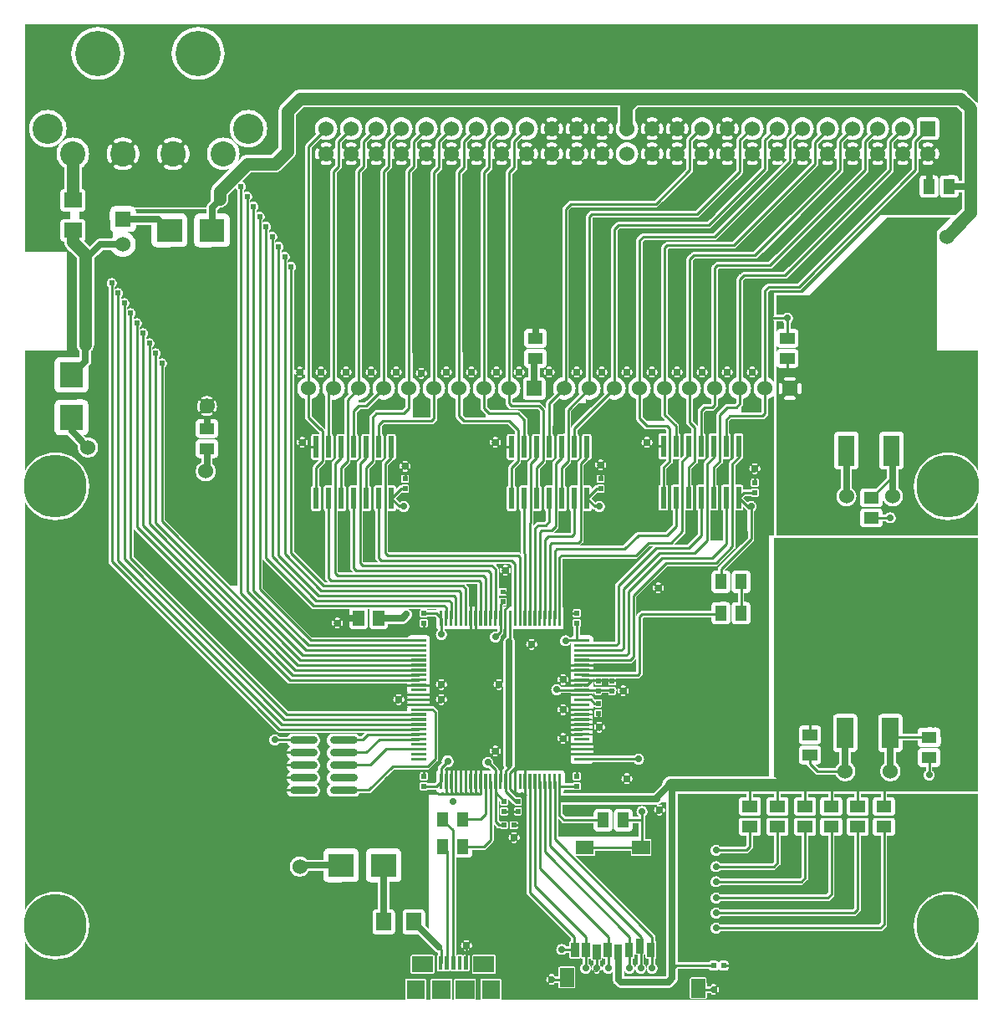
<source format=gtl>
G04 start of page 2 for group 0 idx 0 *
G04 Title: (unknown), component *
G04 Creator: pcb 20110918 *
G04 CreationDate: Thu 03 Oct 2013 10:13:16 GMT UTC *
G04 For: michael *
G04 Format: Gerber/RS-274X *
G04 PCB-Dimensions: 386000 393500 *
G04 PCB-Coordinate-Origin: lower left *
%MOIN*%
%FSLAX25Y25*%
%LNTOP*%
%ADD39C,0.1570*%
%ADD38C,0.0380*%
%ADD37C,0.0350*%
%ADD36C,0.1250*%
%ADD35C,0.0120*%
%ADD34C,0.0240*%
%ADD33C,0.2500*%
%ADD32C,0.0280*%
%ADD31C,0.0290*%
%ADD30R,0.0315X0.0315*%
%ADD29R,0.0906X0.0906*%
%ADD28R,0.0600X0.0600*%
%ADD27R,0.0709X0.0709*%
%ADD26R,0.0630X0.0630*%
%ADD25R,0.0158X0.0158*%
%ADD24R,0.0650X0.0650*%
%ADD23R,0.0200X0.0200*%
%ADD22R,0.0551X0.0551*%
%ADD21R,0.0110X0.0110*%
%ADD20R,0.0450X0.0450*%
%ADD19C,0.1800*%
%ADD18C,0.1200*%
%ADD17C,0.1000*%
%ADD16C,0.0600*%
%ADD15C,0.0080*%
%ADD14C,0.0500*%
%ADD13C,0.0250*%
%ADD12C,0.0100*%
%ADD11C,0.0001*%
G54D11*G36*
X227000Y160500D02*X217422D01*
Y178084D01*
X217538Y178200D01*
X227000D01*
Y160500D01*
G37*
G36*
X183326Y159052D02*X183209Y159059D01*
X181872Y159045D01*
X181673Y158998D01*
X181475Y159045D01*
X181240Y159059D01*
X180021Y159046D01*
Y166228D01*
X180025Y166279D01*
X180009Y166483D01*
X180009Y166483D01*
X179973Y166634D01*
X179961Y166682D01*
X179929Y166760D01*
X179883Y166871D01*
X179841Y166939D01*
X179776Y167045D01*
X179776Y167046D01*
X179643Y167201D01*
X179604Y167234D01*
X179000Y167838D01*
Y168200D01*
X183326D01*
Y159052D01*
G37*
G36*
X196247Y176200D02*X196462D01*
X197106Y175556D01*
Y159052D01*
X196988Y159059D01*
X196247Y159051D01*
Y172500D01*
X196249Y172500D01*
X196310Y172513D01*
X196369Y172536D01*
X196423Y172567D01*
X196472Y172607D01*
X196515Y172654D01*
X196549Y172706D01*
X196573Y172764D01*
X196638Y172969D01*
X196679Y173179D01*
X196700Y173393D01*
Y173607D01*
X196679Y173821D01*
X196638Y174031D01*
X196576Y174237D01*
X196550Y174294D01*
X196516Y174347D01*
X196474Y174394D01*
X196424Y174434D01*
X196370Y174466D01*
X196311Y174488D01*
X196249Y174501D01*
X196247Y174501D01*
Y176200D01*
G37*
G36*
X194501Y159421D02*X194579Y159421D01*
X194670Y159443D01*
X194758Y159479D01*
X194838Y159529D01*
X194910Y159590D01*
X194971Y159662D01*
X195021Y159742D01*
X195057Y159830D01*
X195079Y159921D01*
X195084Y160016D01*
X195079Y162079D01*
X195057Y162170D01*
X195021Y162258D01*
X194971Y162338D01*
X194910Y162410D01*
X194838Y162471D01*
X194758Y162521D01*
X194670Y162557D01*
X194579Y162579D01*
X194501Y162584D01*
Y163358D01*
X194579Y163358D01*
X194670Y163380D01*
X194758Y163416D01*
X194838Y163466D01*
X194910Y163527D01*
X194971Y163599D01*
X195021Y163679D01*
X195057Y163767D01*
X195079Y163858D01*
X195084Y163952D01*
X195079Y166016D01*
X195057Y166107D01*
X195021Y166195D01*
X194971Y166275D01*
X194910Y166347D01*
X194838Y166408D01*
X194758Y166458D01*
X194670Y166494D01*
X194579Y166516D01*
X194501Y166521D01*
Y171300D01*
X194607D01*
X194821Y171321D01*
X195031Y171362D01*
X195237Y171424D01*
X195294Y171450D01*
X195347Y171484D01*
X195394Y171526D01*
X195434Y171576D01*
X195466Y171630D01*
X195488Y171689D01*
X195501Y171751D01*
X195505Y171814D01*
X195498Y171877D01*
X195482Y171938D01*
X195456Y171996D01*
X195421Y172049D01*
X195379Y172096D01*
X195330Y172136D01*
X195275Y172167D01*
X195216Y172190D01*
X195154Y172203D01*
X195091Y172206D01*
X195028Y172200D01*
X194968Y172182D01*
X194838Y172141D01*
X194704Y172115D01*
X194568Y172102D01*
X194501D01*
Y174898D01*
X194568D01*
X194704Y174885D01*
X194838Y174859D01*
X194968Y174819D01*
X195029Y174802D01*
X195091Y174795D01*
X195154Y174799D01*
X195216Y174812D01*
X195274Y174834D01*
X195329Y174866D01*
X195378Y174905D01*
X195420Y174952D01*
X195454Y175005D01*
X195480Y175062D01*
X195496Y175123D01*
X195503Y175186D01*
X195500Y175249D01*
X195487Y175310D01*
X195464Y175369D01*
X195433Y175423D01*
X195393Y175472D01*
X195346Y175515D01*
X195294Y175549D01*
X195236Y175573D01*
X195031Y175638D01*
X194821Y175679D01*
X194607Y175700D01*
X194501D01*
Y176200D01*
X196247D01*
Y174501D01*
X196186Y174505D01*
X196123Y174498D01*
X196062Y174482D01*
X196004Y174456D01*
X195951Y174421D01*
X195904Y174379D01*
X195864Y174330D01*
X195833Y174275D01*
X195810Y174216D01*
X195797Y174154D01*
X195794Y174091D01*
X195800Y174028D01*
X195818Y173968D01*
X195859Y173838D01*
X195885Y173704D01*
X195898Y173568D01*
Y173432D01*
X195885Y173296D01*
X195859Y173162D01*
X195819Y173032D01*
X195802Y172971D01*
X195795Y172909D01*
X195799Y172846D01*
X195812Y172784D01*
X195834Y172726D01*
X195866Y172671D01*
X195905Y172622D01*
X195952Y172580D01*
X196005Y172546D01*
X196062Y172520D01*
X196123Y172504D01*
X196186Y172497D01*
X196247Y172500D01*
Y159051D01*
X195651Y159045D01*
X195453Y158998D01*
X195255Y159045D01*
X195020Y159059D01*
X194501Y159054D01*
Y159421D01*
G37*
G36*
X192753Y176200D02*X194501D01*
Y175700D01*
X194393D01*
X194179Y175679D01*
X193969Y175638D01*
X193763Y175576D01*
X193706Y175550D01*
X193653Y175516D01*
X193606Y175474D01*
X193566Y175424D01*
X193534Y175370D01*
X193512Y175311D01*
X193499Y175249D01*
X193495Y175186D01*
X193502Y175123D01*
X193518Y175062D01*
X193544Y175004D01*
X193579Y174951D01*
X193621Y174904D01*
X193670Y174864D01*
X193725Y174833D01*
X193784Y174810D01*
X193846Y174797D01*
X193909Y174794D01*
X193972Y174800D01*
X194032Y174818D01*
X194162Y174859D01*
X194296Y174885D01*
X194432Y174898D01*
X194501D01*
Y172102D01*
X194432D01*
X194296Y172115D01*
X194162Y172141D01*
X194032Y172181D01*
X193971Y172198D01*
X193909Y172205D01*
X193846Y172201D01*
X193784Y172188D01*
X193726Y172166D01*
X193671Y172134D01*
X193622Y172095D01*
X193580Y172048D01*
X193546Y171995D01*
X193520Y171938D01*
X193504Y171877D01*
X193497Y171814D01*
X193500Y171751D01*
X193513Y171690D01*
X193536Y171631D01*
X193567Y171577D01*
X193607Y171528D01*
X193654Y171485D01*
X193706Y171451D01*
X193764Y171427D01*
X193969Y171362D01*
X194179Y171321D01*
X194393Y171300D01*
X194501D01*
Y166521D01*
X194484Y166522D01*
X192753Y166517D01*
Y172499D01*
X192814Y172495D01*
X192877Y172502D01*
X192938Y172518D01*
X192996Y172544D01*
X193049Y172579D01*
X193096Y172621D01*
X193136Y172670D01*
X193167Y172725D01*
X193190Y172784D01*
X193203Y172846D01*
X193206Y172909D01*
X193200Y172972D01*
X193182Y173032D01*
X193141Y173162D01*
X193115Y173296D01*
X193102Y173432D01*
Y173568D01*
X193115Y173704D01*
X193141Y173838D01*
X193181Y173968D01*
X193198Y174029D01*
X193205Y174091D01*
X193201Y174154D01*
X193188Y174216D01*
X193166Y174274D01*
X193134Y174329D01*
X193095Y174378D01*
X193048Y174420D01*
X192995Y174454D01*
X192938Y174480D01*
X192877Y174496D01*
X192814Y174503D01*
X192753Y174500D01*
Y176200D01*
G37*
G36*
X194501Y162584D02*X194484Y162584D01*
X192753Y162580D01*
Y163353D01*
X194501Y163358D01*
Y162584D01*
G37*
G36*
X192753Y162580D02*X192421Y162579D01*
X192330Y162557D01*
X192242Y162521D01*
X192162Y162471D01*
X192090Y162410D01*
X192029Y162338D01*
X191979Y162258D01*
X191943Y162170D01*
X191921Y162079D01*
X191916Y161984D01*
X191917Y161256D01*
X191832Y161170D01*
Y173917D01*
X191836Y173968D01*
X191820Y174172D01*
X191820Y174172D01*
X191772Y174371D01*
X191694Y174560D01*
X191587Y174734D01*
X191454Y174890D01*
X191415Y174923D01*
X191000Y175338D01*
Y176200D01*
X192753D01*
Y174500D01*
X192751Y174500D01*
X192690Y174487D01*
X192631Y174464D01*
X192577Y174433D01*
X192528Y174393D01*
X192485Y174346D01*
X192451Y174294D01*
X192427Y174236D01*
X192362Y174031D01*
X192321Y173821D01*
X192300Y173607D01*
Y173393D01*
X192321Y173179D01*
X192362Y172969D01*
X192424Y172763D01*
X192450Y172706D01*
X192484Y172653D01*
X192526Y172606D01*
X192576Y172566D01*
X192630Y172534D01*
X192689Y172512D01*
X192751Y172499D01*
X192753Y172499D01*
Y166517D01*
X192421Y166516D01*
X192330Y166494D01*
X192242Y166458D01*
X192162Y166408D01*
X192090Y166347D01*
X192029Y166275D01*
X191979Y166195D01*
X191943Y166107D01*
X191921Y166016D01*
X191916Y165922D01*
X191921Y163858D01*
X191943Y163767D01*
X191979Y163679D01*
X192029Y163599D01*
X192090Y163527D01*
X192162Y163466D01*
X192242Y163416D01*
X192330Y163380D01*
X192421Y163358D01*
X192516Y163352D01*
X192753Y163353D01*
Y162580D01*
G37*
G36*
X193800Y159419D02*X194501Y159421D01*
Y159054D01*
X193800Y159046D01*
Y159419D01*
G37*
G36*
X215338Y190000D02*X220700D01*
Y188538D01*
X220462Y188300D01*
X213500D01*
X213592Y188338D01*
X213766Y188445D01*
X213922Y188578D01*
X213955Y188617D01*
X215338Y190000D01*
G37*
G36*
X243500Y178200D02*Y173338D01*
X238617Y168455D01*
X238578Y168422D01*
X238445Y168266D01*
X238338Y168092D01*
X238260Y167903D01*
X238212Y167704D01*
X238212Y167704D01*
X238196Y167500D01*
X238200Y167449D01*
Y145038D01*
X238115Y144953D01*
X229552D01*
X229559Y145071D01*
X229545Y146408D01*
X229490Y146638D01*
X229400Y146856D01*
X229276Y147057D01*
X229123Y147237D01*
X228943Y147390D01*
X228742Y147514D01*
X228524Y147604D01*
X228294Y147659D01*
X228059Y147673D01*
X224300Y147665D01*
Y151005D01*
X224338Y151029D01*
X224410Y151090D01*
X224471Y151162D01*
X224521Y151242D01*
X224557Y151330D01*
X224579Y151421D01*
X224584Y151516D01*
X224579Y153579D01*
X224557Y153670D01*
X224521Y153758D01*
X224471Y153838D01*
X224410Y153910D01*
X224338Y153971D01*
X224258Y154021D01*
X224170Y154057D01*
X224079Y154079D01*
X224000Y154084D01*
Y154858D01*
X224079Y154858D01*
X224170Y154880D01*
X224258Y154916D01*
X224338Y154966D01*
X224410Y155027D01*
X224471Y155099D01*
X224521Y155179D01*
X224557Y155267D01*
X224579Y155358D01*
X224584Y155452D01*
X224579Y157516D01*
X224557Y157607D01*
X224521Y157695D01*
X224471Y157775D01*
X224410Y157847D01*
X224338Y157908D01*
X224258Y157958D01*
X224170Y157994D01*
X224079Y158016D01*
X224000Y158021D01*
Y178200D01*
X243500D01*
G37*
G36*
X246338Y138000D02*X246700D01*
Y133142D01*
X235000D01*
Y136448D01*
X244197D01*
X244248Y136444D01*
X244452Y136460D01*
X244452Y136460D01*
X244651Y136508D01*
X244840Y136586D01*
X245014Y136693D01*
X245170Y136826D01*
X245203Y136865D01*
X246338Y138000D01*
G37*
G36*
X244747Y309700D02*X260500D01*
Y307800D01*
X249551D01*
X249500Y307804D01*
X249296Y307788D01*
X249097Y307740D01*
X248908Y307662D01*
X248734Y307555D01*
X248733Y307555D01*
X248578Y307422D01*
X248545Y307383D01*
X247117Y305955D01*
X247078Y305922D01*
X246945Y305766D01*
X246838Y305592D01*
X246760Y305403D01*
X246712Y305204D01*
X246712Y305204D01*
X246696Y305000D01*
X246700Y304949D01*
Y250316D01*
X246605Y250293D01*
X245951Y250022D01*
X245347Y249652D01*
X244808Y249192D01*
X244747Y249120D01*
Y251500D01*
X244749Y251500D01*
X244810Y251513D01*
X244869Y251536D01*
X244923Y251567D01*
X244972Y251607D01*
X245015Y251654D01*
X245049Y251706D01*
X245073Y251764D01*
X245138Y251969D01*
X245179Y252179D01*
X245200Y252393D01*
Y252607D01*
X245179Y252821D01*
X245138Y253031D01*
X245076Y253237D01*
X245050Y253294D01*
X245016Y253347D01*
X244974Y253394D01*
X244924Y253434D01*
X244870Y253466D01*
X244811Y253488D01*
X244749Y253501D01*
X244747Y253501D01*
Y309700D01*
G37*
G36*
X246696Y234000D02*X244747D01*
Y242880D01*
X244808Y242808D01*
X245347Y242348D01*
X245951Y241978D01*
X246605Y241707D01*
X246700Y241684D01*
Y234051D01*
X246696Y234000D01*
Y234000D01*
G37*
G36*
X244747D02*X243001D01*
Y250300D01*
X243107D01*
X243321Y250321D01*
X243531Y250362D01*
X243737Y250424D01*
X243794Y250450D01*
X243847Y250484D01*
X243894Y250526D01*
X243934Y250576D01*
X243966Y250630D01*
X243988Y250689D01*
X244001Y250751D01*
X244005Y250814D01*
X243998Y250877D01*
X243982Y250938D01*
X243956Y250996D01*
X243921Y251049D01*
X243879Y251096D01*
X243830Y251136D01*
X243775Y251167D01*
X243716Y251190D01*
X243654Y251203D01*
X243591Y251206D01*
X243528Y251200D01*
X243468Y251182D01*
X243338Y251141D01*
X243204Y251115D01*
X243068Y251102D01*
X243001D01*
Y253898D01*
X243068D01*
X243204Y253885D01*
X243338Y253859D01*
X243468Y253819D01*
X243529Y253802D01*
X243591Y253795D01*
X243654Y253799D01*
X243716Y253812D01*
X243774Y253834D01*
X243829Y253866D01*
X243878Y253905D01*
X243920Y253952D01*
X243954Y254005D01*
X243980Y254062D01*
X243996Y254123D01*
X244003Y254186D01*
X244000Y254249D01*
X243987Y254310D01*
X243964Y254369D01*
X243933Y254423D01*
X243893Y254472D01*
X243846Y254515D01*
X243794Y254549D01*
X243736Y254573D01*
X243531Y254638D01*
X243321Y254679D01*
X243107Y254700D01*
X243001D01*
Y309700D01*
X244747D01*
Y253501D01*
X244686Y253505D01*
X244623Y253498D01*
X244562Y253482D01*
X244504Y253456D01*
X244451Y253421D01*
X244404Y253379D01*
X244364Y253330D01*
X244333Y253275D01*
X244310Y253216D01*
X244297Y253154D01*
X244294Y253091D01*
X244300Y253028D01*
X244318Y252968D01*
X244359Y252838D01*
X244385Y252704D01*
X244398Y252568D01*
Y252432D01*
X244385Y252296D01*
X244359Y252162D01*
X244319Y252032D01*
X244302Y251971D01*
X244295Y251909D01*
X244299Y251846D01*
X244312Y251784D01*
X244334Y251726D01*
X244366Y251671D01*
X244405Y251622D01*
X244452Y251580D01*
X244505Y251546D01*
X244562Y251520D01*
X244623Y251504D01*
X244686Y251497D01*
X244747Y251500D01*
Y249120D01*
X244348Y248653D01*
X243978Y248049D01*
X243707Y247395D01*
X243542Y246706D01*
X243486Y246000D01*
X243542Y245294D01*
X243707Y244605D01*
X243978Y243951D01*
X244348Y243347D01*
X244747Y242880D01*
Y234000D01*
G37*
G36*
X243001D02*X241253D01*
Y242880D01*
X241652Y243347D01*
X242022Y243951D01*
X242293Y244605D01*
X242458Y245294D01*
X242500Y246000D01*
X242458Y246706D01*
X242293Y247395D01*
X242022Y248049D01*
X241652Y248653D01*
X241253Y249120D01*
Y251499D01*
X241314Y251495D01*
X241377Y251502D01*
X241438Y251518D01*
X241496Y251544D01*
X241549Y251579D01*
X241596Y251621D01*
X241636Y251670D01*
X241667Y251725D01*
X241690Y251784D01*
X241703Y251846D01*
X241706Y251909D01*
X241700Y251972D01*
X241682Y252032D01*
X241641Y252162D01*
X241615Y252296D01*
X241602Y252432D01*
Y252568D01*
X241615Y252704D01*
X241641Y252838D01*
X241681Y252968D01*
X241698Y253029D01*
X241705Y253091D01*
X241701Y253154D01*
X241688Y253216D01*
X241666Y253274D01*
X241634Y253329D01*
X241595Y253378D01*
X241548Y253420D01*
X241495Y253454D01*
X241438Y253480D01*
X241377Y253496D01*
X241314Y253503D01*
X241253Y253500D01*
Y309700D01*
X243001D01*
Y254700D01*
X242893D01*
X242679Y254679D01*
X242469Y254638D01*
X242263Y254576D01*
X242206Y254550D01*
X242153Y254516D01*
X242106Y254474D01*
X242066Y254424D01*
X242034Y254370D01*
X242012Y254311D01*
X241999Y254249D01*
X241995Y254186D01*
X242002Y254123D01*
X242018Y254062D01*
X242044Y254004D01*
X242079Y253951D01*
X242121Y253904D01*
X242170Y253864D01*
X242225Y253833D01*
X242284Y253810D01*
X242346Y253797D01*
X242409Y253794D01*
X242472Y253800D01*
X242532Y253818D01*
X242662Y253859D01*
X242796Y253885D01*
X242932Y253898D01*
X243001D01*
Y251102D01*
X242932D01*
X242796Y251115D01*
X242662Y251141D01*
X242532Y251181D01*
X242471Y251198D01*
X242409Y251205D01*
X242346Y251201D01*
X242284Y251188D01*
X242226Y251166D01*
X242171Y251134D01*
X242122Y251095D01*
X242080Y251048D01*
X242046Y250995D01*
X242020Y250938D01*
X242004Y250877D01*
X241997Y250814D01*
X242000Y250751D01*
X242013Y250690D01*
X242036Y250631D01*
X242067Y250577D01*
X242107Y250528D01*
X242154Y250485D01*
X242206Y250451D01*
X242264Y250427D01*
X242469Y250362D01*
X242679Y250321D01*
X242893Y250300D01*
X243001D01*
Y234000D01*
G37*
G36*
X241253Y249120D02*X241192Y249192D01*
X240653Y249652D01*
X240049Y250022D01*
X239395Y250293D01*
X239300Y250316D01*
Y308962D01*
X240038Y309700D01*
X241253D01*
Y253500D01*
X241251Y253500D01*
X241190Y253487D01*
X241131Y253464D01*
X241077Y253433D01*
X241028Y253393D01*
X240985Y253346D01*
X240951Y253294D01*
X240927Y253236D01*
X240862Y253031D01*
X240821Y252821D01*
X240800Y252607D01*
Y252393D01*
X240821Y252179D01*
X240862Y251969D01*
X240924Y251763D01*
X240950Y251706D01*
X240984Y251653D01*
X241026Y251606D01*
X241076Y251566D01*
X241130Y251534D01*
X241189Y251512D01*
X241251Y251499D01*
X241253Y251499D01*
Y249120D01*
G37*
G36*
Y234000D02*X227838D01*
X235868Y242029D01*
X235951Y241978D01*
X236605Y241707D01*
X237294Y241542D01*
X238000Y241486D01*
X238706Y241542D01*
X239395Y241707D01*
X240049Y241978D01*
X240653Y242348D01*
X241192Y242808D01*
X241253Y242880D01*
Y234000D01*
G37*
G36*
X254747Y242880D02*X254808Y242808D01*
X255347Y242348D01*
X255951Y241978D01*
X256605Y241707D01*
X256700Y241684D01*
Y235551D01*
X256696Y235500D01*
X256712Y235296D01*
X256712Y235296D01*
X256760Y235097D01*
X256838Y234908D01*
X256879Y234842D01*
X256945Y234734D01*
X256945Y234733D01*
X257078Y234578D01*
X257117Y234545D01*
X258000Y233662D01*
Y233000D01*
X254747D01*
Y242880D01*
G37*
G36*
Y304000D02*X258000D01*
Y303838D01*
X257117Y302955D01*
X257078Y302922D01*
X256945Y302766D01*
X256838Y302592D01*
X256760Y302403D01*
X256712Y302204D01*
X256712Y302204D01*
X256696Y302000D01*
X256700Y301949D01*
Y250316D01*
X256605Y250293D01*
X255951Y250022D01*
X255347Y249652D01*
X254808Y249192D01*
X254747Y249120D01*
Y251500D01*
X254749Y251500D01*
X254810Y251513D01*
X254869Y251536D01*
X254923Y251567D01*
X254972Y251607D01*
X255015Y251654D01*
X255049Y251706D01*
X255073Y251764D01*
X255138Y251969D01*
X255179Y252179D01*
X255200Y252393D01*
Y252607D01*
X255179Y252821D01*
X255138Y253031D01*
X255076Y253237D01*
X255050Y253294D01*
X255016Y253347D01*
X254974Y253394D01*
X254924Y253434D01*
X254870Y253466D01*
X254811Y253488D01*
X254749Y253501D01*
X254747Y253501D01*
Y304000D01*
G37*
G36*
X253001D02*X254747D01*
Y253501D01*
X254686Y253505D01*
X254623Y253498D01*
X254562Y253482D01*
X254504Y253456D01*
X254451Y253421D01*
X254404Y253379D01*
X254364Y253330D01*
X254333Y253275D01*
X254310Y253216D01*
X254297Y253154D01*
X254294Y253091D01*
X254300Y253028D01*
X254318Y252968D01*
X254359Y252838D01*
X254385Y252704D01*
X254398Y252568D01*
Y252432D01*
X254385Y252296D01*
X254359Y252162D01*
X254319Y252032D01*
X254302Y251971D01*
X254295Y251909D01*
X254299Y251846D01*
X254312Y251784D01*
X254334Y251726D01*
X254366Y251671D01*
X254405Y251622D01*
X254452Y251580D01*
X254505Y251546D01*
X254562Y251520D01*
X254623Y251504D01*
X254686Y251497D01*
X254747Y251500D01*
Y249120D01*
X254348Y248653D01*
X253978Y248049D01*
X253707Y247395D01*
X253542Y246706D01*
X253486Y246000D01*
X253542Y245294D01*
X253707Y244605D01*
X253978Y243951D01*
X254348Y243347D01*
X254747Y242880D01*
Y233000D01*
X253001D01*
Y250300D01*
X253107D01*
X253321Y250321D01*
X253531Y250362D01*
X253737Y250424D01*
X253794Y250450D01*
X253847Y250484D01*
X253894Y250526D01*
X253934Y250576D01*
X253966Y250630D01*
X253988Y250689D01*
X254001Y250751D01*
X254005Y250814D01*
X253998Y250877D01*
X253982Y250938D01*
X253956Y250996D01*
X253921Y251049D01*
X253879Y251096D01*
X253830Y251136D01*
X253775Y251167D01*
X253716Y251190D01*
X253654Y251203D01*
X253591Y251206D01*
X253528Y251200D01*
X253468Y251182D01*
X253338Y251141D01*
X253204Y251115D01*
X253068Y251102D01*
X253001D01*
Y253898D01*
X253068D01*
X253204Y253885D01*
X253338Y253859D01*
X253468Y253819D01*
X253529Y253802D01*
X253591Y253795D01*
X253654Y253799D01*
X253716Y253812D01*
X253774Y253834D01*
X253829Y253866D01*
X253878Y253905D01*
X253920Y253952D01*
X253954Y254005D01*
X253980Y254062D01*
X253996Y254123D01*
X254003Y254186D01*
X254000Y254249D01*
X253987Y254310D01*
X253964Y254369D01*
X253933Y254423D01*
X253893Y254472D01*
X253846Y254515D01*
X253794Y254549D01*
X253736Y254573D01*
X253531Y254638D01*
X253321Y254679D01*
X253107Y254700D01*
X253001D01*
Y304000D01*
G37*
G36*
X251253D02*X253001D01*
Y254700D01*
X252893D01*
X252679Y254679D01*
X252469Y254638D01*
X252263Y254576D01*
X252206Y254550D01*
X252153Y254516D01*
X252106Y254474D01*
X252066Y254424D01*
X252034Y254370D01*
X252012Y254311D01*
X251999Y254249D01*
X251995Y254186D01*
X252002Y254123D01*
X252018Y254062D01*
X252044Y254004D01*
X252079Y253951D01*
X252121Y253904D01*
X252170Y253864D01*
X252225Y253833D01*
X252284Y253810D01*
X252346Y253797D01*
X252409Y253794D01*
X252472Y253800D01*
X252532Y253818D01*
X252662Y253859D01*
X252796Y253885D01*
X252932Y253898D01*
X253001D01*
Y251102D01*
X252932D01*
X252796Y251115D01*
X252662Y251141D01*
X252532Y251181D01*
X252471Y251198D01*
X252409Y251205D01*
X252346Y251201D01*
X252284Y251188D01*
X252226Y251166D01*
X252171Y251134D01*
X252122Y251095D01*
X252080Y251048D01*
X252046Y250995D01*
X252020Y250938D01*
X252004Y250877D01*
X251997Y250814D01*
X252000Y250751D01*
X252013Y250690D01*
X252036Y250631D01*
X252067Y250577D01*
X252107Y250528D01*
X252154Y250485D01*
X252206Y250451D01*
X252264Y250427D01*
X252469Y250362D01*
X252679Y250321D01*
X252893Y250300D01*
X253001D01*
Y233000D01*
X251253D01*
Y242880D01*
X251652Y243347D01*
X252022Y243951D01*
X252293Y244605D01*
X252458Y245294D01*
X252500Y246000D01*
X252458Y246706D01*
X252293Y247395D01*
X252022Y248049D01*
X251652Y248653D01*
X251253Y249120D01*
Y251499D01*
X251314Y251495D01*
X251377Y251502D01*
X251438Y251518D01*
X251496Y251544D01*
X251549Y251579D01*
X251596Y251621D01*
X251636Y251670D01*
X251667Y251725D01*
X251690Y251784D01*
X251703Y251846D01*
X251706Y251909D01*
X251700Y251972D01*
X251682Y252032D01*
X251641Y252162D01*
X251615Y252296D01*
X251602Y252432D01*
Y252568D01*
X251615Y252704D01*
X251641Y252838D01*
X251681Y252968D01*
X251698Y253029D01*
X251705Y253091D01*
X251701Y253154D01*
X251688Y253216D01*
X251666Y253274D01*
X251634Y253329D01*
X251595Y253378D01*
X251548Y253420D01*
X251495Y253454D01*
X251438Y253480D01*
X251377Y253496D01*
X251314Y253503D01*
X251253Y253500D01*
Y304000D01*
G37*
G36*
Y233000D02*X250838D01*
X249300Y234538D01*
Y241684D01*
X249395Y241707D01*
X250049Y241978D01*
X250653Y242348D01*
X251192Y242808D01*
X251253Y242880D01*
Y233000D01*
G37*
G36*
X249300Y304000D02*X251253D01*
Y253500D01*
X251251Y253500D01*
X251190Y253487D01*
X251131Y253464D01*
X251077Y253433D01*
X251028Y253393D01*
X250985Y253346D01*
X250951Y253294D01*
X250927Y253236D01*
X250862Y253031D01*
X250821Y252821D01*
X250800Y252607D01*
Y252393D01*
X250821Y252179D01*
X250862Y251969D01*
X250924Y251763D01*
X250950Y251706D01*
X250984Y251653D01*
X251026Y251606D01*
X251076Y251566D01*
X251130Y251534D01*
X251189Y251512D01*
X251251Y251499D01*
X251253Y251499D01*
Y249120D01*
X251192Y249192D01*
X250653Y249652D01*
X250049Y250022D01*
X249395Y250293D01*
X249300Y250316D01*
Y304000D01*
G37*
G36*
X257338Y320500D02*X274162D01*
X270462Y316800D01*
X229051D01*
X229000Y316804D01*
X228796Y316788D01*
X228597Y316740D01*
X228408Y316662D01*
X228234Y316555D01*
X228233Y316555D01*
X228078Y316422D01*
X228045Y316383D01*
X227117Y315455D01*
X227078Y315422D01*
X226945Y315266D01*
X226838Y315092D01*
X226760Y314903D01*
X226712Y314704D01*
X226712Y314704D01*
X226696Y314500D01*
X226700Y314449D01*
Y302000D01*
X219800D01*
Y316962D01*
X221038Y318200D01*
X254449D01*
X254500Y318196D01*
X254704Y318212D01*
X254704Y318212D01*
X254903Y318260D01*
X255092Y318338D01*
X255266Y318445D01*
X255422Y318578D01*
X255455Y318617D01*
X257338Y320500D01*
G37*
G36*
X273338Y316000D02*X276500D01*
Y313838D01*
X274962Y312300D01*
X239551D01*
X239500Y312304D01*
X239296Y312288D01*
X239097Y312240D01*
X238908Y312162D01*
X238734Y312055D01*
X238733Y312055D01*
X238578Y311922D01*
X238545Y311883D01*
X237662Y311000D01*
X236000D01*
Y314200D01*
X270949D01*
X271000Y314196D01*
X271204Y314212D01*
X271204Y314212D01*
X271403Y314260D01*
X271592Y314338D01*
X271766Y314445D01*
X271922Y314578D01*
X271955Y314617D01*
X273338Y316000D01*
G37*
G36*
X290838Y317500D02*X298162D01*
X284962Y304300D01*
X279000D01*
X279000Y304300D01*
X259051D01*
X259000Y304304D01*
X258796Y304288D01*
X258597Y304240D01*
X258408Y304162D01*
X258234Y304055D01*
X258233Y304055D01*
X258078Y303922D01*
X258045Y303883D01*
X257117Y302955D01*
X257078Y302922D01*
X256945Y302766D01*
X256838Y302592D01*
X256800Y302500D01*
X249300D01*
Y304462D01*
X250038Y305200D01*
X277949D01*
X278000Y305196D01*
X278204Y305212D01*
X278204Y305212D01*
X278403Y305260D01*
X278592Y305338D01*
X278766Y305445D01*
X278922Y305578D01*
X278955Y305617D01*
X290838Y317500D01*
G37*
G36*
X276000Y315500D02*X278162D01*
X276162Y313500D01*
X276000D01*
Y315500D01*
G37*
G36*
X224747Y318200D02*X244500D01*
Y316800D01*
X229051D01*
X229000Y316804D01*
X228796Y316788D01*
X228597Y316740D01*
X228408Y316662D01*
X228234Y316555D01*
X228233Y316555D01*
X228078Y316422D01*
X228045Y316383D01*
X227117Y315455D01*
X227078Y315422D01*
X226945Y315266D01*
X226838Y315092D01*
X226760Y314903D01*
X226712Y314704D01*
X226712Y314704D01*
X226696Y314500D01*
X226700Y314449D01*
Y250316D01*
X226605Y250293D01*
X225951Y250022D01*
X225347Y249652D01*
X224808Y249192D01*
X224747Y249120D01*
Y251500D01*
X224749Y251500D01*
X224810Y251513D01*
X224869Y251536D01*
X224923Y251567D01*
X224972Y251607D01*
X225015Y251654D01*
X225049Y251706D01*
X225073Y251764D01*
X225138Y251969D01*
X225179Y252179D01*
X225200Y252393D01*
Y252607D01*
X225179Y252821D01*
X225138Y253031D01*
X225076Y253237D01*
X225050Y253294D01*
X225016Y253347D01*
X224974Y253394D01*
X224924Y253434D01*
X224870Y253466D01*
X224811Y253488D01*
X224749Y253501D01*
X224747Y253501D01*
Y318200D01*
G37*
G36*
X223001D02*X224747D01*
Y253501D01*
X224686Y253505D01*
X224623Y253498D01*
X224562Y253482D01*
X224504Y253456D01*
X224451Y253421D01*
X224404Y253379D01*
X224364Y253330D01*
X224333Y253275D01*
X224310Y253216D01*
X224297Y253154D01*
X224294Y253091D01*
X224300Y253028D01*
X224318Y252968D01*
X224359Y252838D01*
X224385Y252704D01*
X224398Y252568D01*
Y252432D01*
X224385Y252296D01*
X224359Y252162D01*
X224319Y252032D01*
X224302Y251971D01*
X224295Y251909D01*
X224299Y251846D01*
X224312Y251784D01*
X224334Y251726D01*
X224366Y251671D01*
X224405Y251622D01*
X224452Y251580D01*
X224505Y251546D01*
X224562Y251520D01*
X224623Y251504D01*
X224686Y251497D01*
X224747Y251500D01*
Y249120D01*
X224348Y248653D01*
X223978Y248049D01*
X223707Y247395D01*
X223542Y246706D01*
X223486Y246000D01*
X223542Y245294D01*
X223707Y244605D01*
X223978Y243951D01*
X224029Y243868D01*
X223001Y242839D01*
Y250300D01*
X223107D01*
X223321Y250321D01*
X223531Y250362D01*
X223737Y250424D01*
X223794Y250450D01*
X223847Y250484D01*
X223894Y250526D01*
X223934Y250576D01*
X223966Y250630D01*
X223988Y250689D01*
X224001Y250751D01*
X224005Y250814D01*
X223998Y250877D01*
X223982Y250938D01*
X223956Y250996D01*
X223921Y251049D01*
X223879Y251096D01*
X223830Y251136D01*
X223775Y251167D01*
X223716Y251190D01*
X223654Y251203D01*
X223591Y251206D01*
X223528Y251200D01*
X223468Y251182D01*
X223338Y251141D01*
X223204Y251115D01*
X223068Y251102D01*
X223001D01*
Y253898D01*
X223068D01*
X223204Y253885D01*
X223338Y253859D01*
X223468Y253819D01*
X223529Y253802D01*
X223591Y253795D01*
X223654Y253799D01*
X223716Y253812D01*
X223774Y253834D01*
X223829Y253866D01*
X223878Y253905D01*
X223920Y253952D01*
X223954Y254005D01*
X223980Y254062D01*
X223996Y254123D01*
X224003Y254186D01*
X224000Y254249D01*
X223987Y254310D01*
X223964Y254369D01*
X223933Y254423D01*
X223893Y254472D01*
X223846Y254515D01*
X223794Y254549D01*
X223736Y254573D01*
X223531Y254638D01*
X223321Y254679D01*
X223107Y254700D01*
X223001D01*
Y318200D01*
G37*
G36*
X221253Y242880D02*X221652Y243347D01*
X222022Y243951D01*
X222293Y244605D01*
X222458Y245294D01*
X222500Y246000D01*
X222458Y246706D01*
X222293Y247395D01*
X222022Y248049D01*
X221652Y248653D01*
X221253Y249120D01*
Y251499D01*
X221314Y251495D01*
X221377Y251502D01*
X221438Y251518D01*
X221496Y251544D01*
X221549Y251579D01*
X221596Y251621D01*
X221636Y251670D01*
X221667Y251725D01*
X221690Y251784D01*
X221703Y251846D01*
X221706Y251909D01*
X221700Y251972D01*
X221682Y252032D01*
X221641Y252162D01*
X221615Y252296D01*
X221602Y252432D01*
Y252568D01*
X221615Y252704D01*
X221641Y252838D01*
X221681Y252968D01*
X221698Y253029D01*
X221705Y253091D01*
X221701Y253154D01*
X221688Y253216D01*
X221666Y253274D01*
X221634Y253329D01*
X221595Y253378D01*
X221548Y253420D01*
X221495Y253454D01*
X221438Y253480D01*
X221377Y253496D01*
X221314Y253503D01*
X221253Y253500D01*
Y318200D01*
X223001D01*
Y254700D01*
X222893D01*
X222679Y254679D01*
X222469Y254638D01*
X222263Y254576D01*
X222206Y254550D01*
X222153Y254516D01*
X222106Y254474D01*
X222066Y254424D01*
X222034Y254370D01*
X222012Y254311D01*
X221999Y254249D01*
X221995Y254186D01*
X222002Y254123D01*
X222018Y254062D01*
X222044Y254004D01*
X222079Y253951D01*
X222121Y253904D01*
X222170Y253864D01*
X222225Y253833D01*
X222284Y253810D01*
X222346Y253797D01*
X222409Y253794D01*
X222472Y253800D01*
X222532Y253818D01*
X222662Y253859D01*
X222796Y253885D01*
X222932Y253898D01*
X223001D01*
Y251102D01*
X222932D01*
X222796Y251115D01*
X222662Y251141D01*
X222532Y251181D01*
X222471Y251198D01*
X222409Y251205D01*
X222346Y251201D01*
X222284Y251188D01*
X222226Y251166D01*
X222171Y251134D01*
X222122Y251095D01*
X222080Y251048D01*
X222046Y250995D01*
X222020Y250938D01*
X222004Y250877D01*
X221997Y250814D01*
X222000Y250751D01*
X222013Y250690D01*
X222036Y250631D01*
X222067Y250577D01*
X222107Y250528D01*
X222154Y250485D01*
X222206Y250451D01*
X222264Y250427D01*
X222469Y250362D01*
X222679Y250321D01*
X222893Y250300D01*
X223001D01*
Y242839D01*
X221253Y241092D01*
Y242880D01*
G37*
G36*
Y249120D02*X221192Y249192D01*
X220653Y249652D01*
X220049Y250022D01*
X219800Y250125D01*
Y316962D01*
X221038Y318200D01*
X221253D01*
Y253500D01*
X221251Y253500D01*
X221190Y253487D01*
X221131Y253464D01*
X221077Y253433D01*
X221028Y253393D01*
X220985Y253346D01*
X220951Y253294D01*
X220927Y253236D01*
X220862Y253031D01*
X220821Y252821D01*
X220800Y252607D01*
Y252393D01*
X220821Y252179D01*
X220862Y251969D01*
X220924Y251763D01*
X220950Y251706D01*
X220984Y251653D01*
X221026Y251606D01*
X221076Y251566D01*
X221130Y251534D01*
X221189Y251512D01*
X221251Y251499D01*
X221253Y251499D01*
Y249120D01*
G37*
G36*
X213500Y228000D02*Y239662D01*
X215868Y242029D01*
X215951Y241978D01*
X216605Y241707D01*
X217294Y241542D01*
X218000Y241486D01*
X218706Y241542D01*
X219395Y241707D01*
X220049Y241978D01*
X220653Y242348D01*
X221192Y242808D01*
X221253Y242880D01*
Y241092D01*
X218617Y238455D01*
X218578Y238422D01*
X218445Y238266D01*
X218338Y238092D01*
X218260Y237903D01*
X218212Y237704D01*
X218212Y237704D01*
X218196Y237500D01*
X218200Y237449D01*
Y228000D01*
X213500D01*
G37*
G36*
X233838Y240000D02*X240500D01*
Y231000D01*
X224838D01*
X233838Y240000D01*
G37*
G36*
X229500D02*Y239338D01*
X221117Y230955D01*
X221078Y230922D01*
X220945Y230766D01*
X220838Y230592D01*
X220800Y230500D01*
Y236962D01*
X223838Y240000D01*
X229500D01*
G37*
G36*
X234747Y314200D02*X238000D01*
Y311338D01*
X237117Y310455D01*
X237078Y310422D01*
X236945Y310266D01*
X236838Y310092D01*
X236760Y309903D01*
X236712Y309704D01*
X236712Y309704D01*
X236696Y309500D01*
X236700Y309449D01*
Y250316D01*
X236605Y250293D01*
X235951Y250022D01*
X235347Y249652D01*
X234808Y249192D01*
X234747Y249120D01*
Y251500D01*
X234749Y251500D01*
X234810Y251513D01*
X234869Y251536D01*
X234923Y251567D01*
X234972Y251607D01*
X235015Y251654D01*
X235049Y251706D01*
X235073Y251764D01*
X235138Y251969D01*
X235179Y252179D01*
X235200Y252393D01*
Y252607D01*
X235179Y252821D01*
X235138Y253031D01*
X235076Y253237D01*
X235050Y253294D01*
X235016Y253347D01*
X234974Y253394D01*
X234924Y253434D01*
X234870Y253466D01*
X234811Y253488D01*
X234749Y253501D01*
X234747Y253501D01*
Y314200D01*
G37*
G36*
X233001D02*X234747D01*
Y253501D01*
X234686Y253505D01*
X234623Y253498D01*
X234562Y253482D01*
X234504Y253456D01*
X234451Y253421D01*
X234404Y253379D01*
X234364Y253330D01*
X234333Y253275D01*
X234310Y253216D01*
X234297Y253154D01*
X234294Y253091D01*
X234300Y253028D01*
X234318Y252968D01*
X234359Y252838D01*
X234385Y252704D01*
X234398Y252568D01*
Y252432D01*
X234385Y252296D01*
X234359Y252162D01*
X234319Y252032D01*
X234302Y251971D01*
X234295Y251909D01*
X234299Y251846D01*
X234312Y251784D01*
X234334Y251726D01*
X234366Y251671D01*
X234405Y251622D01*
X234452Y251580D01*
X234505Y251546D01*
X234562Y251520D01*
X234623Y251504D01*
X234686Y251497D01*
X234747Y251500D01*
Y249120D01*
X234348Y248653D01*
X233978Y248049D01*
X233707Y247395D01*
X233542Y246706D01*
X233486Y246000D01*
X233542Y245294D01*
X233707Y244605D01*
X233978Y243951D01*
X234029Y243868D01*
X233001Y242839D01*
Y250300D01*
X233107D01*
X233321Y250321D01*
X233531Y250362D01*
X233737Y250424D01*
X233794Y250450D01*
X233847Y250484D01*
X233894Y250526D01*
X233934Y250576D01*
X233966Y250630D01*
X233988Y250689D01*
X234001Y250751D01*
X234005Y250814D01*
X233998Y250877D01*
X233982Y250938D01*
X233956Y250996D01*
X233921Y251049D01*
X233879Y251096D01*
X233830Y251136D01*
X233775Y251167D01*
X233716Y251190D01*
X233654Y251203D01*
X233591Y251206D01*
X233528Y251200D01*
X233468Y251182D01*
X233338Y251141D01*
X233204Y251115D01*
X233068Y251102D01*
X233001D01*
Y253898D01*
X233068D01*
X233204Y253885D01*
X233338Y253859D01*
X233468Y253819D01*
X233529Y253802D01*
X233591Y253795D01*
X233654Y253799D01*
X233716Y253812D01*
X233774Y253834D01*
X233829Y253866D01*
X233878Y253905D01*
X233920Y253952D01*
X233954Y254005D01*
X233980Y254062D01*
X233996Y254123D01*
X234003Y254186D01*
X234000Y254249D01*
X233987Y254310D01*
X233964Y254369D01*
X233933Y254423D01*
X233893Y254472D01*
X233846Y254515D01*
X233794Y254549D01*
X233736Y254573D01*
X233531Y254638D01*
X233321Y254679D01*
X233107Y254700D01*
X233001D01*
Y314200D01*
G37*
G36*
X231253Y242880D02*X231652Y243347D01*
X232022Y243951D01*
X232293Y244605D01*
X232458Y245294D01*
X232500Y246000D01*
X232458Y246706D01*
X232293Y247395D01*
X232022Y248049D01*
X231652Y248653D01*
X231253Y249120D01*
Y251499D01*
X231314Y251495D01*
X231377Y251502D01*
X231438Y251518D01*
X231496Y251544D01*
X231549Y251579D01*
X231596Y251621D01*
X231636Y251670D01*
X231667Y251725D01*
X231690Y251784D01*
X231703Y251846D01*
X231706Y251909D01*
X231700Y251972D01*
X231682Y252032D01*
X231641Y252162D01*
X231615Y252296D01*
X231602Y252432D01*
Y252568D01*
X231615Y252704D01*
X231641Y252838D01*
X231681Y252968D01*
X231698Y253029D01*
X231705Y253091D01*
X231701Y253154D01*
X231688Y253216D01*
X231666Y253274D01*
X231634Y253329D01*
X231595Y253378D01*
X231548Y253420D01*
X231495Y253454D01*
X231438Y253480D01*
X231377Y253496D01*
X231314Y253503D01*
X231253Y253500D01*
Y314200D01*
X233001D01*
Y254700D01*
X232893D01*
X232679Y254679D01*
X232469Y254638D01*
X232263Y254576D01*
X232206Y254550D01*
X232153Y254516D01*
X232106Y254474D01*
X232066Y254424D01*
X232034Y254370D01*
X232012Y254311D01*
X231999Y254249D01*
X231995Y254186D01*
X232002Y254123D01*
X232018Y254062D01*
X232044Y254004D01*
X232079Y253951D01*
X232121Y253904D01*
X232170Y253864D01*
X232225Y253833D01*
X232284Y253810D01*
X232346Y253797D01*
X232409Y253794D01*
X232472Y253800D01*
X232532Y253818D01*
X232662Y253859D01*
X232796Y253885D01*
X232932Y253898D01*
X233001D01*
Y251102D01*
X232932D01*
X232796Y251115D01*
X232662Y251141D01*
X232532Y251181D01*
X232471Y251198D01*
X232409Y251205D01*
X232346Y251201D01*
X232284Y251188D01*
X232226Y251166D01*
X232171Y251134D01*
X232122Y251095D01*
X232080Y251048D01*
X232046Y250995D01*
X232020Y250938D01*
X232004Y250877D01*
X231997Y250814D01*
X232000Y250751D01*
X232013Y250690D01*
X232036Y250631D01*
X232067Y250577D01*
X232107Y250528D01*
X232154Y250485D01*
X232206Y250451D01*
X232264Y250427D01*
X232469Y250362D01*
X232679Y250321D01*
X232893Y250300D01*
X233001D01*
Y242839D01*
X231253Y241092D01*
Y242880D01*
G37*
G36*
Y249120D02*X231192Y249192D01*
X230653Y249652D01*
X230049Y250022D01*
X229395Y250293D01*
X229300Y250316D01*
Y313962D01*
X229538Y314200D01*
X231253D01*
Y253500D01*
X231251Y253500D01*
X231190Y253487D01*
X231131Y253464D01*
X231077Y253433D01*
X231028Y253393D01*
X230985Y253346D01*
X230951Y253294D01*
X230927Y253236D01*
X230862Y253031D01*
X230821Y252821D01*
X230800Y252607D01*
Y252393D01*
X230821Y252179D01*
X230862Y251969D01*
X230924Y251763D01*
X230950Y251706D01*
X230984Y251653D01*
X231026Y251606D01*
X231076Y251566D01*
X231130Y251534D01*
X231189Y251512D01*
X231251Y251499D01*
X231253Y251499D01*
Y249120D01*
G37*
G36*
X228662Y238500D02*X226500D01*
Y241751D01*
X226605Y241707D01*
X227294Y241542D01*
X228000Y241486D01*
X228706Y241542D01*
X229395Y241707D01*
X230049Y241978D01*
X230653Y242348D01*
X231192Y242808D01*
X231253Y242880D01*
Y241092D01*
X228662Y238500D01*
G37*
G36*
X275000Y296000D02*X278169D01*
X278078Y295922D01*
X278045Y295883D01*
X277117Y294955D01*
X277078Y294922D01*
X276945Y294766D01*
X276838Y294592D01*
X276760Y294403D01*
X276712Y294204D01*
X276712Y294204D01*
X276696Y294000D01*
X276700Y293949D01*
Y250316D01*
X276605Y250293D01*
X275951Y250022D01*
X275347Y249652D01*
X275169Y249500D01*
X275000D01*
Y251638D01*
X275015Y251654D01*
X275049Y251706D01*
X275073Y251764D01*
X275138Y251969D01*
X275179Y252179D01*
X275200Y252393D01*
Y252607D01*
X275179Y252821D01*
X275138Y253031D01*
X275076Y253237D01*
X275050Y253294D01*
X275016Y253347D01*
X275000Y253365D01*
Y296000D01*
G37*
G36*
X198000Y227900D02*X195859Y227892D01*
X195721Y227859D01*
X195590Y227804D01*
X195469Y227730D01*
X195362Y227638D01*
X195270Y227531D01*
X195196Y227410D01*
X195141Y227279D01*
X195108Y227141D01*
X195100Y227000D01*
X195108Y218359D01*
X195141Y218221D01*
X195196Y218090D01*
X195270Y217969D01*
X195362Y217862D01*
X195469Y217770D01*
X195590Y217696D01*
X195721Y217641D01*
X195859Y217608D01*
X196000Y217600D01*
X198141Y217608D01*
X198200Y217622D01*
Y217538D01*
X196117Y215455D01*
X196078Y215422D01*
X195945Y215266D01*
X195838Y215092D01*
X195760Y214903D01*
X195712Y214704D01*
X195712Y214704D01*
X195696Y214500D01*
X195700Y214449D01*
Y207350D01*
X195590Y207304D01*
X195469Y207230D01*
X195362Y207138D01*
X195270Y207031D01*
X195196Y206910D01*
X195141Y206779D01*
X195108Y206641D01*
X195100Y206500D01*
X195108Y197859D01*
X195141Y197721D01*
X195196Y197590D01*
X195270Y197469D01*
X195362Y197362D01*
X195469Y197270D01*
X195590Y197196D01*
X195721Y197141D01*
X195859Y197108D01*
X196000Y197100D01*
X198141Y197108D01*
X198279Y197141D01*
X198410Y197196D01*
X198531Y197270D01*
X198638Y197362D01*
X198730Y197469D01*
X198804Y197590D01*
X198859Y197721D01*
X198892Y197859D01*
X198900Y198000D01*
X198892Y206641D01*
X198859Y206779D01*
X198804Y206910D01*
X198730Y207031D01*
X198638Y207138D01*
X198531Y207230D01*
X198410Y207304D01*
X198300Y207350D01*
Y213962D01*
X200383Y216045D01*
X200422Y216078D01*
X200555Y216233D01*
X200555Y216234D01*
X200662Y216408D01*
X200740Y216597D01*
X200788Y216796D01*
X200804Y217000D01*
X200800Y217051D01*
Y217622D01*
X200859Y217608D01*
X201000Y217600D01*
X201500Y217602D01*
Y207394D01*
X200859Y207392D01*
X200721Y207359D01*
X200590Y207304D01*
X200469Y207230D01*
X200362Y207138D01*
X200270Y207031D01*
X200196Y206910D01*
X200141Y206779D01*
X200108Y206641D01*
X200100Y206500D01*
X200108Y197859D01*
X200141Y197721D01*
X200196Y197590D01*
X200270Y197469D01*
X200362Y197362D01*
X200469Y197270D01*
X200590Y197196D01*
X200700Y197150D01*
Y180551D01*
X200696Y180500D01*
Y180500D01*
X200331D01*
X200267Y180555D01*
X200266Y180555D01*
X200160Y180620D01*
X200092Y180662D01*
X199981Y180708D01*
X199903Y180740D01*
X199855Y180752D01*
X199704Y180788D01*
X199704Y180788D01*
X199500Y180804D01*
X199449Y180800D01*
X192247D01*
Y223500D01*
X192249Y223500D01*
X192310Y223513D01*
X192369Y223536D01*
X192423Y223567D01*
X192472Y223607D01*
X192515Y223654D01*
X192549Y223706D01*
X192573Y223764D01*
X192638Y223969D01*
X192679Y224179D01*
X192700Y224393D01*
Y224607D01*
X192679Y224821D01*
X192638Y225031D01*
X192576Y225237D01*
X192550Y225294D01*
X192516Y225347D01*
X192474Y225394D01*
X192424Y225434D01*
X192370Y225466D01*
X192311Y225488D01*
X192249Y225501D01*
X192247Y225501D01*
Y231700D01*
X195462D01*
X198200Y228962D01*
Y227878D01*
X198141Y227892D01*
X198000Y227900D01*
G37*
G36*
X192247Y180800D02*X190501D01*
Y222300D01*
X190607D01*
X190821Y222321D01*
X191031Y222362D01*
X191237Y222424D01*
X191294Y222450D01*
X191347Y222484D01*
X191394Y222526D01*
X191434Y222576D01*
X191466Y222630D01*
X191488Y222689D01*
X191501Y222751D01*
X191505Y222814D01*
X191498Y222877D01*
X191482Y222938D01*
X191456Y222996D01*
X191421Y223049D01*
X191379Y223096D01*
X191330Y223136D01*
X191275Y223167D01*
X191216Y223190D01*
X191154Y223203D01*
X191091Y223206D01*
X191028Y223200D01*
X190968Y223182D01*
X190838Y223141D01*
X190704Y223115D01*
X190568Y223102D01*
X190501D01*
Y225898D01*
X190568D01*
X190704Y225885D01*
X190838Y225859D01*
X190968Y225819D01*
X191029Y225802D01*
X191091Y225795D01*
X191154Y225799D01*
X191216Y225812D01*
X191274Y225834D01*
X191329Y225866D01*
X191378Y225905D01*
X191420Y225952D01*
X191454Y226005D01*
X191480Y226062D01*
X191496Y226123D01*
X191503Y226186D01*
X191500Y226249D01*
X191487Y226310D01*
X191464Y226369D01*
X191433Y226423D01*
X191393Y226472D01*
X191346Y226515D01*
X191294Y226549D01*
X191236Y226573D01*
X191031Y226638D01*
X190821Y226679D01*
X190607Y226700D01*
X190501D01*
Y231700D01*
X192247D01*
Y225501D01*
X192186Y225505D01*
X192123Y225498D01*
X192062Y225482D01*
X192004Y225456D01*
X191951Y225421D01*
X191904Y225379D01*
X191864Y225330D01*
X191833Y225275D01*
X191810Y225216D01*
X191797Y225154D01*
X191794Y225091D01*
X191800Y225028D01*
X191818Y224968D01*
X191859Y224838D01*
X191885Y224704D01*
X191898Y224568D01*
Y224432D01*
X191885Y224296D01*
X191859Y224162D01*
X191819Y224032D01*
X191802Y223971D01*
X191795Y223909D01*
X191799Y223846D01*
X191812Y223784D01*
X191834Y223726D01*
X191866Y223671D01*
X191905Y223622D01*
X191952Y223580D01*
X192005Y223546D01*
X192062Y223520D01*
X192123Y223504D01*
X192186Y223497D01*
X192247Y223500D01*
Y180800D01*
G37*
G36*
X190501D02*X188753D01*
Y223499D01*
X188814Y223495D01*
X188877Y223502D01*
X188938Y223518D01*
X188996Y223544D01*
X189049Y223579D01*
X189096Y223621D01*
X189136Y223670D01*
X189167Y223725D01*
X189190Y223784D01*
X189203Y223846D01*
X189206Y223909D01*
X189200Y223972D01*
X189182Y224032D01*
X189141Y224162D01*
X189115Y224296D01*
X189102Y224432D01*
Y224568D01*
X189115Y224704D01*
X189141Y224838D01*
X189181Y224968D01*
X189198Y225029D01*
X189205Y225091D01*
X189201Y225154D01*
X189188Y225216D01*
X189166Y225274D01*
X189134Y225329D01*
X189095Y225378D01*
X189048Y225420D01*
X188995Y225454D01*
X188938Y225480D01*
X188877Y225496D01*
X188814Y225503D01*
X188753Y225500D01*
Y231700D01*
X190501D01*
Y226700D01*
X190393D01*
X190179Y226679D01*
X189969Y226638D01*
X189763Y226576D01*
X189706Y226550D01*
X189653Y226516D01*
X189606Y226474D01*
X189566Y226424D01*
X189534Y226370D01*
X189512Y226311D01*
X189499Y226249D01*
X189495Y226186D01*
X189502Y226123D01*
X189518Y226062D01*
X189544Y226004D01*
X189579Y225951D01*
X189621Y225904D01*
X189670Y225864D01*
X189725Y225833D01*
X189784Y225810D01*
X189846Y225797D01*
X189909Y225794D01*
X189972Y225800D01*
X190032Y225818D01*
X190162Y225859D01*
X190296Y225885D01*
X190432Y225898D01*
X190501D01*
Y223102D01*
X190432D01*
X190296Y223115D01*
X190162Y223141D01*
X190032Y223181D01*
X189971Y223198D01*
X189909Y223205D01*
X189846Y223201D01*
X189784Y223188D01*
X189726Y223166D01*
X189671Y223134D01*
X189622Y223095D01*
X189580Y223048D01*
X189546Y222995D01*
X189520Y222938D01*
X189504Y222877D01*
X189497Y222814D01*
X189500Y222751D01*
X189513Y222690D01*
X189536Y222631D01*
X189567Y222577D01*
X189607Y222528D01*
X189654Y222485D01*
X189706Y222451D01*
X189764Y222427D01*
X189969Y222362D01*
X190179Y222321D01*
X190393Y222300D01*
X190501D01*
Y180800D01*
G37*
G36*
X172747Y269500D02*X174700D01*
Y250316D01*
X174605Y250293D01*
X173951Y250022D01*
X173347Y249652D01*
X172808Y249192D01*
X172747Y249120D01*
Y251500D01*
X172749Y251500D01*
X172810Y251513D01*
X172869Y251536D01*
X172923Y251567D01*
X172972Y251607D01*
X173015Y251654D01*
X173049Y251706D01*
X173073Y251764D01*
X173138Y251969D01*
X173179Y252179D01*
X173200Y252393D01*
Y252607D01*
X173179Y252821D01*
X173138Y253031D01*
X173076Y253237D01*
X173050Y253294D01*
X173016Y253347D01*
X172974Y253394D01*
X172924Y253434D01*
X172870Y253466D01*
X172811Y253488D01*
X172749Y253501D01*
X172747Y253501D01*
Y269500D01*
G37*
G36*
X188753Y180800D02*X172747D01*
Y242880D01*
X172808Y242808D01*
X173347Y242348D01*
X173951Y241978D01*
X174605Y241707D01*
X174700Y241684D01*
Y235051D01*
X174696Y235000D01*
X174712Y234796D01*
X174712Y234796D01*
X174760Y234597D01*
X174838Y234408D01*
X174879Y234342D01*
X174945Y234234D01*
X174945Y234233D01*
X175078Y234078D01*
X175117Y234045D01*
X177045Y232117D01*
X177078Y232078D01*
X177233Y231945D01*
X177234Y231945D01*
X177408Y231838D01*
X177597Y231760D01*
X177748Y231724D01*
X177796Y231712D01*
X177796D01*
X178000Y231696D01*
X178051Y231700D01*
X188753D01*
Y225500D01*
X188751Y225500D01*
X188690Y225487D01*
X188631Y225464D01*
X188577Y225433D01*
X188528Y225393D01*
X188485Y225346D01*
X188451Y225294D01*
X188427Y225236D01*
X188362Y225031D01*
X188321Y224821D01*
X188300Y224607D01*
Y224393D01*
X188321Y224179D01*
X188362Y223969D01*
X188424Y223763D01*
X188450Y223706D01*
X188484Y223653D01*
X188526Y223606D01*
X188576Y223566D01*
X188630Y223534D01*
X188689Y223512D01*
X188751Y223499D01*
X188753Y223499D01*
Y180800D01*
G37*
G36*
X172747D02*X171001D01*
Y250300D01*
X171107D01*
X171321Y250321D01*
X171531Y250362D01*
X171737Y250424D01*
X171794Y250450D01*
X171847Y250484D01*
X171894Y250526D01*
X171934Y250576D01*
X171966Y250630D01*
X171988Y250689D01*
X172001Y250751D01*
X172005Y250814D01*
X171998Y250877D01*
X171982Y250938D01*
X171956Y250996D01*
X171921Y251049D01*
X171879Y251096D01*
X171830Y251136D01*
X171775Y251167D01*
X171716Y251190D01*
X171654Y251203D01*
X171591Y251206D01*
X171528Y251200D01*
X171468Y251182D01*
X171338Y251141D01*
X171204Y251115D01*
X171068Y251102D01*
X171001D01*
Y253898D01*
X171068D01*
X171204Y253885D01*
X171338Y253859D01*
X171468Y253819D01*
X171529Y253802D01*
X171591Y253795D01*
X171654Y253799D01*
X171716Y253812D01*
X171774Y253834D01*
X171829Y253866D01*
X171878Y253905D01*
X171920Y253952D01*
X171954Y254005D01*
X171980Y254062D01*
X171996Y254123D01*
X172003Y254186D01*
X172000Y254249D01*
X171987Y254310D01*
X171964Y254369D01*
X171933Y254423D01*
X171893Y254472D01*
X171846Y254515D01*
X171794Y254549D01*
X171736Y254573D01*
X171531Y254638D01*
X171321Y254679D01*
X171107Y254700D01*
X171001D01*
Y269500D01*
X172747D01*
Y253501D01*
X172686Y253505D01*
X172623Y253498D01*
X172562Y253482D01*
X172504Y253456D01*
X172451Y253421D01*
X172404Y253379D01*
X172364Y253330D01*
X172333Y253275D01*
X172310Y253216D01*
X172297Y253154D01*
X172294Y253091D01*
X172300Y253028D01*
X172318Y252968D01*
X172359Y252838D01*
X172385Y252704D01*
X172398Y252568D01*
Y252432D01*
X172385Y252296D01*
X172359Y252162D01*
X172319Y252032D01*
X172302Y251971D01*
X172295Y251909D01*
X172299Y251846D01*
X172312Y251784D01*
X172334Y251726D01*
X172366Y251671D01*
X172405Y251622D01*
X172452Y251580D01*
X172505Y251546D01*
X172562Y251520D01*
X172623Y251504D01*
X172686Y251497D01*
X172747Y251500D01*
Y249120D01*
X172348Y248653D01*
X171978Y248049D01*
X171707Y247395D01*
X171542Y246706D01*
X171486Y246000D01*
X171542Y245294D01*
X171707Y244605D01*
X171978Y243951D01*
X172348Y243347D01*
X172747Y242880D01*
Y180800D01*
G37*
G36*
X171001D02*X169253D01*
Y242880D01*
X169652Y243347D01*
X170022Y243951D01*
X170293Y244605D01*
X170458Y245294D01*
X170500Y246000D01*
X170458Y246706D01*
X170293Y247395D01*
X170022Y248049D01*
X169652Y248653D01*
X169253Y249120D01*
Y251499D01*
X169314Y251495D01*
X169377Y251502D01*
X169438Y251518D01*
X169496Y251544D01*
X169549Y251579D01*
X169596Y251621D01*
X169636Y251670D01*
X169667Y251725D01*
X169690Y251784D01*
X169703Y251846D01*
X169706Y251909D01*
X169700Y251972D01*
X169682Y252032D01*
X169641Y252162D01*
X169615Y252296D01*
X169602Y252432D01*
Y252568D01*
X169615Y252704D01*
X169641Y252838D01*
X169681Y252968D01*
X169698Y253029D01*
X169705Y253091D01*
X169701Y253154D01*
X169688Y253216D01*
X169666Y253274D01*
X169634Y253329D01*
X169595Y253378D01*
X169548Y253420D01*
X169495Y253454D01*
X169438Y253480D01*
X169377Y253496D01*
X169314Y253503D01*
X169253Y253500D01*
Y269500D01*
X171001D01*
Y254700D01*
X170893D01*
X170679Y254679D01*
X170469Y254638D01*
X170263Y254576D01*
X170206Y254550D01*
X170153Y254516D01*
X170106Y254474D01*
X170066Y254424D01*
X170034Y254370D01*
X170012Y254311D01*
X169999Y254249D01*
X169995Y254186D01*
X170002Y254123D01*
X170018Y254062D01*
X170044Y254004D01*
X170079Y253951D01*
X170121Y253904D01*
X170170Y253864D01*
X170225Y253833D01*
X170284Y253810D01*
X170346Y253797D01*
X170409Y253794D01*
X170472Y253800D01*
X170532Y253818D01*
X170662Y253859D01*
X170796Y253885D01*
X170932Y253898D01*
X171001D01*
Y251102D01*
X170932D01*
X170796Y251115D01*
X170662Y251141D01*
X170532Y251181D01*
X170471Y251198D01*
X170409Y251205D01*
X170346Y251201D01*
X170284Y251188D01*
X170226Y251166D01*
X170171Y251134D01*
X170122Y251095D01*
X170080Y251048D01*
X170046Y250995D01*
X170020Y250938D01*
X170004Y250877D01*
X169997Y250814D01*
X170000Y250751D01*
X170013Y250690D01*
X170036Y250631D01*
X170067Y250577D01*
X170107Y250528D01*
X170154Y250485D01*
X170206Y250451D01*
X170264Y250427D01*
X170469Y250362D01*
X170679Y250321D01*
X170893Y250300D01*
X171001D01*
Y180800D01*
G37*
G36*
X169253Y249120D02*X169192Y249192D01*
X168653Y249652D01*
X168049Y250022D01*
X167395Y250293D01*
X167300Y250316D01*
Y269500D01*
X169253D01*
Y253500D01*
X169251Y253500D01*
X169190Y253487D01*
X169131Y253464D01*
X169077Y253433D01*
X169028Y253393D01*
X168985Y253346D01*
X168951Y253294D01*
X168927Y253236D01*
X168862Y253031D01*
X168821Y252821D01*
X168800Y252607D01*
Y252393D01*
X168821Y252179D01*
X168862Y251969D01*
X168924Y251763D01*
X168950Y251706D01*
X168984Y251653D01*
X169026Y251606D01*
X169076Y251566D01*
X169130Y251534D01*
X169189Y251512D01*
X169251Y251499D01*
X169253Y251499D01*
Y249120D01*
G37*
G36*
Y180800D02*X156247D01*
Y214000D01*
X156249Y214000D01*
X156310Y214013D01*
X156369Y214036D01*
X156423Y214067D01*
X156472Y214107D01*
X156515Y214154D01*
X156549Y214206D01*
X156573Y214264D01*
X156638Y214469D01*
X156679Y214679D01*
X156700Y214893D01*
Y215107D01*
X156679Y215321D01*
X156638Y215531D01*
X156576Y215737D01*
X156550Y215794D01*
X156516Y215847D01*
X156474Y215894D01*
X156424Y215934D01*
X156370Y215966D01*
X156311Y215988D01*
X156249Y216001D01*
X156247Y216001D01*
Y231700D01*
X164949D01*
X165000Y231696D01*
X165204Y231712D01*
X165204Y231712D01*
X165403Y231760D01*
X165592Y231838D01*
X165766Y231945D01*
X165922Y232078D01*
X165955Y232117D01*
X166883Y233045D01*
X166922Y233078D01*
X167055Y233233D01*
X167055Y233234D01*
X167162Y233408D01*
X167240Y233597D01*
X167288Y233796D01*
X167304Y234000D01*
X167300Y234051D01*
Y241684D01*
X167395Y241707D01*
X168049Y241978D01*
X168653Y242348D01*
X169192Y242808D01*
X169253Y242880D01*
Y180800D01*
G37*
G36*
X156247D02*X154500D01*
Y196858D01*
X154682Y196901D01*
X155002Y197034D01*
X155297Y197215D01*
X155560Y197440D01*
X155785Y197703D01*
X155966Y197998D01*
X156099Y198318D01*
X156180Y198655D01*
X156200Y199000D01*
X156180Y199345D01*
X156099Y199682D01*
X155966Y200002D01*
X155785Y200297D01*
X155560Y200560D01*
X155297Y200785D01*
X155002Y200966D01*
X154682Y201099D01*
X154500Y201142D01*
Y204481D01*
X155579Y204484D01*
X155670Y204506D01*
X155758Y204542D01*
X155838Y204592D01*
X155910Y204653D01*
X155971Y204725D01*
X156021Y204805D01*
X156057Y204893D01*
X156079Y204984D01*
X156084Y205078D01*
X156079Y207142D01*
X156057Y207233D01*
X156021Y207321D01*
X155971Y207401D01*
X155910Y207473D01*
X155838Y207534D01*
X155758Y207584D01*
X155670Y207620D01*
X155579Y207642D01*
X155484Y207648D01*
X154500Y207645D01*
Y208418D01*
X155579Y208421D01*
X155670Y208443D01*
X155758Y208479D01*
X155838Y208529D01*
X155910Y208590D01*
X155971Y208662D01*
X156021Y208742D01*
X156057Y208830D01*
X156079Y208921D01*
X156084Y209016D01*
X156079Y211079D01*
X156057Y211170D01*
X156021Y211258D01*
X155971Y211338D01*
X155910Y211410D01*
X155838Y211471D01*
X155758Y211521D01*
X155670Y211557D01*
X155579Y211579D01*
X155484Y211584D01*
X154500Y211582D01*
Y212800D01*
X154607D01*
X154821Y212821D01*
X155031Y212862D01*
X155237Y212924D01*
X155294Y212950D01*
X155347Y212984D01*
X155394Y213026D01*
X155434Y213076D01*
X155466Y213130D01*
X155488Y213189D01*
X155501Y213251D01*
X155505Y213314D01*
X155498Y213377D01*
X155482Y213438D01*
X155456Y213496D01*
X155421Y213549D01*
X155379Y213596D01*
X155330Y213636D01*
X155275Y213667D01*
X155216Y213690D01*
X155154Y213703D01*
X155091Y213706D01*
X155028Y213700D01*
X154968Y213682D01*
X154838Y213641D01*
X154704Y213615D01*
X154568Y213602D01*
X154500D01*
Y216398D01*
X154568D01*
X154704Y216385D01*
X154838Y216359D01*
X154968Y216319D01*
X155029Y216302D01*
X155091Y216295D01*
X155154Y216299D01*
X155216Y216312D01*
X155274Y216334D01*
X155329Y216366D01*
X155378Y216405D01*
X155420Y216452D01*
X155454Y216505D01*
X155480Y216562D01*
X155496Y216623D01*
X155503Y216686D01*
X155500Y216749D01*
X155487Y216810D01*
X155464Y216869D01*
X155433Y216923D01*
X155393Y216972D01*
X155346Y217015D01*
X155294Y217049D01*
X155236Y217073D01*
X155031Y217138D01*
X154821Y217179D01*
X154607Y217200D01*
X154500D01*
Y231700D01*
X156247D01*
Y216001D01*
X156186Y216005D01*
X156123Y215998D01*
X156062Y215982D01*
X156004Y215956D01*
X155951Y215921D01*
X155904Y215879D01*
X155864Y215830D01*
X155833Y215775D01*
X155810Y215716D01*
X155797Y215654D01*
X155794Y215591D01*
X155800Y215528D01*
X155818Y215468D01*
X155859Y215338D01*
X155885Y215204D01*
X155898Y215068D01*
Y214932D01*
X155885Y214796D01*
X155859Y214662D01*
X155819Y214532D01*
X155802Y214471D01*
X155795Y214409D01*
X155799Y214346D01*
X155812Y214284D01*
X155834Y214226D01*
X155866Y214171D01*
X155905Y214122D01*
X155952Y214080D01*
X156005Y214046D01*
X156062Y214020D01*
X156123Y214004D01*
X156186Y213997D01*
X156247Y214000D01*
Y180800D01*
G37*
G36*
X154500Y207645D02*X153421Y207642D01*
X153330Y207620D01*
X153242Y207584D01*
X153162Y207534D01*
X153090Y207473D01*
X153029Y207401D01*
X153005Y207363D01*
X152864D01*
X152813Y207367D01*
X152753Y207362D01*
Y213999D01*
X152814Y213995D01*
X152877Y214002D01*
X152938Y214018D01*
X152996Y214044D01*
X153049Y214079D01*
X153096Y214121D01*
X153136Y214170D01*
X153167Y214225D01*
X153190Y214284D01*
X153203Y214346D01*
X153206Y214409D01*
X153200Y214472D01*
X153182Y214532D01*
X153141Y214662D01*
X153115Y214796D01*
X153102Y214932D01*
Y215068D01*
X153115Y215204D01*
X153141Y215338D01*
X153181Y215468D01*
X153198Y215529D01*
X153205Y215591D01*
X153201Y215654D01*
X153188Y215716D01*
X153166Y215774D01*
X153134Y215829D01*
X153095Y215878D01*
X153048Y215920D01*
X152995Y215954D01*
X152938Y215980D01*
X152877Y215996D01*
X152814Y216003D01*
X152753Y216000D01*
Y231700D01*
X154500D01*
Y217200D01*
X154393D01*
X154179Y217179D01*
X153969Y217138D01*
X153763Y217076D01*
X153706Y217050D01*
X153653Y217016D01*
X153606Y216974D01*
X153566Y216924D01*
X153534Y216870D01*
X153512Y216811D01*
X153499Y216749D01*
X153495Y216686D01*
X153502Y216623D01*
X153518Y216562D01*
X153544Y216504D01*
X153579Y216451D01*
X153621Y216404D01*
X153670Y216364D01*
X153725Y216333D01*
X153784Y216310D01*
X153846Y216297D01*
X153909Y216294D01*
X153972Y216300D01*
X154032Y216318D01*
X154162Y216359D01*
X154296Y216385D01*
X154432Y216398D01*
X154500D01*
Y213602D01*
X154432D01*
X154296Y213615D01*
X154162Y213641D01*
X154032Y213681D01*
X153971Y213698D01*
X153909Y213705D01*
X153846Y213701D01*
X153784Y213688D01*
X153726Y213666D01*
X153671Y213634D01*
X153622Y213595D01*
X153580Y213548D01*
X153546Y213495D01*
X153520Y213438D01*
X153504Y213377D01*
X153497Y213314D01*
X153500Y213251D01*
X153513Y213190D01*
X153536Y213131D01*
X153567Y213077D01*
X153607Y213028D01*
X153654Y212985D01*
X153706Y212951D01*
X153764Y212927D01*
X153969Y212862D01*
X154179Y212821D01*
X154393Y212800D01*
X154500D01*
Y211582D01*
X153421Y211579D01*
X153330Y211557D01*
X153242Y211521D01*
X153162Y211471D01*
X153090Y211410D01*
X153029Y211338D01*
X152979Y211258D01*
X152943Y211170D01*
X152921Y211079D01*
X152916Y210984D01*
X152921Y208921D01*
X152943Y208830D01*
X152979Y208742D01*
X153029Y208662D01*
X153090Y208590D01*
X153162Y208529D01*
X153242Y208479D01*
X153330Y208443D01*
X153421Y208421D01*
X153516Y208416D01*
X154500Y208418D01*
Y207645D01*
G37*
G36*
X152753Y207362D02*X152609Y207351D01*
X152410Y207303D01*
X152221Y207225D01*
X152047Y207118D01*
X152046Y207118D01*
X151891Y206985D01*
X151858Y206946D01*
X150892Y205981D01*
X150892Y206641D01*
X150859Y206779D01*
X150804Y206910D01*
X150730Y207031D01*
X150638Y207138D01*
X150531Y207230D01*
X150410Y207304D01*
X150279Y207359D01*
X150141Y207392D01*
X150000Y207400D01*
X147859Y207392D01*
X147800Y207378D01*
Y215462D01*
X149883Y217545D01*
X149922Y217578D01*
X149947Y217608D01*
X150141Y217608D01*
X150279Y217641D01*
X150410Y217696D01*
X150531Y217770D01*
X150638Y217862D01*
X150730Y217969D01*
X150804Y218090D01*
X150859Y218221D01*
X150892Y218359D01*
X150900Y218500D01*
X150892Y227141D01*
X150859Y227279D01*
X150804Y227410D01*
X150730Y227531D01*
X150638Y227638D01*
X150531Y227730D01*
X150410Y227804D01*
X150279Y227859D01*
X150141Y227892D01*
X150000Y227900D01*
X147859Y227892D01*
X147721Y227859D01*
X147590Y227804D01*
X147469Y227730D01*
X147362Y227638D01*
X147270Y227531D01*
X147196Y227410D01*
X147141Y227279D01*
X147108Y227141D01*
X147100Y227000D01*
X147108Y218447D01*
X145617Y216955D01*
X145578Y216922D01*
X145445Y216766D01*
X145338Y216592D01*
X145260Y216403D01*
X145212Y216204D01*
X145212Y216204D01*
X145196Y216000D01*
X145200Y215949D01*
Y207378D01*
X145141Y207392D01*
X145000Y207400D01*
X142859Y207392D01*
X142721Y207359D01*
X142590Y207304D01*
X142469Y207230D01*
X142362Y207138D01*
X142270Y207031D01*
X142196Y206910D01*
X142141Y206779D01*
X142108Y206641D01*
X142100Y206500D01*
X142108Y197859D01*
X142141Y197721D01*
X142196Y197590D01*
X142270Y197469D01*
X142362Y197362D01*
X142469Y197270D01*
X142590Y197196D01*
X142700Y197150D01*
Y180500D01*
X137800D01*
Y197122D01*
X137859Y197108D01*
X138000Y197100D01*
X140141Y197108D01*
X140279Y197141D01*
X140410Y197196D01*
X140531Y197270D01*
X140638Y197362D01*
X140730Y197469D01*
X140804Y197590D01*
X140859Y197721D01*
X140892Y197859D01*
X140900Y198000D01*
X140892Y206641D01*
X140859Y206779D01*
X140804Y206910D01*
X140730Y207031D01*
X140638Y207138D01*
X140531Y207230D01*
X140410Y207304D01*
X140300Y207350D01*
Y213962D01*
X142383Y216045D01*
X142422Y216078D01*
X142555Y216233D01*
X142555Y216234D01*
X142662Y216408D01*
X142740Y216597D01*
X142788Y216796D01*
X142804Y217000D01*
X142800Y217051D01*
Y217622D01*
X142859Y217608D01*
X143000Y217600D01*
X145141Y217608D01*
X145279Y217641D01*
X145410Y217696D01*
X145531Y217770D01*
X145638Y217862D01*
X145730Y217969D01*
X145804Y218090D01*
X145859Y218221D01*
X145892Y218359D01*
X145900Y218500D01*
X145892Y227141D01*
X145859Y227279D01*
X145804Y227410D01*
X145730Y227531D01*
X145638Y227638D01*
X145531Y227730D01*
X145410Y227804D01*
X145300Y227850D01*
Y230962D01*
X146038Y231700D01*
X152753D01*
Y216000D01*
X152751Y216000D01*
X152690Y215987D01*
X152631Y215964D01*
X152577Y215933D01*
X152528Y215893D01*
X152485Y215846D01*
X152451Y215794D01*
X152427Y215736D01*
X152362Y215531D01*
X152321Y215321D01*
X152300Y215107D01*
Y214893D01*
X152321Y214679D01*
X152362Y214469D01*
X152424Y214263D01*
X152450Y214206D01*
X152484Y214153D01*
X152526Y214106D01*
X152576Y214066D01*
X152630Y214034D01*
X152689Y214012D01*
X152751Y213999D01*
X152753Y213999D01*
Y207362D01*
G37*
G36*
X154500Y201142D02*X154345Y201180D01*
X154000Y201207D01*
X153655Y201180D01*
X153318Y201099D01*
X152998Y200966D01*
X152703Y200785D01*
X152487Y200601D01*
X150896Y202193D01*
X150896Y202307D01*
X153173Y204585D01*
X153242Y204542D01*
X153330Y204506D01*
X153421Y204484D01*
X153516Y204478D01*
X154500Y204481D01*
Y201142D01*
G37*
G36*
Y180800D02*X148038D01*
X147800Y181038D01*
Y197122D01*
X147859Y197108D01*
X148000Y197100D01*
X150141Y197108D01*
X150279Y197141D01*
X150410Y197196D01*
X150531Y197270D01*
X150638Y197362D01*
X150730Y197469D01*
X150804Y197590D01*
X150859Y197721D01*
X150892Y197859D01*
X150900Y198000D01*
X150900Y198512D01*
X151295Y198117D01*
X151328Y198078D01*
X151483Y197945D01*
X151484Y197945D01*
X151592Y197879D01*
X151658Y197838D01*
X151847Y197760D01*
X152046Y197712D01*
X152046Y197712D01*
X152218Y197698D01*
X152440Y197440D01*
X152703Y197215D01*
X152998Y197034D01*
X153318Y196901D01*
X153655Y196820D01*
X154000Y196793D01*
X154345Y196820D01*
X154500Y196858D01*
Y180800D01*
G37*
G36*
X182747Y242880D02*X182808Y242808D01*
X183347Y242348D01*
X183951Y241978D01*
X184605Y241707D01*
X184700Y241684D01*
Y238051D01*
X184696Y238000D01*
X184712Y237796D01*
Y237796D01*
X184724Y237748D01*
X184760Y237597D01*
X184838Y237408D01*
X184945Y237234D01*
X184945Y237233D01*
X185078Y237078D01*
X185117Y237045D01*
X186500Y235662D01*
Y234300D01*
X182747D01*
Y242880D01*
G37*
G36*
Y262500D02*X184700D01*
Y250316D01*
X184605Y250293D01*
X183951Y250022D01*
X183347Y249652D01*
X182808Y249192D01*
X182747Y249120D01*
Y251500D01*
X182749Y251500D01*
X182810Y251513D01*
X182869Y251536D01*
X182923Y251567D01*
X182972Y251607D01*
X183015Y251654D01*
X183049Y251706D01*
X183073Y251764D01*
X183138Y251969D01*
X183179Y252179D01*
X183200Y252393D01*
Y252607D01*
X183179Y252821D01*
X183138Y253031D01*
X183076Y253237D01*
X183050Y253294D01*
X183016Y253347D01*
X182974Y253394D01*
X182924Y253434D01*
X182870Y253466D01*
X182811Y253488D01*
X182749Y253501D01*
X182747Y253501D01*
Y262500D01*
G37*
G36*
X181001D02*X182747D01*
Y253501D01*
X182686Y253505D01*
X182623Y253498D01*
X182562Y253482D01*
X182504Y253456D01*
X182451Y253421D01*
X182404Y253379D01*
X182364Y253330D01*
X182333Y253275D01*
X182310Y253216D01*
X182297Y253154D01*
X182294Y253091D01*
X182300Y253028D01*
X182318Y252968D01*
X182359Y252838D01*
X182385Y252704D01*
X182398Y252568D01*
Y252432D01*
X182385Y252296D01*
X182359Y252162D01*
X182319Y252032D01*
X182302Y251971D01*
X182295Y251909D01*
X182299Y251846D01*
X182312Y251784D01*
X182334Y251726D01*
X182366Y251671D01*
X182405Y251622D01*
X182452Y251580D01*
X182505Y251546D01*
X182562Y251520D01*
X182623Y251504D01*
X182686Y251497D01*
X182747Y251500D01*
Y249120D01*
X182348Y248653D01*
X181978Y248049D01*
X181707Y247395D01*
X181542Y246706D01*
X181486Y246000D01*
X181542Y245294D01*
X181707Y244605D01*
X181978Y243951D01*
X182348Y243347D01*
X182747Y242880D01*
Y234300D01*
X181001D01*
Y250300D01*
X181107D01*
X181321Y250321D01*
X181531Y250362D01*
X181737Y250424D01*
X181794Y250450D01*
X181847Y250484D01*
X181894Y250526D01*
X181934Y250576D01*
X181966Y250630D01*
X181988Y250689D01*
X182001Y250751D01*
X182005Y250814D01*
X181998Y250877D01*
X181982Y250938D01*
X181956Y250996D01*
X181921Y251049D01*
X181879Y251096D01*
X181830Y251136D01*
X181775Y251167D01*
X181716Y251190D01*
X181654Y251203D01*
X181591Y251206D01*
X181528Y251200D01*
X181468Y251182D01*
X181338Y251141D01*
X181204Y251115D01*
X181068Y251102D01*
X181001D01*
Y253898D01*
X181068D01*
X181204Y253885D01*
X181338Y253859D01*
X181468Y253819D01*
X181529Y253802D01*
X181591Y253795D01*
X181654Y253799D01*
X181716Y253812D01*
X181774Y253834D01*
X181829Y253866D01*
X181878Y253905D01*
X181920Y253952D01*
X181954Y254005D01*
X181980Y254062D01*
X181996Y254123D01*
X182003Y254186D01*
X182000Y254249D01*
X181987Y254310D01*
X181964Y254369D01*
X181933Y254423D01*
X181893Y254472D01*
X181846Y254515D01*
X181794Y254549D01*
X181736Y254573D01*
X181531Y254638D01*
X181321Y254679D01*
X181107Y254700D01*
X181001D01*
Y262500D01*
G37*
G36*
X179253D02*X181001D01*
Y254700D01*
X180893D01*
X180679Y254679D01*
X180469Y254638D01*
X180263Y254576D01*
X180206Y254550D01*
X180153Y254516D01*
X180106Y254474D01*
X180066Y254424D01*
X180034Y254370D01*
X180012Y254311D01*
X179999Y254249D01*
X179995Y254186D01*
X180002Y254123D01*
X180018Y254062D01*
X180044Y254004D01*
X180079Y253951D01*
X180121Y253904D01*
X180170Y253864D01*
X180225Y253833D01*
X180284Y253810D01*
X180346Y253797D01*
X180409Y253794D01*
X180472Y253800D01*
X180532Y253818D01*
X180662Y253859D01*
X180796Y253885D01*
X180932Y253898D01*
X181001D01*
Y251102D01*
X180932D01*
X180796Y251115D01*
X180662Y251141D01*
X180532Y251181D01*
X180471Y251198D01*
X180409Y251205D01*
X180346Y251201D01*
X180284Y251188D01*
X180226Y251166D01*
X180171Y251134D01*
X180122Y251095D01*
X180080Y251048D01*
X180046Y250995D01*
X180020Y250938D01*
X180004Y250877D01*
X179997Y250814D01*
X180000Y250751D01*
X180013Y250690D01*
X180036Y250631D01*
X180067Y250577D01*
X180107Y250528D01*
X180154Y250485D01*
X180206Y250451D01*
X180264Y250427D01*
X180469Y250362D01*
X180679Y250321D01*
X180893Y250300D01*
X181001D01*
Y234300D01*
X179253D01*
Y242880D01*
X179652Y243347D01*
X180022Y243951D01*
X180293Y244605D01*
X180458Y245294D01*
X180500Y246000D01*
X180458Y246706D01*
X180293Y247395D01*
X180022Y248049D01*
X179652Y248653D01*
X179253Y249120D01*
Y251499D01*
X179314Y251495D01*
X179377Y251502D01*
X179438Y251518D01*
X179496Y251544D01*
X179549Y251579D01*
X179596Y251621D01*
X179636Y251670D01*
X179667Y251725D01*
X179690Y251784D01*
X179703Y251846D01*
X179706Y251909D01*
X179700Y251972D01*
X179682Y252032D01*
X179641Y252162D01*
X179615Y252296D01*
X179602Y252432D01*
Y252568D01*
X179615Y252704D01*
X179641Y252838D01*
X179681Y252968D01*
X179698Y253029D01*
X179705Y253091D01*
X179701Y253154D01*
X179688Y253216D01*
X179666Y253274D01*
X179634Y253329D01*
X179595Y253378D01*
X179548Y253420D01*
X179495Y253454D01*
X179438Y253480D01*
X179377Y253496D01*
X179314Y253503D01*
X179253Y253500D01*
Y262500D01*
G37*
G36*
Y234300D02*X178538D01*
X177500Y235338D01*
Y241751D01*
X178049Y241978D01*
X178653Y242348D01*
X179192Y242808D01*
X179253Y242880D01*
Y234300D01*
G37*
G36*
X177500Y262500D02*X179253D01*
Y253500D01*
X179251Y253500D01*
X179190Y253487D01*
X179131Y253464D01*
X179077Y253433D01*
X179028Y253393D01*
X178985Y253346D01*
X178951Y253294D01*
X178927Y253236D01*
X178862Y253031D01*
X178821Y252821D01*
X178800Y252607D01*
Y252393D01*
X178821Y252179D01*
X178862Y251969D01*
X178924Y251763D01*
X178950Y251706D01*
X178984Y251653D01*
X179026Y251606D01*
X179076Y251566D01*
X179130Y251534D01*
X179189Y251512D01*
X179251Y251499D01*
X179253Y251499D01*
Y249120D01*
X179192Y249192D01*
X178653Y249652D01*
X178049Y250022D01*
X177500Y250249D01*
Y262500D01*
G37*
G36*
X192747Y242880D02*X192808Y242808D01*
X193347Y242348D01*
X193951Y241978D01*
X194605Y241707D01*
X194700Y241684D01*
Y240051D01*
X194696Y240000D01*
X194712Y239796D01*
X194712Y239796D01*
X194760Y239597D01*
X194838Y239408D01*
X194879Y239342D01*
X194945Y239234D01*
X194945Y239233D01*
X195078Y239078D01*
X195117Y239045D01*
X196045Y238117D01*
X196078Y238078D01*
X196233Y237945D01*
X196234Y237945D01*
X196342Y237879D01*
X196408Y237838D01*
X196597Y237760D01*
X196796Y237712D01*
X196796Y237712D01*
X197000Y237696D01*
Y237300D01*
X192747D01*
Y242880D01*
G37*
G36*
Y263500D02*X194700D01*
Y250316D01*
X194605Y250293D01*
X193951Y250022D01*
X193347Y249652D01*
X192808Y249192D01*
X192747Y249120D01*
Y251500D01*
X192749Y251500D01*
X192810Y251513D01*
X192869Y251536D01*
X192923Y251567D01*
X192972Y251607D01*
X193015Y251654D01*
X193049Y251706D01*
X193073Y251764D01*
X193138Y251969D01*
X193179Y252179D01*
X193200Y252393D01*
Y252607D01*
X193179Y252821D01*
X193138Y253031D01*
X193076Y253237D01*
X193050Y253294D01*
X193016Y253347D01*
X192974Y253394D01*
X192924Y253434D01*
X192870Y253466D01*
X192811Y253488D01*
X192749Y253501D01*
X192747Y253501D01*
Y263500D01*
G37*
G36*
X191001D02*X192747D01*
Y253501D01*
X192686Y253505D01*
X192623Y253498D01*
X192562Y253482D01*
X192504Y253456D01*
X192451Y253421D01*
X192404Y253379D01*
X192364Y253330D01*
X192333Y253275D01*
X192310Y253216D01*
X192297Y253154D01*
X192294Y253091D01*
X192300Y253028D01*
X192318Y252968D01*
X192359Y252838D01*
X192385Y252704D01*
X192398Y252568D01*
Y252432D01*
X192385Y252296D01*
X192359Y252162D01*
X192319Y252032D01*
X192302Y251971D01*
X192295Y251909D01*
X192299Y251846D01*
X192312Y251784D01*
X192334Y251726D01*
X192366Y251671D01*
X192405Y251622D01*
X192452Y251580D01*
X192505Y251546D01*
X192562Y251520D01*
X192623Y251504D01*
X192686Y251497D01*
X192747Y251500D01*
Y249120D01*
X192348Y248653D01*
X191978Y248049D01*
X191707Y247395D01*
X191542Y246706D01*
X191486Y246000D01*
X191542Y245294D01*
X191707Y244605D01*
X191978Y243951D01*
X192348Y243347D01*
X192747Y242880D01*
Y237300D01*
X191001D01*
Y250300D01*
X191107D01*
X191321Y250321D01*
X191531Y250362D01*
X191737Y250424D01*
X191794Y250450D01*
X191847Y250484D01*
X191894Y250526D01*
X191934Y250576D01*
X191966Y250630D01*
X191988Y250689D01*
X192001Y250751D01*
X192005Y250814D01*
X191998Y250877D01*
X191982Y250938D01*
X191956Y250996D01*
X191921Y251049D01*
X191879Y251096D01*
X191830Y251136D01*
X191775Y251167D01*
X191716Y251190D01*
X191654Y251203D01*
X191591Y251206D01*
X191528Y251200D01*
X191468Y251182D01*
X191338Y251141D01*
X191204Y251115D01*
X191068Y251102D01*
X191001D01*
Y253898D01*
X191068D01*
X191204Y253885D01*
X191338Y253859D01*
X191468Y253819D01*
X191529Y253802D01*
X191591Y253795D01*
X191654Y253799D01*
X191716Y253812D01*
X191774Y253834D01*
X191829Y253866D01*
X191878Y253905D01*
X191920Y253952D01*
X191954Y254005D01*
X191980Y254062D01*
X191996Y254123D01*
X192003Y254186D01*
X192000Y254249D01*
X191987Y254310D01*
X191964Y254369D01*
X191933Y254423D01*
X191893Y254472D01*
X191846Y254515D01*
X191794Y254549D01*
X191736Y254573D01*
X191531Y254638D01*
X191321Y254679D01*
X191107Y254700D01*
X191001D01*
Y263500D01*
G37*
G36*
X189253D02*X191001D01*
Y254700D01*
X190893D01*
X190679Y254679D01*
X190469Y254638D01*
X190263Y254576D01*
X190206Y254550D01*
X190153Y254516D01*
X190106Y254474D01*
X190066Y254424D01*
X190034Y254370D01*
X190012Y254311D01*
X189999Y254249D01*
X189995Y254186D01*
X190002Y254123D01*
X190018Y254062D01*
X190044Y254004D01*
X190079Y253951D01*
X190121Y253904D01*
X190170Y253864D01*
X190225Y253833D01*
X190284Y253810D01*
X190346Y253797D01*
X190409Y253794D01*
X190472Y253800D01*
X190532Y253818D01*
X190662Y253859D01*
X190796Y253885D01*
X190932Y253898D01*
X191001D01*
Y251102D01*
X190932D01*
X190796Y251115D01*
X190662Y251141D01*
X190532Y251181D01*
X190471Y251198D01*
X190409Y251205D01*
X190346Y251201D01*
X190284Y251188D01*
X190226Y251166D01*
X190171Y251134D01*
X190122Y251095D01*
X190080Y251048D01*
X190046Y250995D01*
X190020Y250938D01*
X190004Y250877D01*
X189997Y250814D01*
X190000Y250751D01*
X190013Y250690D01*
X190036Y250631D01*
X190067Y250577D01*
X190107Y250528D01*
X190154Y250485D01*
X190206Y250451D01*
X190264Y250427D01*
X190469Y250362D01*
X190679Y250321D01*
X190893Y250300D01*
X191001D01*
Y237300D01*
X189253D01*
Y242880D01*
X189652Y243347D01*
X190022Y243951D01*
X190293Y244605D01*
X190458Y245294D01*
X190500Y246000D01*
X190458Y246706D01*
X190293Y247395D01*
X190022Y248049D01*
X189652Y248653D01*
X189253Y249120D01*
Y251499D01*
X189314Y251495D01*
X189377Y251502D01*
X189438Y251518D01*
X189496Y251544D01*
X189549Y251579D01*
X189596Y251621D01*
X189636Y251670D01*
X189667Y251725D01*
X189690Y251784D01*
X189703Y251846D01*
X189706Y251909D01*
X189700Y251972D01*
X189682Y252032D01*
X189641Y252162D01*
X189615Y252296D01*
X189602Y252432D01*
Y252568D01*
X189615Y252704D01*
X189641Y252838D01*
X189681Y252968D01*
X189698Y253029D01*
X189705Y253091D01*
X189701Y253154D01*
X189688Y253216D01*
X189666Y253274D01*
X189634Y253329D01*
X189595Y253378D01*
X189548Y253420D01*
X189495Y253454D01*
X189438Y253480D01*
X189377Y253496D01*
X189314Y253503D01*
X189253Y253500D01*
Y263500D01*
G37*
G36*
Y237300D02*X188538D01*
X187300Y238538D01*
Y241684D01*
X187395Y241707D01*
X188049Y241978D01*
X188653Y242348D01*
X189192Y242808D01*
X189253Y242880D01*
Y237300D01*
G37*
G36*
X187300Y263500D02*X189253D01*
Y253500D01*
X189251Y253500D01*
X189190Y253487D01*
X189131Y253464D01*
X189077Y253433D01*
X189028Y253393D01*
X188985Y253346D01*
X188951Y253294D01*
X188927Y253236D01*
X188862Y253031D01*
X188821Y252821D01*
X188800Y252607D01*
Y252393D01*
X188821Y252179D01*
X188862Y251969D01*
X188924Y251763D01*
X188950Y251706D01*
X188984Y251653D01*
X189026Y251606D01*
X189076Y251566D01*
X189130Y251534D01*
X189189Y251512D01*
X189251Y251499D01*
X189253Y251499D01*
Y249120D01*
X189192Y249192D01*
X188653Y249652D01*
X188049Y250022D01*
X187395Y250293D01*
X187300Y250316D01*
Y263500D01*
G37*
G36*
X157300Y269500D02*X164700D01*
Y260000D01*
X157300D01*
Y269500D01*
G37*
G36*
X177300Y268000D02*X184700D01*
Y260500D01*
X177300D01*
Y268000D01*
G37*
G36*
X187300Y268500D02*X194700D01*
Y262500D01*
X187300D01*
Y268500D01*
G37*
G36*
X132747Y267500D02*X134700D01*
Y250316D01*
X134605Y250293D01*
X133951Y250022D01*
X133347Y249652D01*
X132808Y249192D01*
X132747Y249120D01*
Y251500D01*
X132749Y251500D01*
X132810Y251513D01*
X132869Y251536D01*
X132923Y251567D01*
X132972Y251607D01*
X133015Y251654D01*
X133049Y251706D01*
X133073Y251764D01*
X133138Y251969D01*
X133179Y252179D01*
X133200Y252393D01*
Y252607D01*
X133179Y252821D01*
X133138Y253031D01*
X133076Y253237D01*
X133050Y253294D01*
X133016Y253347D01*
X132974Y253394D01*
X132924Y253434D01*
X132870Y253466D01*
X132811Y253488D01*
X132749Y253501D01*
X132747Y253501D01*
Y267500D01*
G37*
G36*
X132029Y243868D02*X131001Y242839D01*
Y250300D01*
X131107D01*
X131321Y250321D01*
X131531Y250362D01*
X131737Y250424D01*
X131794Y250450D01*
X131847Y250484D01*
X131894Y250526D01*
X131934Y250576D01*
X131966Y250630D01*
X131988Y250689D01*
X132001Y250751D01*
X132005Y250814D01*
X131998Y250877D01*
X131982Y250938D01*
X131956Y250996D01*
X131921Y251049D01*
X131879Y251096D01*
X131830Y251136D01*
X131775Y251167D01*
X131716Y251190D01*
X131654Y251203D01*
X131591Y251206D01*
X131528Y251200D01*
X131468Y251182D01*
X131338Y251141D01*
X131204Y251115D01*
X131068Y251102D01*
X131001D01*
Y253898D01*
X131068D01*
X131204Y253885D01*
X131338Y253859D01*
X131468Y253819D01*
X131529Y253802D01*
X131591Y253795D01*
X131654Y253799D01*
X131716Y253812D01*
X131774Y253834D01*
X131829Y253866D01*
X131878Y253905D01*
X131920Y253952D01*
X131954Y254005D01*
X131980Y254062D01*
X131996Y254123D01*
X132003Y254186D01*
X132000Y254249D01*
X131987Y254310D01*
X131964Y254369D01*
X131933Y254423D01*
X131893Y254472D01*
X131846Y254515D01*
X131794Y254549D01*
X131736Y254573D01*
X131531Y254638D01*
X131321Y254679D01*
X131107Y254700D01*
X131001D01*
Y267500D01*
X132747D01*
Y253501D01*
X132686Y253505D01*
X132623Y253498D01*
X132562Y253482D01*
X132504Y253456D01*
X132451Y253421D01*
X132404Y253379D01*
X132364Y253330D01*
X132333Y253275D01*
X132310Y253216D01*
X132297Y253154D01*
X132294Y253091D01*
X132300Y253028D01*
X132318Y252968D01*
X132359Y252838D01*
X132385Y252704D01*
X132398Y252568D01*
Y252432D01*
X132385Y252296D01*
X132359Y252162D01*
X132319Y252032D01*
X132302Y251971D01*
X132295Y251909D01*
X132299Y251846D01*
X132312Y251784D01*
X132334Y251726D01*
X132366Y251671D01*
X132405Y251622D01*
X132452Y251580D01*
X132505Y251546D01*
X132562Y251520D01*
X132623Y251504D01*
X132686Y251497D01*
X132747Y251500D01*
Y249120D01*
X132348Y248653D01*
X131978Y248049D01*
X131707Y247395D01*
X131542Y246706D01*
X131486Y246000D01*
X131542Y245294D01*
X131707Y244605D01*
X131978Y243951D01*
X132029Y243868D01*
G37*
G36*
X131001Y242839D02*X130617Y242455D01*
X130578Y242422D01*
X130445Y242266D01*
X130338Y242092D01*
X130260Y241903D01*
X130212Y241704D01*
X130212Y241704D01*
X130196Y241500D01*
X130200Y241449D01*
Y230000D01*
X129253D01*
Y242880D01*
X129652Y243347D01*
X130022Y243951D01*
X130293Y244605D01*
X130458Y245294D01*
X130500Y246000D01*
X130458Y246706D01*
X130293Y247395D01*
X130022Y248049D01*
X129652Y248653D01*
X129253Y249120D01*
Y251499D01*
X129314Y251495D01*
X129377Y251502D01*
X129438Y251518D01*
X129496Y251544D01*
X129549Y251579D01*
X129596Y251621D01*
X129636Y251670D01*
X129667Y251725D01*
X129690Y251784D01*
X129703Y251846D01*
X129706Y251909D01*
X129700Y251972D01*
X129682Y252032D01*
X129641Y252162D01*
X129615Y252296D01*
X129602Y252432D01*
Y252568D01*
X129615Y252704D01*
X129641Y252838D01*
X129681Y252968D01*
X129698Y253029D01*
X129705Y253091D01*
X129701Y253154D01*
X129688Y253216D01*
X129666Y253274D01*
X129634Y253329D01*
X129595Y253378D01*
X129548Y253420D01*
X129495Y253454D01*
X129438Y253480D01*
X129377Y253496D01*
X129314Y253503D01*
X129253Y253500D01*
Y267500D01*
X131001D01*
Y254700D01*
X130893D01*
X130679Y254679D01*
X130469Y254638D01*
X130263Y254576D01*
X130206Y254550D01*
X130153Y254516D01*
X130106Y254474D01*
X130066Y254424D01*
X130034Y254370D01*
X130012Y254311D01*
X129999Y254249D01*
X129995Y254186D01*
X130002Y254123D01*
X130018Y254062D01*
X130044Y254004D01*
X130079Y253951D01*
X130121Y253904D01*
X130170Y253864D01*
X130225Y253833D01*
X130284Y253810D01*
X130346Y253797D01*
X130409Y253794D01*
X130472Y253800D01*
X130532Y253818D01*
X130662Y253859D01*
X130796Y253885D01*
X130932Y253898D01*
X131001D01*
Y251102D01*
X130932D01*
X130796Y251115D01*
X130662Y251141D01*
X130532Y251181D01*
X130471Y251198D01*
X130409Y251205D01*
X130346Y251201D01*
X130284Y251188D01*
X130226Y251166D01*
X130171Y251134D01*
X130122Y251095D01*
X130080Y251048D01*
X130046Y250995D01*
X130020Y250938D01*
X130004Y250877D01*
X129997Y250814D01*
X130000Y250751D01*
X130013Y250690D01*
X130036Y250631D01*
X130067Y250577D01*
X130107Y250528D01*
X130154Y250485D01*
X130206Y250451D01*
X130264Y250427D01*
X130469Y250362D01*
X130679Y250321D01*
X130893Y250300D01*
X131001D01*
Y242839D01*
G37*
G36*
X129253Y249120D02*X129192Y249192D01*
X128653Y249652D01*
X128049Y250022D01*
X127395Y250293D01*
X127300Y250316D01*
Y267500D01*
X129253D01*
Y253500D01*
X129251Y253500D01*
X129190Y253487D01*
X129131Y253464D01*
X129077Y253433D01*
X129028Y253393D01*
X128985Y253346D01*
X128951Y253294D01*
X128927Y253236D01*
X128862Y253031D01*
X128821Y252821D01*
X128800Y252607D01*
Y252393D01*
X128821Y252179D01*
X128862Y251969D01*
X128924Y251763D01*
X128950Y251706D01*
X128984Y251653D01*
X129026Y251606D01*
X129076Y251566D01*
X129130Y251534D01*
X129189Y251512D01*
X129251Y251499D01*
X129253Y251499D01*
Y249120D01*
G37*
G36*
Y230000D02*X125300D01*
Y241541D01*
X126000Y241486D01*
X126706Y241542D01*
X127395Y241707D01*
X128049Y241978D01*
X128653Y242348D01*
X129192Y242808D01*
X129253Y242880D01*
Y230000D01*
G37*
G36*
X192747Y263500D02*X194700D01*
Y250316D01*
X194605Y250293D01*
X193951Y250022D01*
X193347Y249652D01*
X192808Y249192D01*
X192747Y249120D01*
Y251500D01*
X192749Y251500D01*
X192810Y251513D01*
X192869Y251536D01*
X192923Y251567D01*
X192972Y251607D01*
X193015Y251654D01*
X193049Y251706D01*
X193073Y251764D01*
X193138Y251969D01*
X193179Y252179D01*
X193200Y252393D01*
Y252607D01*
X193179Y252821D01*
X193138Y253031D01*
X193076Y253237D01*
X193050Y253294D01*
X193016Y253347D01*
X192974Y253394D01*
X192924Y253434D01*
X192870Y253466D01*
X192811Y253488D01*
X192749Y253501D01*
X192747Y253501D01*
Y263500D01*
G37*
G36*
X192247D02*X192747D01*
Y253501D01*
X192686Y253505D01*
X192623Y253498D01*
X192562Y253482D01*
X192504Y253456D01*
X192451Y253421D01*
X192404Y253379D01*
X192364Y253330D01*
X192333Y253275D01*
X192310Y253216D01*
X192297Y253154D01*
X192294Y253091D01*
X192300Y253028D01*
X192318Y252968D01*
X192359Y252838D01*
X192385Y252704D01*
X192398Y252568D01*
Y252432D01*
X192385Y252296D01*
X192359Y252162D01*
X192319Y252032D01*
X192302Y251971D01*
X192295Y251909D01*
X192299Y251846D01*
X192312Y251784D01*
X192334Y251726D01*
X192366Y251671D01*
X192405Y251622D01*
X192452Y251580D01*
X192505Y251546D01*
X192562Y251520D01*
X192623Y251504D01*
X192686Y251497D01*
X192747Y251500D01*
Y249120D01*
X192348Y248653D01*
X192247Y248488D01*
Y263500D01*
G37*
G36*
X195700Y207350D02*X195590Y207304D01*
X195469Y207230D01*
X195362Y207138D01*
X195270Y207031D01*
X195196Y206910D01*
X195141Y206779D01*
X195108Y206641D01*
X195100Y206500D01*
X195108Y197859D01*
X195141Y197721D01*
X195196Y197590D01*
X195270Y197469D01*
X195362Y197362D01*
X195469Y197270D01*
X195590Y197196D01*
X195721Y197141D01*
X195859Y197108D01*
X196000Y197100D01*
X198141Y197108D01*
X198279Y197141D01*
X198410Y197196D01*
X198531Y197270D01*
X198638Y197362D01*
X198730Y197469D01*
X198804Y197590D01*
X198859Y197721D01*
X198892Y197859D01*
X198900Y198000D01*
X198892Y206641D01*
X198859Y206779D01*
X198804Y206910D01*
X198730Y207031D01*
X198638Y207138D01*
X198531Y207230D01*
X198410Y207304D01*
X198300Y207350D01*
Y213962D01*
X200383Y216045D01*
X200422Y216078D01*
X200555Y216233D01*
X200555Y216234D01*
X200662Y216408D01*
X200740Y216597D01*
X200788Y216796D01*
X200804Y217000D01*
X200800Y217051D01*
Y217622D01*
X200859Y217608D01*
X201000Y217600D01*
X203141Y217608D01*
X203279Y217641D01*
X203410Y217696D01*
X203531Y217770D01*
X203638Y217862D01*
X203730Y217969D01*
X203804Y218090D01*
X203859Y218221D01*
X203892Y218359D01*
X203900Y218500D01*
X203892Y227141D01*
X203859Y227279D01*
X203804Y227410D01*
X203730Y227531D01*
X203638Y227638D01*
X203531Y227730D01*
X203410Y227804D01*
X203300Y227850D01*
Y233449D01*
X203304Y233500D01*
X203288Y233704D01*
X203288Y233704D01*
X203240Y233903D01*
X203162Y234092D01*
X203055Y234266D01*
X202922Y234422D01*
X202883Y234455D01*
X200455Y236883D01*
X200422Y236922D01*
X200266Y237055D01*
X200092Y237162D01*
X199903Y237240D01*
X199704Y237288D01*
X199704Y237288D01*
X199500Y237304D01*
X199449Y237300D01*
X192247D01*
Y243512D01*
X192348Y243347D01*
X192808Y242808D01*
X193347Y242348D01*
X193951Y241978D01*
X194605Y241707D01*
X194700Y241684D01*
Y240051D01*
X194696Y240000D01*
X194712Y239796D01*
X194712Y239796D01*
X194760Y239597D01*
X194838Y239408D01*
X194879Y239342D01*
X194945Y239234D01*
X194945Y239233D01*
X195078Y239078D01*
X195117Y239045D01*
X196045Y238117D01*
X196078Y238078D01*
X196233Y237945D01*
X196234Y237945D01*
X196342Y237879D01*
X196408Y237838D01*
X196597Y237760D01*
X196796Y237712D01*
X196796Y237712D01*
X197000Y237696D01*
X197051Y237700D01*
X207462D01*
X208200Y236962D01*
Y227878D01*
X208141Y227892D01*
X208000Y227900D01*
X205859Y227892D01*
X205721Y227859D01*
X205590Y227804D01*
X205469Y227730D01*
X205362Y227638D01*
X205270Y227531D01*
X205196Y227410D01*
X205141Y227279D01*
X205108Y227141D01*
X205100Y227000D01*
X205108Y218447D01*
X203617Y216955D01*
X203578Y216922D01*
X203445Y216766D01*
X203338Y216592D01*
X203260Y216403D01*
X203212Y216204D01*
X203212Y216204D01*
X203196Y216000D01*
X203200Y215949D01*
Y207378D01*
X203141Y207392D01*
X203000Y207400D01*
X200859Y207392D01*
X200721Y207359D01*
X200590Y207304D01*
X200469Y207230D01*
X200362Y207138D01*
X200270Y207031D01*
X200196Y206910D01*
X200141Y206779D01*
X200108Y206641D01*
X200100Y206500D01*
X200108Y197859D01*
X200141Y197721D01*
X200196Y197590D01*
X200270Y197469D01*
X200362Y197362D01*
X200469Y197270D01*
X200590Y197196D01*
X200700Y197150D01*
Y180551D01*
X200696Y180500D01*
X200712Y180296D01*
Y180296D01*
X200724Y180248D01*
X200760Y180097D01*
X200773Y180066D01*
X200455Y180383D01*
X200422Y180422D01*
X200267Y180555D01*
X200266Y180555D01*
X200160Y180620D01*
X200092Y180662D01*
X199981Y180708D01*
X199903Y180740D01*
X199855Y180752D01*
X199704Y180788D01*
X199704Y180788D01*
X199500Y180804D01*
X199449Y180800D01*
X192247D01*
Y223500D01*
X192249Y223500D01*
X192310Y223513D01*
X192369Y223536D01*
X192423Y223567D01*
X192472Y223607D01*
X192515Y223654D01*
X192549Y223706D01*
X192573Y223764D01*
X192638Y223969D01*
X192679Y224179D01*
X192700Y224393D01*
Y224607D01*
X192679Y224821D01*
X192638Y225031D01*
X192576Y225237D01*
X192550Y225294D01*
X192516Y225347D01*
X192474Y225394D01*
X192424Y225434D01*
X192370Y225466D01*
X192311Y225488D01*
X192249Y225501D01*
X192247Y225501D01*
Y231700D01*
X195462D01*
X198200Y228962D01*
Y227878D01*
X198141Y227892D01*
X198000Y227900D01*
X195859Y227892D01*
X195721Y227859D01*
X195590Y227804D01*
X195469Y227730D01*
X195362Y227638D01*
X195270Y227531D01*
X195196Y227410D01*
X195141Y227279D01*
X195108Y227141D01*
X195100Y227000D01*
X195108Y218359D01*
X195141Y218221D01*
X195196Y218090D01*
X195270Y217969D01*
X195362Y217862D01*
X195469Y217770D01*
X195590Y217696D01*
X195721Y217641D01*
X195859Y217608D01*
X196000Y217600D01*
X198141Y217608D01*
X198200Y217622D01*
Y217538D01*
X196117Y215455D01*
X196078Y215422D01*
X195945Y215266D01*
X195838Y215092D01*
X195760Y214903D01*
X195712Y214704D01*
X195712Y214704D01*
X195696Y214500D01*
X195700Y214449D01*
Y207350D01*
G37*
G36*
X192247Y180800D02*X190501D01*
Y222300D01*
X190607D01*
X190821Y222321D01*
X191031Y222362D01*
X191237Y222424D01*
X191294Y222450D01*
X191347Y222484D01*
X191394Y222526D01*
X191434Y222576D01*
X191466Y222630D01*
X191488Y222689D01*
X191501Y222751D01*
X191505Y222814D01*
X191498Y222877D01*
X191482Y222938D01*
X191456Y222996D01*
X191421Y223049D01*
X191379Y223096D01*
X191330Y223136D01*
X191275Y223167D01*
X191216Y223190D01*
X191154Y223203D01*
X191091Y223206D01*
X191028Y223200D01*
X190968Y223182D01*
X190838Y223141D01*
X190704Y223115D01*
X190568Y223102D01*
X190501D01*
Y225898D01*
X190568D01*
X190704Y225885D01*
X190838Y225859D01*
X190968Y225819D01*
X191029Y225802D01*
X191091Y225795D01*
X191154Y225799D01*
X191216Y225812D01*
X191274Y225834D01*
X191329Y225866D01*
X191378Y225905D01*
X191420Y225952D01*
X191454Y226005D01*
X191480Y226062D01*
X191496Y226123D01*
X191503Y226186D01*
X191500Y226249D01*
X191487Y226310D01*
X191464Y226369D01*
X191433Y226423D01*
X191393Y226472D01*
X191346Y226515D01*
X191294Y226549D01*
X191236Y226573D01*
X191031Y226638D01*
X190821Y226679D01*
X190607Y226700D01*
X190501D01*
Y231700D01*
X192247D01*
Y225501D01*
X192186Y225505D01*
X192123Y225498D01*
X192062Y225482D01*
X192004Y225456D01*
X191951Y225421D01*
X191904Y225379D01*
X191864Y225330D01*
X191833Y225275D01*
X191810Y225216D01*
X191797Y225154D01*
X191794Y225091D01*
X191800Y225028D01*
X191818Y224968D01*
X191859Y224838D01*
X191885Y224704D01*
X191898Y224568D01*
Y224432D01*
X191885Y224296D01*
X191859Y224162D01*
X191819Y224032D01*
X191802Y223971D01*
X191795Y223909D01*
X191799Y223846D01*
X191812Y223784D01*
X191834Y223726D01*
X191866Y223671D01*
X191905Y223622D01*
X191952Y223580D01*
X192005Y223546D01*
X192062Y223520D01*
X192123Y223504D01*
X192186Y223497D01*
X192247Y223500D01*
Y180800D01*
G37*
G36*
Y237300D02*X190501D01*
Y250356D01*
X190679Y250321D01*
X190893Y250300D01*
X191107D01*
X191321Y250321D01*
X191531Y250362D01*
X191737Y250424D01*
X191794Y250450D01*
X191847Y250484D01*
X191894Y250526D01*
X191934Y250576D01*
X191966Y250630D01*
X191988Y250689D01*
X192001Y250751D01*
X192005Y250814D01*
X191998Y250877D01*
X191982Y250938D01*
X191956Y250996D01*
X191921Y251049D01*
X191879Y251096D01*
X191830Y251136D01*
X191775Y251167D01*
X191716Y251190D01*
X191654Y251203D01*
X191591Y251206D01*
X191528Y251200D01*
X191468Y251182D01*
X191338Y251141D01*
X191204Y251115D01*
X191068Y251102D01*
X190932D01*
X190796Y251115D01*
X190662Y251141D01*
X190532Y251181D01*
X190501Y251190D01*
Y253809D01*
X190532Y253818D01*
X190662Y253859D01*
X190796Y253885D01*
X190932Y253898D01*
X191068D01*
X191204Y253885D01*
X191338Y253859D01*
X191468Y253819D01*
X191529Y253802D01*
X191591Y253795D01*
X191654Y253799D01*
X191716Y253812D01*
X191774Y253834D01*
X191829Y253866D01*
X191878Y253905D01*
X191920Y253952D01*
X191954Y254005D01*
X191980Y254062D01*
X191996Y254123D01*
X192003Y254186D01*
X192000Y254249D01*
X191987Y254310D01*
X191964Y254369D01*
X191933Y254423D01*
X191893Y254472D01*
X191846Y254515D01*
X191794Y254549D01*
X191736Y254573D01*
X191531Y254638D01*
X191321Y254679D01*
X191107Y254700D01*
X190893D01*
X190679Y254679D01*
X190501Y254644D01*
Y263500D01*
X192247D01*
Y248488D01*
X191978Y248049D01*
X191707Y247395D01*
X191542Y246706D01*
X191486Y246000D01*
X191542Y245294D01*
X191707Y244605D01*
X191978Y243951D01*
X192247Y243512D01*
Y237300D01*
G37*
G36*
X190501Y180800D02*X188753D01*
Y223499D01*
X188814Y223495D01*
X188877Y223502D01*
X188938Y223518D01*
X188996Y223544D01*
X189049Y223579D01*
X189096Y223621D01*
X189136Y223670D01*
X189167Y223725D01*
X189190Y223784D01*
X189203Y223846D01*
X189206Y223909D01*
X189200Y223972D01*
X189182Y224032D01*
X189141Y224162D01*
X189115Y224296D01*
X189102Y224432D01*
Y224568D01*
X189115Y224704D01*
X189141Y224838D01*
X189181Y224968D01*
X189198Y225029D01*
X189205Y225091D01*
X189201Y225154D01*
X189188Y225216D01*
X189166Y225274D01*
X189134Y225329D01*
X189095Y225378D01*
X189048Y225420D01*
X188995Y225454D01*
X188938Y225480D01*
X188877Y225496D01*
X188814Y225503D01*
X188753Y225500D01*
Y231700D01*
X190501D01*
Y226700D01*
X190393D01*
X190179Y226679D01*
X189969Y226638D01*
X189763Y226576D01*
X189706Y226550D01*
X189653Y226516D01*
X189606Y226474D01*
X189566Y226424D01*
X189534Y226370D01*
X189512Y226311D01*
X189499Y226249D01*
X189495Y226186D01*
X189502Y226123D01*
X189518Y226062D01*
X189544Y226004D01*
X189579Y225951D01*
X189621Y225904D01*
X189670Y225864D01*
X189725Y225833D01*
X189784Y225810D01*
X189846Y225797D01*
X189909Y225794D01*
X189972Y225800D01*
X190032Y225818D01*
X190162Y225859D01*
X190296Y225885D01*
X190432Y225898D01*
X190501D01*
Y223102D01*
X190432D01*
X190296Y223115D01*
X190162Y223141D01*
X190032Y223181D01*
X189971Y223198D01*
X189909Y223205D01*
X189846Y223201D01*
X189784Y223188D01*
X189726Y223166D01*
X189671Y223134D01*
X189622Y223095D01*
X189580Y223048D01*
X189546Y222995D01*
X189520Y222938D01*
X189504Y222877D01*
X189497Y222814D01*
X189500Y222751D01*
X189513Y222690D01*
X189536Y222631D01*
X189567Y222577D01*
X189607Y222528D01*
X189654Y222485D01*
X189706Y222451D01*
X189764Y222427D01*
X189969Y222362D01*
X190179Y222321D01*
X190393Y222300D01*
X190501D01*
Y180800D01*
G37*
G36*
X172747Y263500D02*X174700D01*
Y250316D01*
X174605Y250293D01*
X173951Y250022D01*
X173347Y249652D01*
X172808Y249192D01*
X172747Y249120D01*
Y251500D01*
X172749Y251500D01*
X172810Y251513D01*
X172869Y251536D01*
X172923Y251567D01*
X172972Y251607D01*
X173015Y251654D01*
X173049Y251706D01*
X173073Y251764D01*
X173138Y251969D01*
X173179Y252179D01*
X173200Y252393D01*
Y252607D01*
X173179Y252821D01*
X173138Y253031D01*
X173076Y253237D01*
X173050Y253294D01*
X173016Y253347D01*
X172974Y253394D01*
X172924Y253434D01*
X172870Y253466D01*
X172811Y253488D01*
X172749Y253501D01*
X172747Y253501D01*
Y263500D01*
G37*
G36*
X188753Y180800D02*X172747D01*
Y242880D01*
X172808Y242808D01*
X173347Y242348D01*
X173951Y241978D01*
X174605Y241707D01*
X174700Y241684D01*
Y235051D01*
X174696Y235000D01*
X174712Y234796D01*
X174712Y234796D01*
X174760Y234597D01*
X174838Y234408D01*
X174879Y234342D01*
X174945Y234234D01*
X174945Y234233D01*
X175078Y234078D01*
X175117Y234045D01*
X177045Y232117D01*
X177078Y232078D01*
X177233Y231945D01*
X177234Y231945D01*
X177408Y231838D01*
X177597Y231760D01*
X177748Y231724D01*
X177796Y231712D01*
X177796D01*
X178000Y231696D01*
X178051Y231700D01*
X188753D01*
Y225500D01*
X188751Y225500D01*
X188690Y225487D01*
X188631Y225464D01*
X188577Y225433D01*
X188528Y225393D01*
X188485Y225346D01*
X188451Y225294D01*
X188427Y225236D01*
X188362Y225031D01*
X188321Y224821D01*
X188300Y224607D01*
Y224393D01*
X188321Y224179D01*
X188362Y223969D01*
X188424Y223763D01*
X188450Y223706D01*
X188484Y223653D01*
X188526Y223606D01*
X188576Y223566D01*
X188630Y223534D01*
X188689Y223512D01*
X188751Y223499D01*
X188753Y223499D01*
Y180800D01*
G37*
G36*
X172747D02*X171001D01*
Y250300D01*
X171107D01*
X171321Y250321D01*
X171531Y250362D01*
X171737Y250424D01*
X171794Y250450D01*
X171847Y250484D01*
X171894Y250526D01*
X171934Y250576D01*
X171966Y250630D01*
X171988Y250689D01*
X172001Y250751D01*
X172005Y250814D01*
X171998Y250877D01*
X171982Y250938D01*
X171956Y250996D01*
X171921Y251049D01*
X171879Y251096D01*
X171830Y251136D01*
X171775Y251167D01*
X171716Y251190D01*
X171654Y251203D01*
X171591Y251206D01*
X171528Y251200D01*
X171468Y251182D01*
X171338Y251141D01*
X171204Y251115D01*
X171068Y251102D01*
X171001D01*
Y253898D01*
X171068D01*
X171204Y253885D01*
X171338Y253859D01*
X171468Y253819D01*
X171529Y253802D01*
X171591Y253795D01*
X171654Y253799D01*
X171716Y253812D01*
X171774Y253834D01*
X171829Y253866D01*
X171878Y253905D01*
X171920Y253952D01*
X171954Y254005D01*
X171980Y254062D01*
X171996Y254123D01*
X172003Y254186D01*
X172000Y254249D01*
X171987Y254310D01*
X171964Y254369D01*
X171933Y254423D01*
X171893Y254472D01*
X171846Y254515D01*
X171794Y254549D01*
X171736Y254573D01*
X171531Y254638D01*
X171321Y254679D01*
X171107Y254700D01*
X171001D01*
Y263500D01*
X172747D01*
Y253501D01*
X172686Y253505D01*
X172623Y253498D01*
X172562Y253482D01*
X172504Y253456D01*
X172451Y253421D01*
X172404Y253379D01*
X172364Y253330D01*
X172333Y253275D01*
X172310Y253216D01*
X172297Y253154D01*
X172294Y253091D01*
X172300Y253028D01*
X172318Y252968D01*
X172359Y252838D01*
X172385Y252704D01*
X172398Y252568D01*
Y252432D01*
X172385Y252296D01*
X172359Y252162D01*
X172319Y252032D01*
X172302Y251971D01*
X172295Y251909D01*
X172299Y251846D01*
X172312Y251784D01*
X172334Y251726D01*
X172366Y251671D01*
X172405Y251622D01*
X172452Y251580D01*
X172505Y251546D01*
X172562Y251520D01*
X172623Y251504D01*
X172686Y251497D01*
X172747Y251500D01*
Y249120D01*
X172348Y248653D01*
X171978Y248049D01*
X171707Y247395D01*
X171542Y246706D01*
X171486Y246000D01*
X171542Y245294D01*
X171707Y244605D01*
X171978Y243951D01*
X172348Y243347D01*
X172747Y242880D01*
Y180800D01*
G37*
G36*
X171001D02*X169253D01*
Y242880D01*
X169652Y243347D01*
X170022Y243951D01*
X170293Y244605D01*
X170458Y245294D01*
X170500Y246000D01*
X170458Y246706D01*
X170293Y247395D01*
X170022Y248049D01*
X169652Y248653D01*
X169253Y249120D01*
Y251499D01*
X169314Y251495D01*
X169377Y251502D01*
X169438Y251518D01*
X169496Y251544D01*
X169549Y251579D01*
X169596Y251621D01*
X169636Y251670D01*
X169667Y251725D01*
X169690Y251784D01*
X169703Y251846D01*
X169706Y251909D01*
X169700Y251972D01*
X169682Y252032D01*
X169641Y252162D01*
X169615Y252296D01*
X169602Y252432D01*
Y252568D01*
X169615Y252704D01*
X169641Y252838D01*
X169681Y252968D01*
X169698Y253029D01*
X169705Y253091D01*
X169701Y253154D01*
X169688Y253216D01*
X169666Y253274D01*
X169634Y253329D01*
X169595Y253378D01*
X169548Y253420D01*
X169495Y253454D01*
X169438Y253480D01*
X169377Y253496D01*
X169314Y253503D01*
X169253Y253500D01*
Y263500D01*
X171001D01*
Y254700D01*
X170893D01*
X170679Y254679D01*
X170469Y254638D01*
X170263Y254576D01*
X170206Y254550D01*
X170153Y254516D01*
X170106Y254474D01*
X170066Y254424D01*
X170034Y254370D01*
X170012Y254311D01*
X169999Y254249D01*
X169995Y254186D01*
X170002Y254123D01*
X170018Y254062D01*
X170044Y254004D01*
X170079Y253951D01*
X170121Y253904D01*
X170170Y253864D01*
X170225Y253833D01*
X170284Y253810D01*
X170346Y253797D01*
X170409Y253794D01*
X170472Y253800D01*
X170532Y253818D01*
X170662Y253859D01*
X170796Y253885D01*
X170932Y253898D01*
X171001D01*
Y251102D01*
X170932D01*
X170796Y251115D01*
X170662Y251141D01*
X170532Y251181D01*
X170471Y251198D01*
X170409Y251205D01*
X170346Y251201D01*
X170284Y251188D01*
X170226Y251166D01*
X170171Y251134D01*
X170122Y251095D01*
X170080Y251048D01*
X170046Y250995D01*
X170020Y250938D01*
X170004Y250877D01*
X169997Y250814D01*
X170000Y250751D01*
X170013Y250690D01*
X170036Y250631D01*
X170067Y250577D01*
X170107Y250528D01*
X170154Y250485D01*
X170206Y250451D01*
X170264Y250427D01*
X170469Y250362D01*
X170679Y250321D01*
X170893Y250300D01*
X171001D01*
Y180800D01*
G37*
G36*
X169253Y249120D02*X169192Y249192D01*
X168653Y249652D01*
X168049Y250022D01*
X167395Y250293D01*
X167300Y250316D01*
Y263500D01*
X169253D01*
Y253500D01*
X169251Y253500D01*
X169190Y253487D01*
X169131Y253464D01*
X169077Y253433D01*
X169028Y253393D01*
X168985Y253346D01*
X168951Y253294D01*
X168927Y253236D01*
X168862Y253031D01*
X168821Y252821D01*
X168800Y252607D01*
Y252393D01*
X168821Y252179D01*
X168862Y251969D01*
X168924Y251763D01*
X168950Y251706D01*
X168984Y251653D01*
X169026Y251606D01*
X169076Y251566D01*
X169130Y251534D01*
X169189Y251512D01*
X169251Y251499D01*
X169253Y251499D01*
Y249120D01*
G37*
G36*
Y180800D02*X156247D01*
Y214000D01*
X156249Y214000D01*
X156310Y214013D01*
X156369Y214036D01*
X156423Y214067D01*
X156472Y214107D01*
X156515Y214154D01*
X156549Y214206D01*
X156573Y214264D01*
X156638Y214469D01*
X156679Y214679D01*
X156700Y214893D01*
Y215107D01*
X156679Y215321D01*
X156638Y215531D01*
X156576Y215737D01*
X156550Y215794D01*
X156516Y215847D01*
X156474Y215894D01*
X156424Y215934D01*
X156370Y215966D01*
X156311Y215988D01*
X156249Y216001D01*
X156247Y216001D01*
Y231700D01*
X164949D01*
X165000Y231696D01*
X165204Y231712D01*
X165204Y231712D01*
X165403Y231760D01*
X165592Y231838D01*
X165766Y231945D01*
X165922Y232078D01*
X165955Y232117D01*
X166883Y233045D01*
X166922Y233078D01*
X167055Y233233D01*
X167055Y233234D01*
X167162Y233408D01*
X167240Y233597D01*
X167288Y233796D01*
X167304Y234000D01*
X167300Y234051D01*
Y241684D01*
X167395Y241707D01*
X168049Y241978D01*
X168653Y242348D01*
X169192Y242808D01*
X169253Y242880D01*
Y180800D01*
G37*
G36*
X190501Y237300D02*X189253D01*
Y242880D01*
X189652Y243347D01*
X190022Y243951D01*
X190293Y244605D01*
X190458Y245294D01*
X190500Y246000D01*
X190458Y246706D01*
X190293Y247395D01*
X190022Y248049D01*
X189652Y248653D01*
X189253Y249120D01*
Y251499D01*
X189314Y251495D01*
X189377Y251502D01*
X189438Y251518D01*
X189496Y251544D01*
X189549Y251579D01*
X189596Y251621D01*
X189636Y251670D01*
X189667Y251725D01*
X189690Y251784D01*
X189703Y251846D01*
X189706Y251909D01*
X189700Y251972D01*
X189682Y252032D01*
X189641Y252162D01*
X189615Y252296D01*
X189602Y252432D01*
Y252568D01*
X189615Y252704D01*
X189641Y252838D01*
X189681Y252968D01*
X189698Y253029D01*
X189705Y253091D01*
X189701Y253154D01*
X189688Y253216D01*
X189666Y253274D01*
X189634Y253329D01*
X189595Y253378D01*
X189548Y253420D01*
X189495Y253454D01*
X189438Y253480D01*
X189377Y253496D01*
X189314Y253503D01*
X189253Y253500D01*
Y263500D01*
X190501D01*
Y254644D01*
X190469Y254638D01*
X190263Y254576D01*
X190206Y254550D01*
X190153Y254516D01*
X190106Y254474D01*
X190066Y254424D01*
X190034Y254370D01*
X190012Y254311D01*
X189999Y254249D01*
X189995Y254186D01*
X190002Y254123D01*
X190018Y254062D01*
X190044Y254004D01*
X190079Y253951D01*
X190121Y253904D01*
X190170Y253864D01*
X190225Y253833D01*
X190284Y253810D01*
X190346Y253797D01*
X190409Y253794D01*
X190472Y253800D01*
X190501Y253809D01*
Y251190D01*
X190471Y251198D01*
X190409Y251205D01*
X190346Y251201D01*
X190284Y251188D01*
X190226Y251166D01*
X190171Y251134D01*
X190122Y251095D01*
X190080Y251048D01*
X190046Y250995D01*
X190020Y250938D01*
X190004Y250877D01*
X189997Y250814D01*
X190000Y250751D01*
X190013Y250690D01*
X190036Y250631D01*
X190067Y250577D01*
X190107Y250528D01*
X190154Y250485D01*
X190206Y250451D01*
X190264Y250427D01*
X190469Y250362D01*
X190501Y250356D01*
Y237300D01*
G37*
G36*
X189253Y249120D02*X189192Y249192D01*
X188653Y249652D01*
X188049Y250022D01*
X187395Y250293D01*
X187300Y250316D01*
Y263500D01*
X189253D01*
Y253500D01*
X189251Y253500D01*
X189190Y253487D01*
X189131Y253464D01*
X189077Y253433D01*
X189028Y253393D01*
X188985Y253346D01*
X188951Y253294D01*
X188927Y253236D01*
X188862Y253031D01*
X188821Y252821D01*
X188800Y252607D01*
Y252393D01*
X188821Y252179D01*
X188862Y251969D01*
X188924Y251763D01*
X188950Y251706D01*
X188984Y251653D01*
X189026Y251606D01*
X189076Y251566D01*
X189130Y251534D01*
X189189Y251512D01*
X189251Y251499D01*
X189253Y251499D01*
Y249120D01*
G37*
G36*
Y237300D02*X188538D01*
X187300Y238538D01*
Y241684D01*
X187395Y241707D01*
X188049Y241978D01*
X188653Y242348D01*
X189192Y242808D01*
X189253Y242880D01*
Y237300D01*
G37*
G36*
X156247Y180800D02*X154500D01*
Y196858D01*
X154682Y196901D01*
X155002Y197034D01*
X155297Y197215D01*
X155560Y197440D01*
X155785Y197703D01*
X155966Y197998D01*
X156099Y198318D01*
X156180Y198655D01*
X156200Y199000D01*
X156180Y199345D01*
X156099Y199682D01*
X155966Y200002D01*
X155785Y200297D01*
X155560Y200560D01*
X155297Y200785D01*
X155002Y200966D01*
X154682Y201099D01*
X154500Y201142D01*
Y204481D01*
X155579Y204484D01*
X155670Y204506D01*
X155758Y204542D01*
X155838Y204592D01*
X155910Y204653D01*
X155971Y204725D01*
X156021Y204805D01*
X156057Y204893D01*
X156079Y204984D01*
X156084Y205078D01*
X156079Y207142D01*
X156057Y207233D01*
X156021Y207321D01*
X155971Y207401D01*
X155910Y207473D01*
X155838Y207534D01*
X155758Y207584D01*
X155670Y207620D01*
X155579Y207642D01*
X155484Y207648D01*
X154500Y207645D01*
Y208418D01*
X155579Y208421D01*
X155670Y208443D01*
X155758Y208479D01*
X155838Y208529D01*
X155910Y208590D01*
X155971Y208662D01*
X156021Y208742D01*
X156057Y208830D01*
X156079Y208921D01*
X156084Y209016D01*
X156079Y211079D01*
X156057Y211170D01*
X156021Y211258D01*
X155971Y211338D01*
X155910Y211410D01*
X155838Y211471D01*
X155758Y211521D01*
X155670Y211557D01*
X155579Y211579D01*
X155484Y211584D01*
X154500Y211582D01*
Y212800D01*
X154607D01*
X154821Y212821D01*
X155031Y212862D01*
X155237Y212924D01*
X155294Y212950D01*
X155347Y212984D01*
X155394Y213026D01*
X155434Y213076D01*
X155466Y213130D01*
X155488Y213189D01*
X155501Y213251D01*
X155505Y213314D01*
X155498Y213377D01*
X155482Y213438D01*
X155456Y213496D01*
X155421Y213549D01*
X155379Y213596D01*
X155330Y213636D01*
X155275Y213667D01*
X155216Y213690D01*
X155154Y213703D01*
X155091Y213706D01*
X155028Y213700D01*
X154968Y213682D01*
X154838Y213641D01*
X154704Y213615D01*
X154568Y213602D01*
X154500D01*
Y216398D01*
X154568D01*
X154704Y216385D01*
X154838Y216359D01*
X154968Y216319D01*
X155029Y216302D01*
X155091Y216295D01*
X155154Y216299D01*
X155216Y216312D01*
X155274Y216334D01*
X155329Y216366D01*
X155378Y216405D01*
X155420Y216452D01*
X155454Y216505D01*
X155480Y216562D01*
X155496Y216623D01*
X155503Y216686D01*
X155500Y216749D01*
X155487Y216810D01*
X155464Y216869D01*
X155433Y216923D01*
X155393Y216972D01*
X155346Y217015D01*
X155294Y217049D01*
X155236Y217073D01*
X155031Y217138D01*
X154821Y217179D01*
X154607Y217200D01*
X154500D01*
Y231700D01*
X156247D01*
Y216001D01*
X156186Y216005D01*
X156123Y215998D01*
X156062Y215982D01*
X156004Y215956D01*
X155951Y215921D01*
X155904Y215879D01*
X155864Y215830D01*
X155833Y215775D01*
X155810Y215716D01*
X155797Y215654D01*
X155794Y215591D01*
X155800Y215528D01*
X155818Y215468D01*
X155859Y215338D01*
X155885Y215204D01*
X155898Y215068D01*
Y214932D01*
X155885Y214796D01*
X155859Y214662D01*
X155819Y214532D01*
X155802Y214471D01*
X155795Y214409D01*
X155799Y214346D01*
X155812Y214284D01*
X155834Y214226D01*
X155866Y214171D01*
X155905Y214122D01*
X155952Y214080D01*
X156005Y214046D01*
X156062Y214020D01*
X156123Y214004D01*
X156186Y213997D01*
X156247Y214000D01*
Y180800D01*
G37*
G36*
X154500Y207645D02*X153421Y207642D01*
X153330Y207620D01*
X153242Y207584D01*
X153162Y207534D01*
X153090Y207473D01*
X153029Y207401D01*
X153005Y207363D01*
X152864D01*
X152813Y207367D01*
X152753Y207362D01*
Y213999D01*
X152814Y213995D01*
X152877Y214002D01*
X152938Y214018D01*
X152996Y214044D01*
X153049Y214079D01*
X153096Y214121D01*
X153136Y214170D01*
X153167Y214225D01*
X153190Y214284D01*
X153203Y214346D01*
X153206Y214409D01*
X153200Y214472D01*
X153182Y214532D01*
X153141Y214662D01*
X153115Y214796D01*
X153102Y214932D01*
Y215068D01*
X153115Y215204D01*
X153141Y215338D01*
X153181Y215468D01*
X153198Y215529D01*
X153205Y215591D01*
X153201Y215654D01*
X153188Y215716D01*
X153166Y215774D01*
X153134Y215829D01*
X153095Y215878D01*
X153048Y215920D01*
X152995Y215954D01*
X152938Y215980D01*
X152877Y215996D01*
X152814Y216003D01*
X152753Y216000D01*
Y231700D01*
X154500D01*
Y217200D01*
X154393D01*
X154179Y217179D01*
X153969Y217138D01*
X153763Y217076D01*
X153706Y217050D01*
X153653Y217016D01*
X153606Y216974D01*
X153566Y216924D01*
X153534Y216870D01*
X153512Y216811D01*
X153499Y216749D01*
X153495Y216686D01*
X153502Y216623D01*
X153518Y216562D01*
X153544Y216504D01*
X153579Y216451D01*
X153621Y216404D01*
X153670Y216364D01*
X153725Y216333D01*
X153784Y216310D01*
X153846Y216297D01*
X153909Y216294D01*
X153972Y216300D01*
X154032Y216318D01*
X154162Y216359D01*
X154296Y216385D01*
X154432Y216398D01*
X154500D01*
Y213602D01*
X154432D01*
X154296Y213615D01*
X154162Y213641D01*
X154032Y213681D01*
X153971Y213698D01*
X153909Y213705D01*
X153846Y213701D01*
X153784Y213688D01*
X153726Y213666D01*
X153671Y213634D01*
X153622Y213595D01*
X153580Y213548D01*
X153546Y213495D01*
X153520Y213438D01*
X153504Y213377D01*
X153497Y213314D01*
X153500Y213251D01*
X153513Y213190D01*
X153536Y213131D01*
X153567Y213077D01*
X153607Y213028D01*
X153654Y212985D01*
X153706Y212951D01*
X153764Y212927D01*
X153969Y212862D01*
X154179Y212821D01*
X154393Y212800D01*
X154500D01*
Y211582D01*
X153421Y211579D01*
X153330Y211557D01*
X153242Y211521D01*
X153162Y211471D01*
X153090Y211410D01*
X153029Y211338D01*
X152979Y211258D01*
X152943Y211170D01*
X152921Y211079D01*
X152916Y210984D01*
X152921Y208921D01*
X152943Y208830D01*
X152979Y208742D01*
X153029Y208662D01*
X153090Y208590D01*
X153162Y208529D01*
X153242Y208479D01*
X153330Y208443D01*
X153421Y208421D01*
X153516Y208416D01*
X154500Y208418D01*
Y207645D01*
G37*
G36*
X152753Y207362D02*X152609Y207351D01*
X152410Y207303D01*
X152221Y207225D01*
X152047Y207118D01*
X152046Y207118D01*
X151891Y206985D01*
X151858Y206946D01*
X150892Y205981D01*
X150892Y206641D01*
X150859Y206779D01*
X150804Y206910D01*
X150730Y207031D01*
X150638Y207138D01*
X150531Y207230D01*
X150410Y207304D01*
X150279Y207359D01*
X150141Y207392D01*
X150000Y207400D01*
X147859Y207392D01*
X147800Y207378D01*
Y215462D01*
X149883Y217545D01*
X149922Y217578D01*
X149947Y217608D01*
X150141Y217608D01*
X150279Y217641D01*
X150410Y217696D01*
X150531Y217770D01*
X150638Y217862D01*
X150730Y217969D01*
X150804Y218090D01*
X150859Y218221D01*
X150892Y218359D01*
X150900Y218500D01*
X150892Y227141D01*
X150859Y227279D01*
X150804Y227410D01*
X150730Y227531D01*
X150638Y227638D01*
X150531Y227730D01*
X150410Y227804D01*
X150279Y227859D01*
X150141Y227892D01*
X150000Y227900D01*
X147859Y227892D01*
X147721Y227859D01*
X147590Y227804D01*
X147469Y227730D01*
X147362Y227638D01*
X147270Y227531D01*
X147196Y227410D01*
X147141Y227279D01*
X147108Y227141D01*
X147100Y227000D01*
X147108Y218447D01*
X145617Y216955D01*
X145578Y216922D01*
X145445Y216766D01*
X145338Y216592D01*
X145260Y216403D01*
X145212Y216204D01*
X145212Y216204D01*
X145196Y216000D01*
X145200Y215949D01*
Y207378D01*
X145141Y207392D01*
X145000Y207400D01*
X142859Y207392D01*
X142721Y207359D01*
X142590Y207304D01*
X142469Y207230D01*
X142362Y207138D01*
X142270Y207031D01*
X142196Y206910D01*
X142141Y206779D01*
X142108Y206641D01*
X142100Y206500D01*
X142108Y197859D01*
X142141Y197721D01*
X142196Y197590D01*
X142270Y197469D01*
X142362Y197362D01*
X142469Y197270D01*
X142590Y197196D01*
X142700Y197150D01*
Y178551D01*
X142696Y178500D01*
X142712Y178296D01*
Y178296D01*
X142724Y178248D01*
X142760Y178097D01*
X142838Y177908D01*
X142945Y177734D01*
X142945Y177733D01*
X143078Y177578D01*
X143117Y177545D01*
X143862Y176800D01*
X138038D01*
X137800Y177038D01*
Y197122D01*
X137859Y197108D01*
X138000Y197100D01*
X140141Y197108D01*
X140279Y197141D01*
X140410Y197196D01*
X140531Y197270D01*
X140638Y197362D01*
X140730Y197469D01*
X140804Y197590D01*
X140859Y197721D01*
X140892Y197859D01*
X140900Y198000D01*
X140892Y206641D01*
X140859Y206779D01*
X140804Y206910D01*
X140730Y207031D01*
X140638Y207138D01*
X140531Y207230D01*
X140410Y207304D01*
X140300Y207350D01*
Y213962D01*
X142383Y216045D01*
X142422Y216078D01*
X142555Y216233D01*
X142555Y216234D01*
X142662Y216408D01*
X142740Y216597D01*
X142788Y216796D01*
X142804Y217000D01*
X142800Y217051D01*
Y217622D01*
X142859Y217608D01*
X143000Y217600D01*
X145141Y217608D01*
X145279Y217641D01*
X145410Y217696D01*
X145531Y217770D01*
X145638Y217862D01*
X145730Y217969D01*
X145804Y218090D01*
X145859Y218221D01*
X145892Y218359D01*
X145900Y218500D01*
X145892Y227141D01*
X145859Y227279D01*
X145804Y227410D01*
X145730Y227531D01*
X145638Y227638D01*
X145531Y227730D01*
X145410Y227804D01*
X145300Y227850D01*
Y230962D01*
X146038Y231700D01*
X152753D01*
Y216000D01*
X152751Y216000D01*
X152690Y215987D01*
X152631Y215964D01*
X152577Y215933D01*
X152528Y215893D01*
X152485Y215846D01*
X152451Y215794D01*
X152427Y215736D01*
X152362Y215531D01*
X152321Y215321D01*
X152300Y215107D01*
Y214893D01*
X152321Y214679D01*
X152362Y214469D01*
X152424Y214263D01*
X152450Y214206D01*
X152484Y214153D01*
X152526Y214106D01*
X152576Y214066D01*
X152630Y214034D01*
X152689Y214012D01*
X152751Y213999D01*
X152753Y213999D01*
Y207362D01*
G37*
G36*
X154500Y201142D02*X154345Y201180D01*
X154000Y201207D01*
X153655Y201180D01*
X153318Y201099D01*
X152998Y200966D01*
X152703Y200785D01*
X152487Y200601D01*
X150896Y202193D01*
X150896Y202307D01*
X153173Y204585D01*
X153242Y204542D01*
X153330Y204506D01*
X153421Y204484D01*
X153516Y204478D01*
X154500Y204481D01*
Y201142D01*
G37*
G36*
Y180800D02*X148038D01*
X147800Y181038D01*
Y197122D01*
X147859Y197108D01*
X148000Y197100D01*
X150141Y197108D01*
X150279Y197141D01*
X150410Y197196D01*
X150531Y197270D01*
X150638Y197362D01*
X150730Y197469D01*
X150804Y197590D01*
X150859Y197721D01*
X150892Y197859D01*
X150900Y198000D01*
X150900Y198512D01*
X151295Y198117D01*
X151328Y198078D01*
X151483Y197945D01*
X151484Y197945D01*
X151592Y197879D01*
X151658Y197838D01*
X151847Y197760D01*
X152046Y197712D01*
X152046Y197712D01*
X152218Y197698D01*
X152440Y197440D01*
X152703Y197215D01*
X152998Y197034D01*
X153318Y196901D01*
X153655Y196820D01*
X154000Y196793D01*
X154345Y196820D01*
X154500Y196858D01*
Y180800D01*
G37*
G36*
X115247Y233415D02*X118500Y230162D01*
Y227894D01*
X117859Y227892D01*
X117721Y227859D01*
X117590Y227804D01*
X117469Y227730D01*
X117362Y227638D01*
X117270Y227531D01*
X117196Y227410D01*
X117141Y227279D01*
X117108Y227141D01*
X117100Y227000D01*
X117108Y218359D01*
X117141Y218221D01*
X117196Y218090D01*
X117270Y217969D01*
X117362Y217862D01*
X117469Y217770D01*
X117590Y217696D01*
X117721Y217641D01*
X117859Y217608D01*
X118000Y217600D01*
X118500Y217602D01*
Y215838D01*
X118117Y215455D01*
X118078Y215422D01*
X117945Y215266D01*
X117838Y215092D01*
X117760Y214903D01*
X117712Y214704D01*
X117712Y214704D01*
X117696Y214500D01*
X117700Y214449D01*
Y207350D01*
X117590Y207304D01*
X117469Y207230D01*
X117362Y207138D01*
X117270Y207031D01*
X117196Y206910D01*
X117141Y206779D01*
X117108Y206641D01*
X117100Y206500D01*
X117108Y197859D01*
X117141Y197721D01*
X117196Y197590D01*
X117270Y197469D01*
X117362Y197362D01*
X117469Y197270D01*
X117590Y197196D01*
X117721Y197141D01*
X117859Y197108D01*
X118000Y197100D01*
X118500Y197102D01*
Y196000D01*
X115247D01*
Y223500D01*
X115249Y223500D01*
X115310Y223513D01*
X115369Y223536D01*
X115423Y223567D01*
X115472Y223607D01*
X115515Y223654D01*
X115549Y223706D01*
X115573Y223764D01*
X115638Y223969D01*
X115679Y224179D01*
X115700Y224393D01*
Y224607D01*
X115679Y224821D01*
X115638Y225031D01*
X115576Y225237D01*
X115550Y225294D01*
X115516Y225347D01*
X115474Y225394D01*
X115424Y225434D01*
X115370Y225466D01*
X115311Y225488D01*
X115249Y225501D01*
X115247Y225501D01*
Y233415D01*
G37*
G36*
X113501Y242254D02*X113951Y241978D01*
X114605Y241707D01*
X114700Y241684D01*
Y234551D01*
X114696Y234500D01*
X114712Y234296D01*
X114712Y234296D01*
X114760Y234097D01*
X114838Y233908D01*
X114879Y233842D01*
X114945Y233734D01*
X114945Y233733D01*
X115078Y233578D01*
X115117Y233545D01*
X115247Y233415D01*
Y225501D01*
X115186Y225505D01*
X115123Y225498D01*
X115062Y225482D01*
X115004Y225456D01*
X114951Y225421D01*
X114904Y225379D01*
X114864Y225330D01*
X114833Y225275D01*
X114810Y225216D01*
X114797Y225154D01*
X114794Y225091D01*
X114800Y225028D01*
X114818Y224968D01*
X114859Y224838D01*
X114885Y224704D01*
X114898Y224568D01*
Y224432D01*
X114885Y224296D01*
X114859Y224162D01*
X114819Y224032D01*
X114802Y223971D01*
X114795Y223909D01*
X114799Y223846D01*
X114812Y223784D01*
X114834Y223726D01*
X114866Y223671D01*
X114905Y223622D01*
X114952Y223580D01*
X115005Y223546D01*
X115062Y223520D01*
X115123Y223504D01*
X115186Y223497D01*
X115247Y223500D01*
Y196000D01*
X113501D01*
Y222300D01*
X113607D01*
X113821Y222321D01*
X114031Y222362D01*
X114237Y222424D01*
X114294Y222450D01*
X114347Y222484D01*
X114394Y222526D01*
X114434Y222576D01*
X114466Y222630D01*
X114488Y222689D01*
X114501Y222751D01*
X114505Y222814D01*
X114498Y222877D01*
X114482Y222938D01*
X114456Y222996D01*
X114421Y223049D01*
X114379Y223096D01*
X114330Y223136D01*
X114275Y223167D01*
X114216Y223190D01*
X114154Y223203D01*
X114091Y223206D01*
X114028Y223200D01*
X113968Y223182D01*
X113838Y223141D01*
X113704Y223115D01*
X113568Y223102D01*
X113501D01*
Y225898D01*
X113568D01*
X113704Y225885D01*
X113838Y225859D01*
X113968Y225819D01*
X114029Y225802D01*
X114091Y225795D01*
X114154Y225799D01*
X114216Y225812D01*
X114274Y225834D01*
X114329Y225866D01*
X114378Y225905D01*
X114420Y225952D01*
X114454Y226005D01*
X114480Y226062D01*
X114496Y226123D01*
X114503Y226186D01*
X114500Y226249D01*
X114487Y226310D01*
X114464Y226369D01*
X114433Y226423D01*
X114393Y226472D01*
X114346Y226515D01*
X114294Y226549D01*
X114236Y226573D01*
X114031Y226638D01*
X113821Y226679D01*
X113607Y226700D01*
X113501D01*
Y242254D01*
G37*
G36*
X114247Y262000D02*X114700D01*
Y250316D01*
X114605Y250293D01*
X114247Y250145D01*
Y251500D01*
X114249Y251500D01*
X114310Y251513D01*
X114369Y251536D01*
X114423Y251567D01*
X114472Y251607D01*
X114515Y251654D01*
X114549Y251706D01*
X114573Y251764D01*
X114638Y251969D01*
X114679Y252179D01*
X114700Y252393D01*
Y252607D01*
X114679Y252821D01*
X114638Y253031D01*
X114576Y253237D01*
X114550Y253294D01*
X114516Y253347D01*
X114474Y253394D01*
X114424Y253434D01*
X114370Y253466D01*
X114311Y253488D01*
X114249Y253501D01*
X114247Y253501D01*
Y262000D01*
G37*
G36*
X113501D02*X114247D01*
Y253501D01*
X114186Y253505D01*
X114123Y253498D01*
X114062Y253482D01*
X114004Y253456D01*
X113951Y253421D01*
X113904Y253379D01*
X113864Y253330D01*
X113833Y253275D01*
X113810Y253216D01*
X113797Y253154D01*
X113794Y253091D01*
X113800Y253028D01*
X113818Y252968D01*
X113859Y252838D01*
X113885Y252704D01*
X113898Y252568D01*
Y252432D01*
X113885Y252296D01*
X113859Y252162D01*
X113819Y252032D01*
X113802Y251971D01*
X113795Y251909D01*
X113799Y251846D01*
X113812Y251784D01*
X113834Y251726D01*
X113866Y251671D01*
X113905Y251622D01*
X113952Y251580D01*
X114005Y251546D01*
X114062Y251520D01*
X114123Y251504D01*
X114186Y251497D01*
X114247Y251500D01*
Y250145D01*
X113951Y250022D01*
X113501Y249746D01*
Y250749D01*
X113501Y250751D01*
X113505Y250814D01*
X113501Y250850D01*
Y254165D01*
X113503Y254186D01*
X113501Y254227D01*
Y262000D01*
G37*
G36*
X111753Y244494D02*X111978Y243951D01*
X112348Y243347D01*
X112808Y242808D01*
X113347Y242348D01*
X113501Y242254D01*
Y226700D01*
X113393D01*
X113179Y226679D01*
X112969Y226638D01*
X112763Y226576D01*
X112706Y226550D01*
X112653Y226516D01*
X112606Y226474D01*
X112566Y226424D01*
X112534Y226370D01*
X112512Y226311D01*
X112499Y226249D01*
X112495Y226186D01*
X112502Y226123D01*
X112518Y226062D01*
X112544Y226004D01*
X112579Y225951D01*
X112621Y225904D01*
X112670Y225864D01*
X112725Y225833D01*
X112784Y225810D01*
X112846Y225797D01*
X112909Y225794D01*
X112972Y225800D01*
X113032Y225818D01*
X113162Y225859D01*
X113296Y225885D01*
X113432Y225898D01*
X113501D01*
Y223102D01*
X113432D01*
X113296Y223115D01*
X113162Y223141D01*
X113032Y223181D01*
X112971Y223198D01*
X112909Y223205D01*
X112846Y223201D01*
X112784Y223188D01*
X112726Y223166D01*
X112671Y223134D01*
X112622Y223095D01*
X112580Y223048D01*
X112546Y222995D01*
X112520Y222938D01*
X112504Y222877D01*
X112497Y222814D01*
X112500Y222751D01*
X112513Y222690D01*
X112536Y222631D01*
X112567Y222577D01*
X112607Y222528D01*
X112654Y222485D01*
X112706Y222451D01*
X112764Y222427D01*
X112969Y222362D01*
X113179Y222321D01*
X113393Y222300D01*
X113501D01*
Y196000D01*
X111753D01*
Y223499D01*
X111814Y223495D01*
X111877Y223502D01*
X111938Y223518D01*
X111996Y223544D01*
X112049Y223579D01*
X112096Y223621D01*
X112136Y223670D01*
X112167Y223725D01*
X112190Y223784D01*
X112203Y223846D01*
X112206Y223909D01*
X112200Y223972D01*
X112182Y224032D01*
X112141Y224162D01*
X112115Y224296D01*
X112102Y224432D01*
Y224568D01*
X112115Y224704D01*
X112141Y224838D01*
X112181Y224968D01*
X112198Y225029D01*
X112205Y225091D01*
X112201Y225154D01*
X112188Y225216D01*
X112166Y225274D01*
X112134Y225329D01*
X112095Y225378D01*
X112048Y225420D01*
X111995Y225454D01*
X111938Y225480D01*
X111877Y225496D01*
X111814Y225503D01*
X111753Y225500D01*
Y244494D01*
G37*
G36*
Y250431D02*X111764Y250427D01*
X111969Y250362D01*
X112179Y250321D01*
X112393Y250300D01*
X112607D01*
X112821Y250321D01*
X113031Y250362D01*
X113237Y250424D01*
X113294Y250450D01*
X113347Y250484D01*
X113394Y250526D01*
X113434Y250576D01*
X113466Y250630D01*
X113488Y250689D01*
X113501Y250749D01*
Y249746D01*
X113347Y249652D01*
X112808Y249192D01*
X112348Y248653D01*
X111978Y248049D01*
X111753Y247506D01*
Y250431D01*
G37*
G36*
Y253822D02*X111784Y253810D01*
X111846Y253797D01*
X111909Y253794D01*
X111972Y253800D01*
X112032Y253818D01*
X112162Y253859D01*
X112296Y253885D01*
X112432Y253898D01*
X112568D01*
X112704Y253885D01*
X112838Y253859D01*
X112968Y253819D01*
X113029Y253802D01*
X113091Y253795D01*
X113154Y253799D01*
X113216Y253812D01*
X113274Y253834D01*
X113329Y253866D01*
X113378Y253905D01*
X113420Y253952D01*
X113454Y254005D01*
X113480Y254062D01*
X113496Y254123D01*
X113501Y254165D01*
Y250850D01*
X113498Y250877D01*
X113482Y250938D01*
X113456Y250996D01*
X113421Y251049D01*
X113379Y251096D01*
X113330Y251136D01*
X113275Y251167D01*
X113216Y251190D01*
X113154Y251203D01*
X113091Y251206D01*
X113028Y251200D01*
X112968Y251182D01*
X112838Y251141D01*
X112704Y251115D01*
X112568Y251102D01*
X112432D01*
X112296Y251115D01*
X112162Y251141D01*
X112032Y251181D01*
X111971Y251198D01*
X111909Y251205D01*
X111846Y251201D01*
X111784Y251188D01*
X111753Y251176D01*
Y253822D01*
G37*
G36*
Y262000D02*X113501D01*
Y254227D01*
X113500Y254249D01*
X113487Y254310D01*
X113464Y254369D01*
X113433Y254423D01*
X113393Y254472D01*
X113346Y254515D01*
X113294Y254549D01*
X113236Y254573D01*
X113031Y254638D01*
X112821Y254679D01*
X112607Y254700D01*
X112393D01*
X112179Y254679D01*
X111969Y254638D01*
X111763Y254576D01*
X111753Y254571D01*
Y262000D01*
G37*
G36*
X110753D02*X111753D01*
Y254571D01*
X111706Y254550D01*
X111653Y254516D01*
X111606Y254474D01*
X111566Y254424D01*
X111534Y254370D01*
X111512Y254311D01*
X111499Y254249D01*
X111495Y254186D01*
X111502Y254123D01*
X111518Y254062D01*
X111544Y254004D01*
X111579Y253951D01*
X111621Y253904D01*
X111670Y253864D01*
X111725Y253833D01*
X111753Y253822D01*
Y251176D01*
X111726Y251166D01*
X111671Y251134D01*
X111622Y251095D01*
X111580Y251048D01*
X111546Y250995D01*
X111520Y250938D01*
X111504Y250877D01*
X111497Y250814D01*
X111500Y250751D01*
X111513Y250690D01*
X111536Y250631D01*
X111567Y250577D01*
X111607Y250528D01*
X111654Y250485D01*
X111706Y250451D01*
X111753Y250431D01*
Y247506D01*
X111707Y247395D01*
X111542Y246706D01*
X111486Y246000D01*
X111542Y245294D01*
X111707Y244605D01*
X111753Y244494D01*
Y225500D01*
X111751Y225500D01*
X111690Y225487D01*
X111631Y225464D01*
X111577Y225433D01*
X111528Y225393D01*
X111485Y225346D01*
X111451Y225294D01*
X111427Y225236D01*
X111362Y225031D01*
X111321Y224821D01*
X111300Y224607D01*
Y224393D01*
X111321Y224179D01*
X111362Y223969D01*
X111424Y223763D01*
X111450Y223706D01*
X111484Y223653D01*
X111526Y223606D01*
X111576Y223566D01*
X111630Y223534D01*
X111689Y223512D01*
X111751Y223499D01*
X111753Y223499D01*
Y196000D01*
X110753D01*
Y251499D01*
X110814Y251495D01*
X110877Y251502D01*
X110938Y251518D01*
X110996Y251544D01*
X111049Y251579D01*
X111096Y251621D01*
X111136Y251670D01*
X111167Y251725D01*
X111190Y251784D01*
X111203Y251846D01*
X111206Y251909D01*
X111200Y251972D01*
X111182Y252032D01*
X111141Y252162D01*
X111115Y252296D01*
X111102Y252432D01*
Y252568D01*
X111115Y252704D01*
X111141Y252838D01*
X111181Y252968D01*
X111198Y253029D01*
X111205Y253091D01*
X111201Y253154D01*
X111188Y253216D01*
X111166Y253274D01*
X111134Y253329D01*
X111095Y253378D01*
X111048Y253420D01*
X110995Y253454D01*
X110938Y253480D01*
X110877Y253496D01*
X110814Y253503D01*
X110753Y253500D01*
Y262000D01*
G37*
G36*
X110300D02*X110753D01*
Y253500D01*
X110751Y253500D01*
X110690Y253487D01*
X110631Y253464D01*
X110577Y253433D01*
X110528Y253393D01*
X110485Y253346D01*
X110451Y253294D01*
X110427Y253236D01*
X110362Y253031D01*
X110321Y252821D01*
X110300Y252607D01*
Y252393D01*
X110321Y252179D01*
X110362Y251969D01*
X110424Y251763D01*
X110450Y251706D01*
X110484Y251653D01*
X110526Y251606D01*
X110576Y251566D01*
X110630Y251534D01*
X110689Y251512D01*
X110751Y251499D01*
X110753Y251499D01*
Y196000D01*
X110300D01*
Y262000D01*
G37*
G36*
X122747Y261500D02*X124700D01*
Y250316D01*
X124605Y250293D01*
X123951Y250022D01*
X123347Y249652D01*
X122808Y249192D01*
X122747Y249120D01*
Y251500D01*
X122749Y251500D01*
X122810Y251513D01*
X122869Y251536D01*
X122923Y251567D01*
X122972Y251607D01*
X123015Y251654D01*
X123049Y251706D01*
X123073Y251764D01*
X123138Y251969D01*
X123179Y252179D01*
X123200Y252393D01*
Y252607D01*
X123179Y252821D01*
X123138Y253031D01*
X123076Y253237D01*
X123050Y253294D01*
X123016Y253347D01*
X122974Y253394D01*
X122924Y253434D01*
X122870Y253466D01*
X122811Y253488D01*
X122749Y253501D01*
X122747Y253501D01*
Y261500D01*
G37*
G36*
X121001D02*X122747D01*
Y253501D01*
X122686Y253505D01*
X122623Y253498D01*
X122562Y253482D01*
X122504Y253456D01*
X122451Y253421D01*
X122404Y253379D01*
X122364Y253330D01*
X122333Y253275D01*
X122310Y253216D01*
X122297Y253154D01*
X122294Y253091D01*
X122300Y253028D01*
X122318Y252968D01*
X122359Y252838D01*
X122385Y252704D01*
X122398Y252568D01*
Y252432D01*
X122385Y252296D01*
X122359Y252162D01*
X122319Y252032D01*
X122302Y251971D01*
X122295Y251909D01*
X122299Y251846D01*
X122312Y251784D01*
X122334Y251726D01*
X122366Y251671D01*
X122405Y251622D01*
X122452Y251580D01*
X122505Y251546D01*
X122562Y251520D01*
X122623Y251504D01*
X122686Y251497D01*
X122747Y251500D01*
Y249120D01*
X122348Y248653D01*
X121978Y248049D01*
X121707Y247395D01*
X121542Y246706D01*
X121486Y246000D01*
X121542Y245294D01*
X121707Y244605D01*
X121978Y243951D01*
X122348Y243347D01*
X122700Y242935D01*
Y229500D01*
X122662Y229592D01*
X122555Y229766D01*
X122422Y229922D01*
X122383Y229955D01*
X121001Y231338D01*
Y250300D01*
X121107D01*
X121321Y250321D01*
X121531Y250362D01*
X121737Y250424D01*
X121794Y250450D01*
X121847Y250484D01*
X121894Y250526D01*
X121934Y250576D01*
X121966Y250630D01*
X121988Y250689D01*
X122001Y250751D01*
X122005Y250814D01*
X121998Y250877D01*
X121982Y250938D01*
X121956Y250996D01*
X121921Y251049D01*
X121879Y251096D01*
X121830Y251136D01*
X121775Y251167D01*
X121716Y251190D01*
X121654Y251203D01*
X121591Y251206D01*
X121528Y251200D01*
X121468Y251182D01*
X121338Y251141D01*
X121204Y251115D01*
X121068Y251102D01*
X121001D01*
Y253898D01*
X121068D01*
X121204Y253885D01*
X121338Y253859D01*
X121468Y253819D01*
X121529Y253802D01*
X121591Y253795D01*
X121654Y253799D01*
X121716Y253812D01*
X121774Y253834D01*
X121829Y253866D01*
X121878Y253905D01*
X121920Y253952D01*
X121954Y254005D01*
X121980Y254062D01*
X121996Y254123D01*
X122003Y254186D01*
X122000Y254249D01*
X121987Y254310D01*
X121964Y254369D01*
X121933Y254423D01*
X121893Y254472D01*
X121846Y254515D01*
X121794Y254549D01*
X121736Y254573D01*
X121531Y254638D01*
X121321Y254679D01*
X121107Y254700D01*
X121001D01*
Y261500D01*
G37*
G36*
X119253D02*X121001D01*
Y254700D01*
X120893D01*
X120679Y254679D01*
X120469Y254638D01*
X120263Y254576D01*
X120206Y254550D01*
X120153Y254516D01*
X120106Y254474D01*
X120066Y254424D01*
X120034Y254370D01*
X120012Y254311D01*
X119999Y254249D01*
X119995Y254186D01*
X120002Y254123D01*
X120018Y254062D01*
X120044Y254004D01*
X120079Y253951D01*
X120121Y253904D01*
X120170Y253864D01*
X120225Y253833D01*
X120284Y253810D01*
X120346Y253797D01*
X120409Y253794D01*
X120472Y253800D01*
X120532Y253818D01*
X120662Y253859D01*
X120796Y253885D01*
X120932Y253898D01*
X121001D01*
Y251102D01*
X120932D01*
X120796Y251115D01*
X120662Y251141D01*
X120532Y251181D01*
X120471Y251198D01*
X120409Y251205D01*
X120346Y251201D01*
X120284Y251188D01*
X120226Y251166D01*
X120171Y251134D01*
X120122Y251095D01*
X120080Y251048D01*
X120046Y250995D01*
X120020Y250938D01*
X120004Y250877D01*
X119997Y250814D01*
X120000Y250751D01*
X120013Y250690D01*
X120036Y250631D01*
X120067Y250577D01*
X120107Y250528D01*
X120154Y250485D01*
X120206Y250451D01*
X120264Y250427D01*
X120469Y250362D01*
X120679Y250321D01*
X120893Y250300D01*
X121001D01*
Y231338D01*
X119253Y233085D01*
Y242880D01*
X119652Y243347D01*
X120022Y243951D01*
X120293Y244605D01*
X120458Y245294D01*
X120500Y246000D01*
X120458Y246706D01*
X120293Y247395D01*
X120022Y248049D01*
X119652Y248653D01*
X119253Y249120D01*
Y251499D01*
X119314Y251495D01*
X119377Y251502D01*
X119438Y251518D01*
X119496Y251544D01*
X119549Y251579D01*
X119596Y251621D01*
X119636Y251670D01*
X119667Y251725D01*
X119690Y251784D01*
X119703Y251846D01*
X119706Y251909D01*
X119700Y251972D01*
X119682Y252032D01*
X119641Y252162D01*
X119615Y252296D01*
X119602Y252432D01*
Y252568D01*
X119615Y252704D01*
X119641Y252838D01*
X119681Y252968D01*
X119698Y253029D01*
X119705Y253091D01*
X119701Y253154D01*
X119688Y253216D01*
X119666Y253274D01*
X119634Y253329D01*
X119595Y253378D01*
X119548Y253420D01*
X119495Y253454D01*
X119438Y253480D01*
X119377Y253496D01*
X119314Y253503D01*
X119253Y253500D01*
Y261500D01*
G37*
G36*
Y233085D02*X117300Y235038D01*
Y241684D01*
X117395Y241707D01*
X118049Y241978D01*
X118653Y242348D01*
X119192Y242808D01*
X119253Y242880D01*
Y233085D01*
G37*
G36*
X117300Y261500D02*X119253D01*
Y253500D01*
X119251Y253500D01*
X119190Y253487D01*
X119131Y253464D01*
X119077Y253433D01*
X119028Y253393D01*
X118985Y253346D01*
X118951Y253294D01*
X118927Y253236D01*
X118862Y253031D01*
X118821Y252821D01*
X118800Y252607D01*
Y252393D01*
X118821Y252179D01*
X118862Y251969D01*
X118924Y251763D01*
X118950Y251706D01*
X118984Y251653D01*
X119026Y251606D01*
X119076Y251566D01*
X119130Y251534D01*
X119189Y251512D01*
X119251Y251499D01*
X119253Y251499D01*
Y249120D01*
X119192Y249192D01*
X118653Y249652D01*
X118049Y250022D01*
X117395Y250293D01*
X117300Y250316D01*
Y261500D01*
G37*
G36*
X152747Y242880D02*X152808Y242808D01*
X153347Y242348D01*
X153951Y241978D01*
X154500Y241751D01*
Y238338D01*
X153462Y237300D01*
X152747D01*
Y242880D01*
G37*
G36*
Y261000D02*X154500D01*
Y250249D01*
X153951Y250022D01*
X153347Y249652D01*
X152808Y249192D01*
X152747Y249120D01*
Y251500D01*
X152749Y251500D01*
X152810Y251513D01*
X152869Y251536D01*
X152923Y251567D01*
X152972Y251607D01*
X153015Y251654D01*
X153049Y251706D01*
X153073Y251764D01*
X153138Y251969D01*
X153179Y252179D01*
X153200Y252393D01*
Y252607D01*
X153179Y252821D01*
X153138Y253031D01*
X153076Y253237D01*
X153050Y253294D01*
X153016Y253347D01*
X152974Y253394D01*
X152924Y253434D01*
X152870Y253466D01*
X152811Y253488D01*
X152749Y253501D01*
X152747Y253501D01*
Y261000D01*
G37*
G36*
X151001D02*X152747D01*
Y253501D01*
X152686Y253505D01*
X152623Y253498D01*
X152562Y253482D01*
X152504Y253456D01*
X152451Y253421D01*
X152404Y253379D01*
X152364Y253330D01*
X152333Y253275D01*
X152310Y253216D01*
X152297Y253154D01*
X152294Y253091D01*
X152300Y253028D01*
X152318Y252968D01*
X152359Y252838D01*
X152385Y252704D01*
X152398Y252568D01*
Y252432D01*
X152385Y252296D01*
X152359Y252162D01*
X152319Y252032D01*
X152302Y251971D01*
X152295Y251909D01*
X152299Y251846D01*
X152312Y251784D01*
X152334Y251726D01*
X152366Y251671D01*
X152405Y251622D01*
X152452Y251580D01*
X152505Y251546D01*
X152562Y251520D01*
X152623Y251504D01*
X152686Y251497D01*
X152747Y251500D01*
Y249120D01*
X152348Y248653D01*
X151978Y248049D01*
X151707Y247395D01*
X151542Y246706D01*
X151486Y246000D01*
X151542Y245294D01*
X151707Y244605D01*
X151978Y243951D01*
X152348Y243347D01*
X152747Y242880D01*
Y237300D01*
X151001D01*
Y250300D01*
X151107D01*
X151321Y250321D01*
X151531Y250362D01*
X151737Y250424D01*
X151794Y250450D01*
X151847Y250484D01*
X151894Y250526D01*
X151934Y250576D01*
X151966Y250630D01*
X151988Y250689D01*
X152001Y250751D01*
X152005Y250814D01*
X151998Y250877D01*
X151982Y250938D01*
X151956Y250996D01*
X151921Y251049D01*
X151879Y251096D01*
X151830Y251136D01*
X151775Y251167D01*
X151716Y251190D01*
X151654Y251203D01*
X151591Y251206D01*
X151528Y251200D01*
X151468Y251182D01*
X151338Y251141D01*
X151204Y251115D01*
X151068Y251102D01*
X151001D01*
Y253898D01*
X151068D01*
X151204Y253885D01*
X151338Y253859D01*
X151468Y253819D01*
X151529Y253802D01*
X151591Y253795D01*
X151654Y253799D01*
X151716Y253812D01*
X151774Y253834D01*
X151829Y253866D01*
X151878Y253905D01*
X151920Y253952D01*
X151954Y254005D01*
X151980Y254062D01*
X151996Y254123D01*
X152003Y254186D01*
X152000Y254249D01*
X151987Y254310D01*
X151964Y254369D01*
X151933Y254423D01*
X151893Y254472D01*
X151846Y254515D01*
X151794Y254549D01*
X151736Y254573D01*
X151531Y254638D01*
X151321Y254679D01*
X151107Y254700D01*
X151001D01*
Y261000D01*
G37*
G36*
X149253D02*X151001D01*
Y254700D01*
X150893D01*
X150679Y254679D01*
X150469Y254638D01*
X150263Y254576D01*
X150206Y254550D01*
X150153Y254516D01*
X150106Y254474D01*
X150066Y254424D01*
X150034Y254370D01*
X150012Y254311D01*
X149999Y254249D01*
X149995Y254186D01*
X150002Y254123D01*
X150018Y254062D01*
X150044Y254004D01*
X150079Y253951D01*
X150121Y253904D01*
X150170Y253864D01*
X150225Y253833D01*
X150284Y253810D01*
X150346Y253797D01*
X150409Y253794D01*
X150472Y253800D01*
X150532Y253818D01*
X150662Y253859D01*
X150796Y253885D01*
X150932Y253898D01*
X151001D01*
Y251102D01*
X150932D01*
X150796Y251115D01*
X150662Y251141D01*
X150532Y251181D01*
X150471Y251198D01*
X150409Y251205D01*
X150346Y251201D01*
X150284Y251188D01*
X150226Y251166D01*
X150171Y251134D01*
X150122Y251095D01*
X150080Y251048D01*
X150046Y250995D01*
X150020Y250938D01*
X150004Y250877D01*
X149997Y250814D01*
X150000Y250751D01*
X150013Y250690D01*
X150036Y250631D01*
X150067Y250577D01*
X150107Y250528D01*
X150154Y250485D01*
X150206Y250451D01*
X150264Y250427D01*
X150469Y250362D01*
X150679Y250321D01*
X150893Y250300D01*
X151001D01*
Y237300D01*
X149253D01*
Y242880D01*
X149652Y243347D01*
X150022Y243951D01*
X150293Y244605D01*
X150458Y245294D01*
X150500Y246000D01*
X150458Y246706D01*
X150293Y247395D01*
X150022Y248049D01*
X149652Y248653D01*
X149253Y249120D01*
Y251499D01*
X149314Y251495D01*
X149377Y251502D01*
X149438Y251518D01*
X149496Y251544D01*
X149549Y251579D01*
X149596Y251621D01*
X149636Y251670D01*
X149667Y251725D01*
X149690Y251784D01*
X149703Y251846D01*
X149706Y251909D01*
X149700Y251972D01*
X149682Y252032D01*
X149641Y252162D01*
X149615Y252296D01*
X149602Y252432D01*
Y252568D01*
X149615Y252704D01*
X149641Y252838D01*
X149681Y252968D01*
X149698Y253029D01*
X149705Y253091D01*
X149701Y253154D01*
X149688Y253216D01*
X149666Y253274D01*
X149634Y253329D01*
X149595Y253378D01*
X149548Y253420D01*
X149495Y253454D01*
X149438Y253480D01*
X149377Y253496D01*
X149314Y253503D01*
X149253Y253500D01*
Y261000D01*
G37*
G36*
Y237300D02*X148000D01*
Y241958D01*
X148049Y241978D01*
X148653Y242348D01*
X149192Y242808D01*
X149253Y242880D01*
Y237300D01*
G37*
G36*
X148000Y261000D02*X149253D01*
Y253500D01*
X149251Y253500D01*
X149190Y253487D01*
X149131Y253464D01*
X149077Y253433D01*
X149028Y253393D01*
X148985Y253346D01*
X148951Y253294D01*
X148927Y253236D01*
X148862Y253031D01*
X148821Y252821D01*
X148800Y252607D01*
Y252393D01*
X148821Y252179D01*
X148862Y251969D01*
X148924Y251763D01*
X148950Y251706D01*
X148984Y251653D01*
X149026Y251606D01*
X149076Y251566D01*
X149130Y251534D01*
X149189Y251512D01*
X149251Y251499D01*
X149253Y251499D01*
Y249120D01*
X149192Y249192D01*
X148653Y249652D01*
X148049Y250022D01*
X148000Y250042D01*
Y261000D01*
G37*
G36*
X119581Y229081D02*X120200Y228462D01*
Y227878D01*
X120141Y227892D01*
X120000Y227900D01*
X117859Y227892D01*
X117721Y227859D01*
X117590Y227804D01*
X117469Y227730D01*
X117362Y227638D01*
X117270Y227531D01*
X117196Y227410D01*
X117141Y227279D01*
X117108Y227141D01*
X117100Y227000D01*
X117108Y218359D01*
X117141Y218221D01*
X117196Y218090D01*
X117270Y217969D01*
X117362Y217862D01*
X117469Y217770D01*
X117590Y217696D01*
X117721Y217641D01*
X117859Y217608D01*
X118000Y217600D01*
X120141Y217608D01*
X120200Y217622D01*
Y217538D01*
X118117Y215455D01*
X118078Y215422D01*
X117945Y215266D01*
X117838Y215092D01*
X117760Y214903D01*
X117712Y214704D01*
X117712Y214704D01*
X117696Y214500D01*
X117700Y214449D01*
Y207350D01*
X117590Y207304D01*
X117469Y207230D01*
X117362Y207138D01*
X117270Y207031D01*
X117196Y206910D01*
X117141Y206779D01*
X117108Y206641D01*
X117100Y206500D01*
X117108Y197859D01*
X117141Y197721D01*
X117196Y197590D01*
X117270Y197469D01*
X117362Y197362D01*
X117469Y197270D01*
X117590Y197196D01*
X117721Y197141D01*
X117859Y197108D01*
X118000Y197100D01*
X120141Y197108D01*
X120279Y197141D01*
X120410Y197196D01*
X120531Y197270D01*
X120638Y197362D01*
X120730Y197469D01*
X120804Y197590D01*
X120859Y197721D01*
X120892Y197859D01*
X120900Y198000D01*
X120892Y206641D01*
X120859Y206779D01*
X120804Y206910D01*
X120730Y207031D01*
X120638Y207138D01*
X120531Y207230D01*
X120410Y207304D01*
X120300Y207350D01*
Y213962D01*
X122383Y216045D01*
X122422Y216078D01*
X122555Y216233D01*
X122555Y216234D01*
X122662Y216408D01*
X122740Y216597D01*
X122788Y216796D01*
X122804Y217000D01*
X122800Y217051D01*
Y217622D01*
X122859Y217608D01*
X123000Y217600D01*
X125141Y217608D01*
X125279Y217641D01*
X125410Y217696D01*
X125531Y217770D01*
X125638Y217862D01*
X125730Y217969D01*
X125804Y218090D01*
X125859Y218221D01*
X125892Y218359D01*
X125900Y218500D01*
X125892Y227141D01*
X125859Y227279D01*
X125804Y227410D01*
X125730Y227531D01*
X125638Y227638D01*
X125531Y227730D01*
X125410Y227804D01*
X125300Y227850D01*
Y235500D01*
X130200D01*
Y227878D01*
X130141Y227892D01*
X130000Y227900D01*
X127859Y227892D01*
X127721Y227859D01*
X127590Y227804D01*
X127469Y227730D01*
X127362Y227638D01*
X127270Y227531D01*
X127196Y227410D01*
X127141Y227279D01*
X127108Y227141D01*
X127100Y227000D01*
X127108Y218447D01*
X125617Y216955D01*
X125578Y216922D01*
X125445Y216766D01*
X125338Y216592D01*
X125260Y216403D01*
X125212Y216204D01*
X125212Y216204D01*
X125196Y216000D01*
X125200Y215949D01*
Y207378D01*
X125141Y207392D01*
X125000Y207400D01*
X122859Y207392D01*
X122721Y207359D01*
X122590Y207304D01*
X122469Y207230D01*
X122362Y207138D01*
X122270Y207031D01*
X122196Y206910D01*
X122141Y206779D01*
X122108Y206641D01*
X122100Y206500D01*
X122108Y197859D01*
X122141Y197721D01*
X122196Y197590D01*
X122270Y197469D01*
X122362Y197362D01*
X122469Y197270D01*
X122590Y197196D01*
X122700Y197150D01*
Y170551D01*
X122696Y170500D01*
X122712Y170296D01*
Y170296D01*
X122724Y170248D01*
X122760Y170097D01*
X122838Y169908D01*
X122945Y169734D01*
X122945Y169733D01*
X123078Y169578D01*
X123117Y169545D01*
X123662Y169000D01*
X122338D01*
X116000Y175338D01*
Y232662D01*
X119581Y229081D01*
G37*
G36*
X127800Y197122D02*X127859Y197108D01*
X128000Y197100D01*
X130141Y197108D01*
X130279Y197141D01*
X130410Y197196D01*
X130531Y197270D01*
X130638Y197362D01*
X130730Y197469D01*
X130804Y197590D01*
X130859Y197721D01*
X130892Y197859D01*
X130900Y198000D01*
X130892Y206641D01*
X130859Y206779D01*
X130804Y206910D01*
X130730Y207031D01*
X130638Y207138D01*
X130531Y207230D01*
X130410Y207304D01*
X130300Y207350D01*
Y213962D01*
X132383Y216045D01*
X132422Y216078D01*
X132555Y216233D01*
X132555Y216234D01*
X132662Y216408D01*
X132740Y216597D01*
X132788Y216796D01*
X132804Y217000D01*
X132800Y217051D01*
Y217622D01*
X132859Y217608D01*
X133000Y217600D01*
X135141Y217608D01*
X135279Y217641D01*
X135410Y217696D01*
X135500Y217751D01*
Y216831D01*
X135445Y216766D01*
X135338Y216592D01*
X135260Y216403D01*
X135212Y216204D01*
X135212Y216204D01*
X135196Y216000D01*
X135200Y215949D01*
Y207378D01*
X135141Y207392D01*
X135000Y207400D01*
X132859Y207392D01*
X132721Y207359D01*
X132590Y207304D01*
X132469Y207230D01*
X132362Y207138D01*
X132270Y207031D01*
X132196Y206910D01*
X132141Y206779D01*
X132108Y206641D01*
X132100Y206500D01*
X132108Y197859D01*
X132141Y197721D01*
X132196Y197590D01*
X132270Y197469D01*
X132362Y197362D01*
X132469Y197270D01*
X132590Y197196D01*
X132700Y197150D01*
Y174551D01*
X132696Y174500D01*
X132712Y174296D01*
X132712Y174296D01*
X132760Y174097D01*
X132838Y173908D01*
X132879Y173842D01*
X132945Y173734D01*
X132945Y173733D01*
X133078Y173578D01*
X133117Y173545D01*
X133862Y172800D01*
X128038D01*
X127800Y173038D01*
Y197122D01*
G37*
G36*
X140617Y235455D02*X140578Y235422D01*
X140445Y235266D01*
X140338Y235092D01*
X140260Y234903D01*
X140212Y234704D01*
X140212Y234704D01*
X140196Y234500D01*
X140200Y234449D01*
Y227878D01*
X140141Y227892D01*
X140000Y227900D01*
X137859Y227892D01*
X137721Y227859D01*
X137590Y227804D01*
X137469Y227730D01*
X137362Y227638D01*
X137270Y227531D01*
X137196Y227410D01*
X137141Y227279D01*
X137108Y227141D01*
X137100Y227000D01*
X137108Y218447D01*
X135617Y216955D01*
X135578Y216922D01*
X135445Y216766D01*
X135338Y216592D01*
X135260Y216403D01*
X135212Y216204D01*
X135212Y216204D01*
X135196Y216000D01*
X135200Y215949D01*
Y213000D01*
X130300D01*
Y213962D01*
X132383Y216045D01*
X132422Y216078D01*
X132555Y216233D01*
X132555Y216234D01*
X132662Y216408D01*
X132740Y216597D01*
X132788Y216796D01*
X132804Y217000D01*
X132800Y217051D01*
Y217622D01*
X132859Y217608D01*
X133000Y217600D01*
X135141Y217608D01*
X135279Y217641D01*
X135410Y217696D01*
X135531Y217770D01*
X135638Y217862D01*
X135730Y217969D01*
X135804Y218090D01*
X135859Y218221D01*
X135892Y218359D01*
X135900Y218500D01*
X135892Y227141D01*
X135859Y227279D01*
X135804Y227410D01*
X135730Y227531D01*
X135638Y227638D01*
X135531Y227730D01*
X135410Y227804D01*
X135300Y227850D01*
Y236462D01*
X136538Y237700D01*
X138949D01*
X139000Y237696D01*
X139204Y237712D01*
X139204Y237712D01*
X139403Y237760D01*
X139592Y237838D01*
X139766Y237945D01*
X139922Y238078D01*
X139955Y238117D01*
X143868Y242029D01*
X143951Y241978D01*
X144605Y241707D01*
X145294Y241542D01*
X146000Y241486D01*
X146706Y241542D01*
X147395Y241707D01*
X148049Y241978D01*
X148653Y242348D01*
X149192Y242808D01*
X149652Y243347D01*
X150022Y243951D01*
X150249Y244500D01*
X151500D01*
Y237300D01*
X143051D01*
X143000Y237304D01*
X142796Y237288D01*
X142597Y237240D01*
X142408Y237162D01*
X142234Y237055D01*
X142233Y237055D01*
X142078Y236922D01*
X142045Y236883D01*
X140617Y235455D01*
G37*
G36*
X142747Y264500D02*X144700D01*
Y250316D01*
X144605Y250293D01*
X143951Y250022D01*
X143347Y249652D01*
X142808Y249192D01*
X142747Y249120D01*
Y251500D01*
X142749Y251500D01*
X142810Y251513D01*
X142869Y251536D01*
X142923Y251567D01*
X142972Y251607D01*
X143015Y251654D01*
X143049Y251706D01*
X143073Y251764D01*
X143138Y251969D01*
X143179Y252179D01*
X143200Y252393D01*
Y252607D01*
X143179Y252821D01*
X143138Y253031D01*
X143076Y253237D01*
X143050Y253294D01*
X143016Y253347D01*
X142974Y253394D01*
X142924Y253434D01*
X142870Y253466D01*
X142811Y253488D01*
X142749Y253501D01*
X142747Y253501D01*
Y264500D01*
G37*
G36*
X141001D02*X142747D01*
Y253501D01*
X142686Y253505D01*
X142623Y253498D01*
X142562Y253482D01*
X142504Y253456D01*
X142451Y253421D01*
X142404Y253379D01*
X142364Y253330D01*
X142333Y253275D01*
X142310Y253216D01*
X142297Y253154D01*
X142294Y253091D01*
X142300Y253028D01*
X142318Y252968D01*
X142359Y252838D01*
X142385Y252704D01*
X142398Y252568D01*
Y252432D01*
X142385Y252296D01*
X142359Y252162D01*
X142319Y252032D01*
X142302Y251971D01*
X142295Y251909D01*
X142299Y251846D01*
X142312Y251784D01*
X142334Y251726D01*
X142366Y251671D01*
X142405Y251622D01*
X142452Y251580D01*
X142505Y251546D01*
X142562Y251520D01*
X142623Y251504D01*
X142686Y251497D01*
X142747Y251500D01*
Y249120D01*
X142348Y248653D01*
X141978Y248049D01*
X141707Y247395D01*
X141542Y246706D01*
X141486Y246000D01*
X141542Y245294D01*
X141707Y244605D01*
X141978Y243951D01*
X142029Y243868D01*
X141001Y242839D01*
Y250300D01*
X141107D01*
X141321Y250321D01*
X141531Y250362D01*
X141737Y250424D01*
X141794Y250450D01*
X141847Y250484D01*
X141894Y250526D01*
X141934Y250576D01*
X141966Y250630D01*
X141988Y250689D01*
X142001Y250751D01*
X142005Y250814D01*
X141998Y250877D01*
X141982Y250938D01*
X141956Y250996D01*
X141921Y251049D01*
X141879Y251096D01*
X141830Y251136D01*
X141775Y251167D01*
X141716Y251190D01*
X141654Y251203D01*
X141591Y251206D01*
X141528Y251200D01*
X141468Y251182D01*
X141338Y251141D01*
X141204Y251115D01*
X141068Y251102D01*
X141001D01*
Y253898D01*
X141068D01*
X141204Y253885D01*
X141338Y253859D01*
X141468Y253819D01*
X141529Y253802D01*
X141591Y253795D01*
X141654Y253799D01*
X141716Y253812D01*
X141774Y253834D01*
X141829Y253866D01*
X141878Y253905D01*
X141920Y253952D01*
X141954Y254005D01*
X141980Y254062D01*
X141996Y254123D01*
X142003Y254186D01*
X142000Y254249D01*
X141987Y254310D01*
X141964Y254369D01*
X141933Y254423D01*
X141893Y254472D01*
X141846Y254515D01*
X141794Y254549D01*
X141736Y254573D01*
X141531Y254638D01*
X141321Y254679D01*
X141107Y254700D01*
X141001D01*
Y264500D01*
G37*
G36*
X139253D02*X141001D01*
Y254700D01*
X140893D01*
X140679Y254679D01*
X140469Y254638D01*
X140263Y254576D01*
X140206Y254550D01*
X140153Y254516D01*
X140106Y254474D01*
X140066Y254424D01*
X140034Y254370D01*
X140012Y254311D01*
X139999Y254249D01*
X139995Y254186D01*
X140002Y254123D01*
X140018Y254062D01*
X140044Y254004D01*
X140079Y253951D01*
X140121Y253904D01*
X140170Y253864D01*
X140225Y253833D01*
X140284Y253810D01*
X140346Y253797D01*
X140409Y253794D01*
X140472Y253800D01*
X140532Y253818D01*
X140662Y253859D01*
X140796Y253885D01*
X140932Y253898D01*
X141001D01*
Y251102D01*
X140932D01*
X140796Y251115D01*
X140662Y251141D01*
X140532Y251181D01*
X140471Y251198D01*
X140409Y251205D01*
X140346Y251201D01*
X140284Y251188D01*
X140226Y251166D01*
X140171Y251134D01*
X140122Y251095D01*
X140080Y251048D01*
X140046Y250995D01*
X140020Y250938D01*
X140004Y250877D01*
X139997Y250814D01*
X140000Y250751D01*
X140013Y250690D01*
X140036Y250631D01*
X140067Y250577D01*
X140107Y250528D01*
X140154Y250485D01*
X140206Y250451D01*
X140264Y250427D01*
X140469Y250362D01*
X140679Y250321D01*
X140893Y250300D01*
X141001D01*
Y242839D01*
X139253Y241092D01*
Y242880D01*
X139652Y243347D01*
X140022Y243951D01*
X140293Y244605D01*
X140458Y245294D01*
X140500Y246000D01*
X140458Y246706D01*
X140293Y247395D01*
X140022Y248049D01*
X139652Y248653D01*
X139253Y249120D01*
Y251499D01*
X139314Y251495D01*
X139377Y251502D01*
X139438Y251518D01*
X139496Y251544D01*
X139549Y251579D01*
X139596Y251621D01*
X139636Y251670D01*
X139667Y251725D01*
X139690Y251784D01*
X139703Y251846D01*
X139706Y251909D01*
X139700Y251972D01*
X139682Y252032D01*
X139641Y252162D01*
X139615Y252296D01*
X139602Y252432D01*
Y252568D01*
X139615Y252704D01*
X139641Y252838D01*
X139681Y252968D01*
X139698Y253029D01*
X139705Y253091D01*
X139701Y253154D01*
X139688Y253216D01*
X139666Y253274D01*
X139634Y253329D01*
X139595Y253378D01*
X139548Y253420D01*
X139495Y253454D01*
X139438Y253480D01*
X139377Y253496D01*
X139314Y253503D01*
X139253Y253500D01*
Y264500D01*
G37*
G36*
Y241092D02*X138462Y240300D01*
X136051D01*
X136000Y240304D01*
Y241486D01*
X136706Y241542D01*
X137395Y241707D01*
X138049Y241978D01*
X138653Y242348D01*
X139192Y242808D01*
X139253Y242880D01*
Y241092D01*
G37*
G36*
X137300Y264500D02*X139253D01*
Y253500D01*
X139251Y253500D01*
X139190Y253487D01*
X139131Y253464D01*
X139077Y253433D01*
X139028Y253393D01*
X138985Y253346D01*
X138951Y253294D01*
X138927Y253236D01*
X138862Y253031D01*
X138821Y252821D01*
X138800Y252607D01*
Y252393D01*
X138821Y252179D01*
X138862Y251969D01*
X138924Y251763D01*
X138950Y251706D01*
X138984Y251653D01*
X139026Y251606D01*
X139076Y251566D01*
X139130Y251534D01*
X139189Y251512D01*
X139251Y251499D01*
X139253Y251499D01*
Y249120D01*
X139192Y249192D01*
X138653Y249652D01*
X138049Y250022D01*
X137395Y250293D01*
X137300Y250316D01*
Y264500D01*
G37*
G36*
X162747Y242880D02*X162808Y242808D01*
X163347Y242348D01*
X163951Y241978D01*
X164605Y241707D01*
X164700Y241684D01*
Y234538D01*
X164462Y234300D01*
X162747D01*
Y242880D01*
G37*
G36*
Y262500D02*X164700D01*
Y250316D01*
X164605Y250293D01*
X163951Y250022D01*
X163347Y249652D01*
X162808Y249192D01*
X162747Y249120D01*
Y251000D01*
X162749Y251000D01*
X162810Y251013D01*
X162869Y251036D01*
X162923Y251067D01*
X162972Y251107D01*
X163015Y251154D01*
X163049Y251206D01*
X163073Y251264D01*
X163138Y251469D01*
X163179Y251679D01*
X163200Y251893D01*
Y252107D01*
X163179Y252321D01*
X163138Y252531D01*
X163076Y252737D01*
X163050Y252794D01*
X163016Y252847D01*
X162974Y252894D01*
X162924Y252934D01*
X162870Y252966D01*
X162811Y252988D01*
X162749Y253001D01*
X162747Y253001D01*
Y262500D01*
G37*
G36*
X161001D02*X162747D01*
Y253001D01*
X162686Y253005D01*
X162623Y252998D01*
X162562Y252982D01*
X162504Y252956D01*
X162451Y252921D01*
X162404Y252879D01*
X162364Y252830D01*
X162333Y252775D01*
X162310Y252716D01*
X162297Y252654D01*
X162294Y252591D01*
X162300Y252528D01*
X162318Y252468D01*
X162359Y252338D01*
X162385Y252204D01*
X162398Y252068D01*
Y251932D01*
X162385Y251796D01*
X162359Y251662D01*
X162319Y251532D01*
X162302Y251471D01*
X162295Y251409D01*
X162299Y251346D01*
X162312Y251284D01*
X162334Y251226D01*
X162366Y251171D01*
X162405Y251122D01*
X162452Y251080D01*
X162505Y251046D01*
X162562Y251020D01*
X162623Y251004D01*
X162686Y250997D01*
X162747Y251000D01*
Y249120D01*
X162348Y248653D01*
X161978Y248049D01*
X161707Y247395D01*
X161542Y246706D01*
X161486Y246000D01*
X161542Y245294D01*
X161707Y244605D01*
X161978Y243951D01*
X162348Y243347D01*
X162747Y242880D01*
Y234300D01*
X161001D01*
Y249800D01*
X161107D01*
X161321Y249821D01*
X161531Y249862D01*
X161737Y249924D01*
X161794Y249950D01*
X161847Y249984D01*
X161894Y250026D01*
X161934Y250076D01*
X161966Y250130D01*
X161988Y250189D01*
X162001Y250251D01*
X162005Y250314D01*
X161998Y250377D01*
X161982Y250438D01*
X161956Y250496D01*
X161921Y250549D01*
X161879Y250596D01*
X161830Y250636D01*
X161775Y250667D01*
X161716Y250690D01*
X161654Y250703D01*
X161591Y250706D01*
X161528Y250700D01*
X161468Y250682D01*
X161338Y250641D01*
X161204Y250615D01*
X161068Y250602D01*
X161001D01*
Y253398D01*
X161068D01*
X161204Y253385D01*
X161338Y253359D01*
X161468Y253319D01*
X161529Y253302D01*
X161591Y253295D01*
X161654Y253299D01*
X161716Y253312D01*
X161774Y253334D01*
X161829Y253366D01*
X161878Y253405D01*
X161920Y253452D01*
X161954Y253505D01*
X161980Y253562D01*
X161996Y253623D01*
X162003Y253686D01*
X162000Y253749D01*
X161987Y253810D01*
X161964Y253869D01*
X161933Y253923D01*
X161893Y253972D01*
X161846Y254015D01*
X161794Y254049D01*
X161736Y254073D01*
X161531Y254138D01*
X161321Y254179D01*
X161107Y254200D01*
X161001D01*
Y262500D01*
G37*
G36*
X159253D02*X161001D01*
Y254200D01*
X160893D01*
X160679Y254179D01*
X160469Y254138D01*
X160263Y254076D01*
X160206Y254050D01*
X160153Y254016D01*
X160106Y253974D01*
X160066Y253924D01*
X160034Y253870D01*
X160012Y253811D01*
X159999Y253749D01*
X159995Y253686D01*
X160002Y253623D01*
X160018Y253562D01*
X160044Y253504D01*
X160079Y253451D01*
X160121Y253404D01*
X160170Y253364D01*
X160225Y253333D01*
X160284Y253310D01*
X160346Y253297D01*
X160409Y253294D01*
X160472Y253300D01*
X160532Y253318D01*
X160662Y253359D01*
X160796Y253385D01*
X160932Y253398D01*
X161001D01*
Y250602D01*
X160932D01*
X160796Y250615D01*
X160662Y250641D01*
X160532Y250681D01*
X160471Y250698D01*
X160409Y250705D01*
X160346Y250701D01*
X160284Y250688D01*
X160226Y250666D01*
X160171Y250634D01*
X160122Y250595D01*
X160080Y250548D01*
X160046Y250495D01*
X160020Y250438D01*
X160004Y250377D01*
X159997Y250314D01*
X160000Y250251D01*
X160013Y250190D01*
X160036Y250131D01*
X160067Y250077D01*
X160107Y250028D01*
X160154Y249985D01*
X160206Y249951D01*
X160264Y249927D01*
X160469Y249862D01*
X160679Y249821D01*
X160893Y249800D01*
X161001D01*
Y234300D01*
X159253D01*
Y242880D01*
X159652Y243347D01*
X160022Y243951D01*
X160293Y244605D01*
X160458Y245294D01*
X160500Y246000D01*
X160458Y246706D01*
X160293Y247395D01*
X160022Y248049D01*
X159652Y248653D01*
X159253Y249120D01*
Y250999D01*
X159314Y250995D01*
X159377Y251002D01*
X159438Y251018D01*
X159496Y251044D01*
X159549Y251079D01*
X159596Y251121D01*
X159636Y251170D01*
X159667Y251225D01*
X159690Y251284D01*
X159703Y251346D01*
X159706Y251409D01*
X159700Y251472D01*
X159682Y251532D01*
X159641Y251662D01*
X159615Y251796D01*
X159602Y251932D01*
Y252068D01*
X159615Y252204D01*
X159641Y252338D01*
X159681Y252468D01*
X159698Y252529D01*
X159705Y252591D01*
X159701Y252654D01*
X159688Y252716D01*
X159666Y252774D01*
X159634Y252829D01*
X159595Y252878D01*
X159548Y252920D01*
X159495Y252954D01*
X159438Y252980D01*
X159377Y252996D01*
X159314Y253003D01*
X159253Y253000D01*
Y262500D01*
G37*
G36*
Y234300D02*X157500D01*
Y241751D01*
X158049Y241978D01*
X158653Y242348D01*
X159192Y242808D01*
X159253Y242880D01*
Y234300D01*
G37*
G36*
X157500Y262500D02*X159253D01*
Y253000D01*
X159251Y253000D01*
X159190Y252987D01*
X159131Y252964D01*
X159077Y252933D01*
X159028Y252893D01*
X158985Y252846D01*
X158951Y252794D01*
X158927Y252736D01*
X158862Y252531D01*
X158821Y252321D01*
X158800Y252107D01*
Y251893D01*
X158821Y251679D01*
X158862Y251469D01*
X158924Y251263D01*
X158950Y251206D01*
X158984Y251153D01*
X159026Y251106D01*
X159076Y251066D01*
X159130Y251034D01*
X159189Y251012D01*
X159251Y250999D01*
X159253Y250999D01*
Y249120D01*
X159192Y249192D01*
X158653Y249652D01*
X158049Y250022D01*
X157500Y250249D01*
Y262500D01*
G37*
G36*
X137300Y268000D02*X144700D01*
Y263500D01*
X137300D01*
Y268000D01*
G37*
G36*
X152747Y271500D02*X154700D01*
Y250316D01*
X154605Y250293D01*
X153951Y250022D01*
X153347Y249652D01*
X153169Y249500D01*
X152747D01*
Y251500D01*
X152749Y251500D01*
X152810Y251513D01*
X152869Y251536D01*
X152923Y251567D01*
X152972Y251607D01*
X153015Y251654D01*
X153049Y251706D01*
X153073Y251764D01*
X153138Y251969D01*
X153179Y252179D01*
X153200Y252393D01*
Y252607D01*
X153179Y252821D01*
X153138Y253031D01*
X153076Y253237D01*
X153050Y253294D01*
X153016Y253347D01*
X152974Y253394D01*
X152924Y253434D01*
X152870Y253466D01*
X152811Y253488D01*
X152749Y253501D01*
X152747Y253501D01*
Y271500D01*
G37*
G36*
X151001D02*X152747D01*
Y253501D01*
X152686Y253505D01*
X152623Y253498D01*
X152562Y253482D01*
X152504Y253456D01*
X152451Y253421D01*
X152404Y253379D01*
X152364Y253330D01*
X152333Y253275D01*
X152310Y253216D01*
X152297Y253154D01*
X152294Y253091D01*
X152300Y253028D01*
X152318Y252968D01*
X152359Y252838D01*
X152385Y252704D01*
X152398Y252568D01*
Y252432D01*
X152385Y252296D01*
X152359Y252162D01*
X152319Y252032D01*
X152302Y251971D01*
X152295Y251909D01*
X152299Y251846D01*
X152312Y251784D01*
X152334Y251726D01*
X152366Y251671D01*
X152405Y251622D01*
X152452Y251580D01*
X152505Y251546D01*
X152562Y251520D01*
X152623Y251504D01*
X152686Y251497D01*
X152747Y251500D01*
Y249500D01*
X151001D01*
Y250300D01*
X151107D01*
X151321Y250321D01*
X151531Y250362D01*
X151737Y250424D01*
X151794Y250450D01*
X151847Y250484D01*
X151894Y250526D01*
X151934Y250576D01*
X151966Y250630D01*
X151988Y250689D01*
X152001Y250751D01*
X152005Y250814D01*
X151998Y250877D01*
X151982Y250938D01*
X151956Y250996D01*
X151921Y251049D01*
X151879Y251096D01*
X151830Y251136D01*
X151775Y251167D01*
X151716Y251190D01*
X151654Y251203D01*
X151591Y251206D01*
X151528Y251200D01*
X151468Y251182D01*
X151338Y251141D01*
X151204Y251115D01*
X151068Y251102D01*
X151001D01*
Y253898D01*
X151068D01*
X151204Y253885D01*
X151338Y253859D01*
X151468Y253819D01*
X151529Y253802D01*
X151591Y253795D01*
X151654Y253799D01*
X151716Y253812D01*
X151774Y253834D01*
X151829Y253866D01*
X151878Y253905D01*
X151920Y253952D01*
X151954Y254005D01*
X151980Y254062D01*
X151996Y254123D01*
X152003Y254186D01*
X152000Y254249D01*
X151987Y254310D01*
X151964Y254369D01*
X151933Y254423D01*
X151893Y254472D01*
X151846Y254515D01*
X151794Y254549D01*
X151736Y254573D01*
X151531Y254638D01*
X151321Y254679D01*
X151107Y254700D01*
X151001D01*
Y271500D01*
G37*
G36*
X149253D02*X151001D01*
Y254700D01*
X150893D01*
X150679Y254679D01*
X150469Y254638D01*
X150263Y254576D01*
X150206Y254550D01*
X150153Y254516D01*
X150106Y254474D01*
X150066Y254424D01*
X150034Y254370D01*
X150012Y254311D01*
X149999Y254249D01*
X149995Y254186D01*
X150002Y254123D01*
X150018Y254062D01*
X150044Y254004D01*
X150079Y253951D01*
X150121Y253904D01*
X150170Y253864D01*
X150225Y253833D01*
X150284Y253810D01*
X150346Y253797D01*
X150409Y253794D01*
X150472Y253800D01*
X150532Y253818D01*
X150662Y253859D01*
X150796Y253885D01*
X150932Y253898D01*
X151001D01*
Y251102D01*
X150932D01*
X150796Y251115D01*
X150662Y251141D01*
X150532Y251181D01*
X150471Y251198D01*
X150409Y251205D01*
X150346Y251201D01*
X150284Y251188D01*
X150226Y251166D01*
X150171Y251134D01*
X150122Y251095D01*
X150080Y251048D01*
X150046Y250995D01*
X150020Y250938D01*
X150004Y250877D01*
X149997Y250814D01*
X150000Y250751D01*
X150013Y250690D01*
X150036Y250631D01*
X150067Y250577D01*
X150107Y250528D01*
X150154Y250485D01*
X150206Y250451D01*
X150264Y250427D01*
X150469Y250362D01*
X150679Y250321D01*
X150893Y250300D01*
X151001D01*
Y249500D01*
X149253D01*
Y251499D01*
X149314Y251495D01*
X149377Y251502D01*
X149438Y251518D01*
X149496Y251544D01*
X149549Y251579D01*
X149596Y251621D01*
X149636Y251670D01*
X149667Y251725D01*
X149690Y251784D01*
X149703Y251846D01*
X149706Y251909D01*
X149700Y251972D01*
X149682Y252032D01*
X149641Y252162D01*
X149615Y252296D01*
X149602Y252432D01*
Y252568D01*
X149615Y252704D01*
X149641Y252838D01*
X149681Y252968D01*
X149698Y253029D01*
X149705Y253091D01*
X149701Y253154D01*
X149688Y253216D01*
X149666Y253274D01*
X149634Y253329D01*
X149595Y253378D01*
X149548Y253420D01*
X149495Y253454D01*
X149438Y253480D01*
X149377Y253496D01*
X149314Y253503D01*
X149253Y253500D01*
Y271500D01*
G37*
G36*
X147300D02*X149253D01*
Y253500D01*
X149251Y253500D01*
X149190Y253487D01*
X149131Y253464D01*
X149077Y253433D01*
X149028Y253393D01*
X148985Y253346D01*
X148951Y253294D01*
X148927Y253236D01*
X148862Y253031D01*
X148821Y252821D01*
X148800Y252607D01*
Y252393D01*
X148821Y252179D01*
X148862Y251969D01*
X148924Y251763D01*
X148950Y251706D01*
X148984Y251653D01*
X149026Y251606D01*
X149076Y251566D01*
X149130Y251534D01*
X149189Y251512D01*
X149251Y251499D01*
X149253Y251499D01*
Y249500D01*
X148831D01*
X148653Y249652D01*
X148049Y250022D01*
X147395Y250293D01*
X147300Y250316D01*
Y271500D01*
G37*
G36*
X197300Y269500D02*X202719D01*
X202666Y269467D01*
X202486Y269314D01*
X202333Y269134D01*
X202209Y268933D01*
X202119Y268715D01*
X202064Y268485D01*
X202050Y268250D01*
X202064Y263515D01*
X202119Y263285D01*
X202209Y263067D01*
X202333Y262866D01*
X202486Y262686D01*
X202666Y262533D01*
X202867Y262409D01*
X203085Y262319D01*
X203315Y262264D01*
X203550Y262250D01*
X209685Y262264D01*
X209915Y262319D01*
X210133Y262409D01*
X210334Y262533D01*
X210514Y262686D01*
X210667Y262866D01*
X210791Y263067D01*
X210881Y263285D01*
X210936Y263515D01*
X210950Y263750D01*
X210936Y268485D01*
X210881Y268715D01*
X210791Y268933D01*
X210667Y269134D01*
X210514Y269314D01*
X210334Y269467D01*
X210281Y269500D01*
X217200D01*
Y261000D01*
X210750D01*
X210667Y261134D01*
X210514Y261314D01*
X210334Y261467D01*
X210133Y261591D01*
X209915Y261681D01*
X209685Y261736D01*
X209450Y261750D01*
X203315Y261736D01*
X203085Y261681D01*
X202867Y261591D01*
X202666Y261467D01*
X202486Y261314D01*
X202333Y261134D01*
X202250Y261000D01*
X197300D01*
Y269500D01*
G37*
G36*
X210253Y262000D02*X211000D01*
Y254255D01*
X210999Y254249D01*
X210995Y254186D01*
X211000Y254142D01*
Y250843D01*
X210997Y250814D01*
X211000Y250757D01*
Y240831D01*
X210945Y240766D01*
X210838Y240592D01*
X210760Y240403D01*
X210712Y240204D01*
X210712Y240204D01*
X210696Y240000D01*
X210700Y239949D01*
Y238000D01*
X210662Y238092D01*
X210620Y238160D01*
X210555Y238266D01*
X210555Y238267D01*
X210422Y238422D01*
X210383Y238455D01*
X210253Y238585D01*
Y242174D01*
X210341Y242317D01*
X210431Y242535D01*
X210486Y242765D01*
X210500Y243000D01*
X210486Y249235D01*
X210431Y249465D01*
X210341Y249683D01*
X210253Y249826D01*
Y251499D01*
X210314Y251495D01*
X210377Y251502D01*
X210438Y251518D01*
X210496Y251544D01*
X210549Y251579D01*
X210596Y251621D01*
X210636Y251670D01*
X210667Y251725D01*
X210690Y251784D01*
X210703Y251846D01*
X210706Y251909D01*
X210700Y251972D01*
X210682Y252032D01*
X210641Y252162D01*
X210615Y252296D01*
X210602Y252432D01*
Y252568D01*
X210615Y252704D01*
X210641Y252838D01*
X210681Y252968D01*
X210698Y253029D01*
X210705Y253091D01*
X210701Y253154D01*
X210688Y253216D01*
X210666Y253274D01*
X210634Y253329D01*
X210595Y253378D01*
X210548Y253420D01*
X210495Y253454D01*
X210438Y253480D01*
X210377Y253496D01*
X210314Y253503D01*
X210253Y253500D01*
Y254483D01*
X210334Y254533D01*
X210514Y254686D01*
X210667Y254866D01*
X210791Y255067D01*
X210881Y255285D01*
X210936Y255515D01*
X210950Y255750D01*
X210936Y260485D01*
X210881Y260715D01*
X210791Y260933D01*
X210667Y261134D01*
X210514Y261314D01*
X210334Y261467D01*
X210253Y261517D01*
Y262000D01*
G37*
G36*
Y249826D02*X210217Y249884D01*
X210064Y250064D01*
X209884Y250217D01*
X209683Y250341D01*
X209465Y250431D01*
X209235Y250486D01*
X209000Y250500D01*
X208250Y250498D01*
Y254261D01*
X209685Y254264D01*
X209915Y254319D01*
X210133Y254409D01*
X210253Y254483D01*
Y253500D01*
X210251Y253500D01*
X210190Y253487D01*
X210131Y253464D01*
X210077Y253433D01*
X210028Y253393D01*
X209985Y253346D01*
X209951Y253294D01*
X209927Y253236D01*
X209862Y253031D01*
X209821Y252821D01*
X209800Y252607D01*
Y252393D01*
X209821Y252179D01*
X209862Y251969D01*
X209924Y251763D01*
X209950Y251706D01*
X209984Y251653D01*
X210026Y251606D01*
X210076Y251566D01*
X210130Y251534D01*
X210189Y251512D01*
X210251Y251499D01*
X210253Y251499D01*
Y249826D01*
G37*
G36*
Y238585D02*X208955Y239883D01*
X208922Y239922D01*
X208766Y240055D01*
X208592Y240162D01*
X208403Y240240D01*
X208204Y240288D01*
X208204Y240288D01*
X208000Y240304D01*
X207949Y240300D01*
X206225D01*
Y241507D01*
X209235Y241514D01*
X209465Y241569D01*
X209683Y241659D01*
X209884Y241783D01*
X210064Y241936D01*
X210217Y242116D01*
X210253Y242174D01*
Y238585D01*
G37*
G36*
X206225Y262000D02*X210253D01*
Y261517D01*
X210133Y261591D01*
X209915Y261681D01*
X209685Y261736D01*
X209450Y261750D01*
X206225Y261743D01*
Y262000D01*
G37*
G36*
X201747Y242174D02*X201783Y242116D01*
X201936Y241936D01*
X202116Y241783D01*
X202317Y241659D01*
X202535Y241569D01*
X202765Y241514D01*
X203000Y241500D01*
X206225Y241507D01*
Y240300D01*
X201747D01*
Y242174D01*
G37*
G36*
Y262000D02*X206225D01*
Y261743D01*
X203315Y261736D01*
X203085Y261681D01*
X202867Y261591D01*
X202666Y261467D01*
X202486Y261314D01*
X202333Y261134D01*
X202209Y260933D01*
X202119Y260715D01*
X202064Y260485D01*
X202050Y260250D01*
X202064Y255515D01*
X202119Y255285D01*
X202209Y255067D01*
X202333Y254866D01*
X202486Y254686D01*
X202666Y254533D01*
X202867Y254409D01*
X203085Y254319D01*
X203315Y254264D01*
X203550Y254250D01*
X203750Y254250D01*
Y250488D01*
X202765Y250486D01*
X202535Y250431D01*
X202317Y250341D01*
X202116Y250217D01*
X201936Y250064D01*
X201783Y249884D01*
X201747Y249826D01*
Y251500D01*
X201749Y251500D01*
X201810Y251513D01*
X201869Y251536D01*
X201923Y251567D01*
X201972Y251607D01*
X202015Y251654D01*
X202049Y251706D01*
X202073Y251764D01*
X202138Y251969D01*
X202179Y252179D01*
X202200Y252393D01*
Y252607D01*
X202179Y252821D01*
X202138Y253031D01*
X202076Y253237D01*
X202050Y253294D01*
X202016Y253347D01*
X201974Y253394D01*
X201924Y253434D01*
X201870Y253466D01*
X201811Y253488D01*
X201749Y253501D01*
X201747Y253501D01*
Y262000D01*
G37*
G36*
X200001D02*X201747D01*
Y253501D01*
X201686Y253505D01*
X201623Y253498D01*
X201562Y253482D01*
X201504Y253456D01*
X201451Y253421D01*
X201404Y253379D01*
X201364Y253330D01*
X201333Y253275D01*
X201310Y253216D01*
X201297Y253154D01*
X201294Y253091D01*
X201300Y253028D01*
X201318Y252968D01*
X201359Y252838D01*
X201385Y252704D01*
X201398Y252568D01*
Y252432D01*
X201385Y252296D01*
X201359Y252162D01*
X201319Y252032D01*
X201302Y251971D01*
X201295Y251909D01*
X201299Y251846D01*
X201312Y251784D01*
X201334Y251726D01*
X201366Y251671D01*
X201405Y251622D01*
X201452Y251580D01*
X201505Y251546D01*
X201562Y251520D01*
X201623Y251504D01*
X201686Y251497D01*
X201747Y251500D01*
Y249826D01*
X201659Y249683D01*
X201569Y249465D01*
X201514Y249235D01*
X201500Y249000D01*
X201514Y242765D01*
X201569Y242535D01*
X201659Y242317D01*
X201747Y242174D01*
Y240300D01*
X200001D01*
Y243916D01*
X200022Y243951D01*
X200293Y244605D01*
X200458Y245294D01*
X200500Y246000D01*
X200458Y246706D01*
X200293Y247395D01*
X200022Y248049D01*
X200001Y248084D01*
Y250300D01*
X200107D01*
X200321Y250321D01*
X200531Y250362D01*
X200737Y250424D01*
X200794Y250450D01*
X200847Y250484D01*
X200894Y250526D01*
X200934Y250576D01*
X200966Y250630D01*
X200988Y250689D01*
X201001Y250751D01*
X201005Y250814D01*
X200998Y250877D01*
X200982Y250938D01*
X200956Y250996D01*
X200921Y251049D01*
X200879Y251096D01*
X200830Y251136D01*
X200775Y251167D01*
X200716Y251190D01*
X200654Y251203D01*
X200591Y251206D01*
X200528Y251200D01*
X200468Y251182D01*
X200338Y251141D01*
X200204Y251115D01*
X200068Y251102D01*
X200001D01*
Y253898D01*
X200068D01*
X200204Y253885D01*
X200338Y253859D01*
X200468Y253819D01*
X200529Y253802D01*
X200591Y253795D01*
X200654Y253799D01*
X200716Y253812D01*
X200774Y253834D01*
X200829Y253866D01*
X200878Y253905D01*
X200920Y253952D01*
X200954Y254005D01*
X200980Y254062D01*
X200996Y254123D01*
X201003Y254186D01*
X201000Y254249D01*
X200987Y254310D01*
X200964Y254369D01*
X200933Y254423D01*
X200893Y254472D01*
X200846Y254515D01*
X200794Y254549D01*
X200736Y254573D01*
X200531Y254638D01*
X200321Y254679D01*
X200107Y254700D01*
X200001D01*
Y262000D01*
G37*
G36*
Y240300D02*X197538D01*
X197300Y240538D01*
Y241684D01*
X197395Y241707D01*
X198049Y241978D01*
X198653Y242348D01*
X199192Y242808D01*
X199652Y243347D01*
X200001Y243916D01*
Y240300D01*
G37*
G36*
X198253Y262000D02*X200001D01*
Y254700D01*
X199893D01*
X199679Y254679D01*
X199469Y254638D01*
X199263Y254576D01*
X199206Y254550D01*
X199153Y254516D01*
X199106Y254474D01*
X199066Y254424D01*
X199034Y254370D01*
X199012Y254311D01*
X198999Y254249D01*
X198995Y254186D01*
X199002Y254123D01*
X199018Y254062D01*
X199044Y254004D01*
X199079Y253951D01*
X199121Y253904D01*
X199170Y253864D01*
X199225Y253833D01*
X199284Y253810D01*
X199346Y253797D01*
X199409Y253794D01*
X199472Y253800D01*
X199532Y253818D01*
X199662Y253859D01*
X199796Y253885D01*
X199932Y253898D01*
X200001D01*
Y251102D01*
X199932D01*
X199796Y251115D01*
X199662Y251141D01*
X199532Y251181D01*
X199471Y251198D01*
X199409Y251205D01*
X199346Y251201D01*
X199284Y251188D01*
X199226Y251166D01*
X199171Y251134D01*
X199122Y251095D01*
X199080Y251048D01*
X199046Y250995D01*
X199020Y250938D01*
X199004Y250877D01*
X198997Y250814D01*
X199000Y250751D01*
X199013Y250690D01*
X199036Y250631D01*
X199067Y250577D01*
X199107Y250528D01*
X199154Y250485D01*
X199206Y250451D01*
X199264Y250427D01*
X199469Y250362D01*
X199679Y250321D01*
X199893Y250300D01*
X200001D01*
Y248084D01*
X199652Y248653D01*
X199192Y249192D01*
X198653Y249652D01*
X198253Y249897D01*
Y251499D01*
X198314Y251495D01*
X198377Y251502D01*
X198438Y251518D01*
X198496Y251544D01*
X198549Y251579D01*
X198596Y251621D01*
X198636Y251670D01*
X198667Y251725D01*
X198690Y251784D01*
X198703Y251846D01*
X198706Y251909D01*
X198700Y251972D01*
X198682Y252032D01*
X198641Y252162D01*
X198615Y252296D01*
X198602Y252432D01*
Y252568D01*
X198615Y252704D01*
X198641Y252838D01*
X198681Y252968D01*
X198698Y253029D01*
X198705Y253091D01*
X198701Y253154D01*
X198688Y253216D01*
X198666Y253274D01*
X198634Y253329D01*
X198595Y253378D01*
X198548Y253420D01*
X198495Y253454D01*
X198438Y253480D01*
X198377Y253496D01*
X198314Y253503D01*
X198253Y253500D01*
Y262000D01*
G37*
G36*
X197300D02*X198253D01*
Y253500D01*
X198251Y253500D01*
X198190Y253487D01*
X198131Y253464D01*
X198077Y253433D01*
X198028Y253393D01*
X197985Y253346D01*
X197951Y253294D01*
X197927Y253236D01*
X197862Y253031D01*
X197821Y252821D01*
X197800Y252607D01*
Y252393D01*
X197821Y252179D01*
X197862Y251969D01*
X197924Y251763D01*
X197950Y251706D01*
X197984Y251653D01*
X198026Y251606D01*
X198076Y251566D01*
X198130Y251534D01*
X198189Y251512D01*
X198251Y251499D01*
X198253Y251499D01*
Y249897D01*
X198049Y250022D01*
X197395Y250293D01*
X197300Y250316D01*
Y262000D01*
G37*
G36*
X213747Y244509D02*X213978Y243951D01*
X214029Y243868D01*
X213747Y243585D01*
Y244509D01*
G37*
G36*
Y262500D02*X217200D01*
Y250436D01*
X216605Y250293D01*
X215951Y250022D01*
X215347Y249652D01*
X214808Y249192D01*
X214348Y248653D01*
X213978Y248049D01*
X213747Y247491D01*
Y251500D01*
X213749Y251500D01*
X213810Y251513D01*
X213869Y251536D01*
X213923Y251567D01*
X213972Y251607D01*
X214015Y251654D01*
X214049Y251706D01*
X214073Y251764D01*
X214138Y251969D01*
X214179Y252179D01*
X214200Y252393D01*
Y252607D01*
X214179Y252821D01*
X214138Y253031D01*
X214076Y253237D01*
X214050Y253294D01*
X214016Y253347D01*
X213974Y253394D01*
X213924Y253434D01*
X213870Y253466D01*
X213811Y253488D01*
X213749Y253501D01*
X213747Y253501D01*
Y262500D01*
G37*
G36*
X212001D02*X213747D01*
Y253501D01*
X213686Y253505D01*
X213623Y253498D01*
X213562Y253482D01*
X213504Y253456D01*
X213451Y253421D01*
X213404Y253379D01*
X213364Y253330D01*
X213333Y253275D01*
X213310Y253216D01*
X213297Y253154D01*
X213294Y253091D01*
X213300Y253028D01*
X213318Y252968D01*
X213359Y252838D01*
X213385Y252704D01*
X213398Y252568D01*
Y252432D01*
X213385Y252296D01*
X213359Y252162D01*
X213319Y252032D01*
X213302Y251971D01*
X213295Y251909D01*
X213299Y251846D01*
X213312Y251784D01*
X213334Y251726D01*
X213366Y251671D01*
X213405Y251622D01*
X213452Y251580D01*
X213505Y251546D01*
X213562Y251520D01*
X213623Y251504D01*
X213686Y251497D01*
X213747Y251500D01*
Y247491D01*
X213707Y247395D01*
X213542Y246706D01*
X213486Y246000D01*
X213542Y245294D01*
X213707Y244605D01*
X213747Y244509D01*
Y243585D01*
X212001Y241839D01*
Y250300D01*
X212107D01*
X212321Y250321D01*
X212531Y250362D01*
X212737Y250424D01*
X212794Y250450D01*
X212847Y250484D01*
X212894Y250526D01*
X212934Y250576D01*
X212966Y250630D01*
X212988Y250689D01*
X213001Y250751D01*
X213005Y250814D01*
X212998Y250877D01*
X212982Y250938D01*
X212956Y250996D01*
X212921Y251049D01*
X212879Y251096D01*
X212830Y251136D01*
X212775Y251167D01*
X212716Y251190D01*
X212654Y251203D01*
X212591Y251206D01*
X212528Y251200D01*
X212468Y251182D01*
X212338Y251141D01*
X212204Y251115D01*
X212068Y251102D01*
X212001D01*
Y253898D01*
X212068D01*
X212204Y253885D01*
X212338Y253859D01*
X212468Y253819D01*
X212529Y253802D01*
X212591Y253795D01*
X212654Y253799D01*
X212716Y253812D01*
X212774Y253834D01*
X212829Y253866D01*
X212878Y253905D01*
X212920Y253952D01*
X212954Y254005D01*
X212980Y254062D01*
X212996Y254123D01*
X213003Y254186D01*
X213000Y254249D01*
X212987Y254310D01*
X212964Y254369D01*
X212933Y254423D01*
X212893Y254472D01*
X212846Y254515D01*
X212794Y254549D01*
X212736Y254573D01*
X212531Y254638D01*
X212321Y254679D01*
X212107Y254700D01*
X212001D01*
Y262500D01*
G37*
G36*
X210281D02*X212001D01*
Y254700D01*
X211893D01*
X211679Y254679D01*
X211469Y254638D01*
X211263Y254576D01*
X211206Y254550D01*
X211153Y254516D01*
X211106Y254474D01*
X211066Y254424D01*
X211034Y254370D01*
X211012Y254311D01*
X210999Y254249D01*
X210995Y254186D01*
X211002Y254123D01*
X211018Y254062D01*
X211044Y254004D01*
X211079Y253951D01*
X211121Y253904D01*
X211170Y253864D01*
X211225Y253833D01*
X211284Y253810D01*
X211346Y253797D01*
X211409Y253794D01*
X211472Y253800D01*
X211532Y253818D01*
X211662Y253859D01*
X211796Y253885D01*
X211932Y253898D01*
X212001D01*
Y251102D01*
X211932D01*
X211796Y251115D01*
X211662Y251141D01*
X211532Y251181D01*
X211471Y251198D01*
X211409Y251205D01*
X211346Y251201D01*
X211284Y251188D01*
X211226Y251166D01*
X211171Y251134D01*
X211122Y251095D01*
X211080Y251048D01*
X211046Y250995D01*
X211020Y250938D01*
X211004Y250877D01*
X210997Y250814D01*
X211000Y250751D01*
X211013Y250690D01*
X211036Y250631D01*
X211067Y250577D01*
X211107Y250528D01*
X211154Y250485D01*
X211206Y250451D01*
X211264Y250427D01*
X211469Y250362D01*
X211679Y250321D01*
X211893Y250300D01*
X212001D01*
Y241839D01*
X211117Y240955D01*
X211078Y240922D01*
X210945Y240766D01*
X210838Y240592D01*
X210760Y240403D01*
X210712Y240204D01*
X210712Y240204D01*
X210696Y240000D01*
X210700Y239949D01*
Y238000D01*
X210662Y238092D01*
X210620Y238160D01*
X210555Y238266D01*
X210555Y238267D01*
X210422Y238422D01*
X210383Y238455D01*
X210000Y238838D01*
Y241881D01*
X210064Y241936D01*
X210217Y242116D01*
X210341Y242317D01*
X210431Y242535D01*
X210486Y242765D01*
X210500Y243000D01*
X210486Y249235D01*
X210431Y249465D01*
X210341Y249683D01*
X210217Y249884D01*
X210064Y250064D01*
X210000Y250119D01*
Y251635D01*
X210026Y251606D01*
X210076Y251566D01*
X210130Y251534D01*
X210189Y251512D01*
X210251Y251499D01*
X210314Y251495D01*
X210377Y251502D01*
X210438Y251518D01*
X210496Y251544D01*
X210549Y251579D01*
X210596Y251621D01*
X210636Y251670D01*
X210667Y251725D01*
X210690Y251784D01*
X210703Y251846D01*
X210706Y251909D01*
X210700Y251972D01*
X210682Y252032D01*
X210641Y252162D01*
X210615Y252296D01*
X210602Y252432D01*
Y252568D01*
X210615Y252704D01*
X210641Y252838D01*
X210681Y252968D01*
X210698Y253029D01*
X210705Y253091D01*
X210701Y253154D01*
X210688Y253216D01*
X210666Y253274D01*
X210634Y253329D01*
X210595Y253378D01*
X210548Y253420D01*
X210495Y253454D01*
X210438Y253480D01*
X210377Y253496D01*
X210314Y253503D01*
X210251Y253500D01*
X210190Y253487D01*
X210131Y253464D01*
X210077Y253433D01*
X210028Y253393D01*
X210000Y253362D01*
Y254354D01*
X210133Y254409D01*
X210334Y254533D01*
X210514Y254686D01*
X210667Y254866D01*
X210791Y255067D01*
X210881Y255285D01*
X210936Y255515D01*
X210950Y255750D01*
X210936Y260485D01*
X210881Y260715D01*
X210791Y260933D01*
X210667Y261134D01*
X210514Y261314D01*
X210334Y261467D01*
X210133Y261591D01*
X210000Y261646D01*
Y262354D01*
X210133Y262409D01*
X210281Y262500D01*
G37*
G36*
X210800Y217622D02*X210859Y217608D01*
X211000Y217600D01*
X213141Y217608D01*
X213279Y217641D01*
X213410Y217696D01*
X213531Y217770D01*
X213638Y217862D01*
X213730Y217969D01*
X213804Y218090D01*
X213859Y218221D01*
X213892Y218359D01*
X213900Y218500D01*
X213892Y227141D01*
X213859Y227279D01*
X213804Y227410D01*
X213730Y227531D01*
X213638Y227638D01*
X213531Y227730D01*
X213410Y227804D01*
X213300Y227850D01*
Y231000D01*
X217500D01*
Y227898D01*
X215859Y227892D01*
X215721Y227859D01*
X215590Y227804D01*
X215469Y227730D01*
X215362Y227638D01*
X215270Y227531D01*
X215196Y227410D01*
X215141Y227279D01*
X215108Y227141D01*
X215100Y227000D01*
X215108Y218447D01*
X213617Y216955D01*
X213578Y216922D01*
X213445Y216766D01*
X213338Y216592D01*
X213260Y216403D01*
X213212Y216204D01*
X213212Y216204D01*
X213196Y216000D01*
X213200Y215949D01*
Y207378D01*
X213141Y207392D01*
X213000Y207400D01*
X210859Y207392D01*
X210721Y207359D01*
X210590Y207304D01*
X210469Y207230D01*
X210362Y207138D01*
X210270Y207031D01*
X210196Y206910D01*
X210141Y206779D01*
X210108Y206641D01*
X210100Y206500D01*
X210108Y197859D01*
X210141Y197721D01*
X210196Y197590D01*
X210270Y197469D01*
X210362Y197362D01*
X210469Y197270D01*
X210590Y197196D01*
X210700Y197150D01*
Y193538D01*
X210000Y192838D01*
Y215662D01*
X210383Y216045D01*
X210422Y216078D01*
X210555Y216233D01*
X210555Y216234D01*
X210662Y216408D01*
X210740Y216597D01*
X210788Y216796D01*
X210804Y217000D01*
X210800Y217051D01*
Y217622D01*
G37*
G36*
X205800Y197122D02*X205859Y197108D01*
X206000Y197100D01*
X208141Y197108D01*
X208279Y197141D01*
X208410Y197196D01*
X208531Y197270D01*
X208638Y197362D01*
X208730Y197469D01*
X208804Y197590D01*
X208859Y197721D01*
X208892Y197859D01*
X208900Y198000D01*
X208892Y206641D01*
X208859Y206779D01*
X208804Y206910D01*
X208730Y207031D01*
X208638Y207138D01*
X208531Y207230D01*
X208410Y207304D01*
X208300Y207350D01*
Y213962D01*
X210383Y216045D01*
X210422Y216078D01*
X210555Y216233D01*
X210555Y216234D01*
X210662Y216408D01*
X210740Y216597D01*
X210788Y216796D01*
X210804Y217000D01*
X210800Y217051D01*
Y217622D01*
X210859Y217608D01*
X211000Y217600D01*
X213141Y217608D01*
X213279Y217641D01*
X213410Y217696D01*
X213531Y217770D01*
X213638Y217862D01*
X213730Y217969D01*
X213749Y218000D01*
X214000D01*
Y217338D01*
X213617Y216955D01*
X213578Y216922D01*
X213445Y216766D01*
X213338Y216592D01*
X213260Y216403D01*
X213212Y216204D01*
X213212Y216204D01*
X213196Y216000D01*
X213200Y215949D01*
Y207378D01*
X213141Y207392D01*
X213000Y207400D01*
X210859Y207392D01*
X210721Y207359D01*
X210590Y207304D01*
X210469Y207230D01*
X210362Y207138D01*
X210270Y207031D01*
X210196Y206910D01*
X210141Y206779D01*
X210108Y206641D01*
X210100Y206500D01*
X210108Y197859D01*
X210141Y197721D01*
X210196Y197590D01*
X210270Y197469D01*
X210362Y197362D01*
X210469Y197270D01*
X210590Y197196D01*
X210700Y197150D01*
Y193538D01*
X209962Y192800D01*
X207551D01*
X207500Y192804D01*
X207296Y192788D01*
X207097Y192740D01*
X206908Y192662D01*
X206734Y192555D01*
X206733Y192555D01*
X206578Y192422D01*
X206545Y192383D01*
X205662Y191500D01*
X205611D01*
Y191825D01*
X205662Y191908D01*
X205740Y192097D01*
X205788Y192296D01*
X205804Y192500D01*
X205800Y192551D01*
Y197122D01*
G37*
G36*
X263500Y207650D02*X261359Y207642D01*
X261221Y207609D01*
X261090Y207554D01*
X260969Y207480D01*
X260862Y207388D01*
X260770Y207281D01*
X260696Y207160D01*
X260641Y207029D01*
X260608Y206891D01*
X260600Y206750D01*
X260608Y198109D01*
X260641Y197971D01*
X260696Y197840D01*
X260770Y197719D01*
X260862Y197612D01*
X260969Y197520D01*
X261090Y197446D01*
X261200Y197400D01*
Y191538D01*
X258462Y188800D01*
X252747D01*
Y223500D01*
X252749Y223500D01*
X252810Y223513D01*
X252869Y223536D01*
X252923Y223567D01*
X252972Y223607D01*
X253015Y223654D01*
X253049Y223706D01*
X253073Y223764D01*
X253138Y223969D01*
X253179Y224179D01*
X253200Y224393D01*
Y224607D01*
X253179Y224821D01*
X253138Y225031D01*
X253076Y225237D01*
X253050Y225294D01*
X253016Y225347D01*
X252974Y225394D01*
X252924Y225434D01*
X252870Y225466D01*
X252811Y225488D01*
X252749Y225501D01*
X252747Y225501D01*
Y229700D01*
X258462D01*
X258700Y229462D01*
Y228128D01*
X258641Y228142D01*
X258500Y228150D01*
X256359Y228142D01*
X256221Y228109D01*
X256090Y228054D01*
X255969Y227980D01*
X255862Y227888D01*
X255770Y227781D01*
X255696Y227660D01*
X255641Y227529D01*
X255608Y227391D01*
X255600Y227250D01*
X255608Y218609D01*
X255641Y218471D01*
X255696Y218340D01*
X255770Y218219D01*
X255862Y218112D01*
X255969Y218020D01*
X256090Y217946D01*
X256221Y217891D01*
X256359Y217858D01*
X256500Y217850D01*
X258641Y217858D01*
X258700Y217872D01*
Y217538D01*
X256617Y215455D01*
X256578Y215422D01*
X256445Y215266D01*
X256338Y215092D01*
X256260Y214903D01*
X256212Y214704D01*
X256212Y214704D01*
X256196Y214500D01*
X256200Y214449D01*
Y207600D01*
X256090Y207554D01*
X255969Y207480D01*
X255862Y207388D01*
X255770Y207281D01*
X255696Y207160D01*
X255641Y207029D01*
X255608Y206891D01*
X255600Y206750D01*
X255608Y198109D01*
X255641Y197971D01*
X255696Y197840D01*
X255770Y197719D01*
X255862Y197612D01*
X255969Y197520D01*
X256090Y197446D01*
X256221Y197391D01*
X256359Y197358D01*
X256500Y197350D01*
X258641Y197358D01*
X258779Y197391D01*
X258910Y197446D01*
X259031Y197520D01*
X259138Y197612D01*
X259230Y197719D01*
X259304Y197840D01*
X259359Y197971D01*
X259392Y198109D01*
X259400Y198250D01*
X259392Y206891D01*
X259359Y207029D01*
X259304Y207160D01*
X259230Y207281D01*
X259138Y207388D01*
X259031Y207480D01*
X258910Y207554D01*
X258800Y207600D01*
Y213962D01*
X260883Y216045D01*
X260922Y216078D01*
X261055Y216233D01*
X261055Y216234D01*
X261162Y216408D01*
X261240Y216597D01*
X261288Y216796D01*
X261304Y217000D01*
X261300Y217051D01*
Y217872D01*
X261359Y217858D01*
X261500Y217850D01*
X263641Y217858D01*
X263779Y217891D01*
X263910Y217946D01*
X264031Y218020D01*
X264138Y218112D01*
X264230Y218219D01*
X264304Y218340D01*
X264359Y218471D01*
X264392Y218609D01*
X264400Y218750D01*
X264392Y227391D01*
X264359Y227529D01*
X264304Y227660D01*
X264230Y227781D01*
X264138Y227888D01*
X264031Y227980D01*
X263910Y228054D01*
X263800Y228100D01*
Y230949D01*
X263804Y231000D01*
X263788Y231204D01*
X263788Y231204D01*
X263752Y231355D01*
X263740Y231403D01*
X263708Y231481D01*
X263662Y231592D01*
X263620Y231660D01*
X263555Y231766D01*
X263555Y231767D01*
X263422Y231922D01*
X263383Y231955D01*
X259300Y236038D01*
Y237000D01*
X266500D01*
Y228142D01*
X266359Y228142D01*
X266221Y228109D01*
X266090Y228054D01*
X265969Y227980D01*
X265862Y227888D01*
X265770Y227781D01*
X265696Y227660D01*
X265641Y227529D01*
X265608Y227391D01*
X265600Y227250D01*
X265608Y219446D01*
X264117Y217955D01*
X264078Y217922D01*
X263945Y217766D01*
X263838Y217592D01*
X263760Y217403D01*
X263712Y217204D01*
X263712Y217204D01*
X263696Y217000D01*
X263700Y216949D01*
Y207628D01*
X263641Y207642D01*
X263500Y207650D01*
G37*
G36*
X252747Y188800D02*X251001D01*
Y222300D01*
X251107D01*
X251321Y222321D01*
X251531Y222362D01*
X251737Y222424D01*
X251794Y222450D01*
X251847Y222484D01*
X251894Y222526D01*
X251934Y222576D01*
X251966Y222630D01*
X251988Y222689D01*
X252001Y222751D01*
X252005Y222814D01*
X251998Y222877D01*
X251982Y222938D01*
X251956Y222996D01*
X251921Y223049D01*
X251879Y223096D01*
X251830Y223136D01*
X251775Y223167D01*
X251716Y223190D01*
X251654Y223203D01*
X251591Y223206D01*
X251528Y223200D01*
X251468Y223182D01*
X251338Y223141D01*
X251204Y223115D01*
X251068Y223102D01*
X251001D01*
Y225898D01*
X251068D01*
X251204Y225885D01*
X251338Y225859D01*
X251468Y225819D01*
X251529Y225802D01*
X251591Y225795D01*
X251654Y225799D01*
X251716Y225812D01*
X251774Y225834D01*
X251829Y225866D01*
X251878Y225905D01*
X251920Y225952D01*
X251954Y226005D01*
X251980Y226062D01*
X251996Y226123D01*
X252003Y226186D01*
X252000Y226249D01*
X251987Y226310D01*
X251964Y226369D01*
X251933Y226423D01*
X251893Y226472D01*
X251846Y226515D01*
X251794Y226549D01*
X251736Y226573D01*
X251531Y226638D01*
X251321Y226679D01*
X251107Y226700D01*
X251001D01*
Y229696D01*
X251051Y229700D01*
X252747D01*
Y225501D01*
X252686Y225505D01*
X252623Y225498D01*
X252562Y225482D01*
X252504Y225456D01*
X252451Y225421D01*
X252404Y225379D01*
X252364Y225330D01*
X252333Y225275D01*
X252310Y225216D01*
X252297Y225154D01*
X252294Y225091D01*
X252300Y225028D01*
X252318Y224968D01*
X252359Y224838D01*
X252385Y224704D01*
X252398Y224568D01*
Y224432D01*
X252385Y224296D01*
X252359Y224162D01*
X252319Y224032D01*
X252302Y223971D01*
X252295Y223909D01*
X252299Y223846D01*
X252312Y223784D01*
X252334Y223726D01*
X252366Y223671D01*
X252405Y223622D01*
X252452Y223580D01*
X252505Y223546D01*
X252562Y223520D01*
X252623Y223504D01*
X252686Y223497D01*
X252747Y223500D01*
Y188800D01*
G37*
G36*
X251001D02*X249253D01*
Y223499D01*
X249314Y223495D01*
X249377Y223502D01*
X249438Y223518D01*
X249496Y223544D01*
X249549Y223579D01*
X249596Y223621D01*
X249636Y223670D01*
X249667Y223725D01*
X249690Y223784D01*
X249703Y223846D01*
X249706Y223909D01*
X249700Y223972D01*
X249682Y224032D01*
X249641Y224162D01*
X249615Y224296D01*
X249602Y224432D01*
Y224568D01*
X249615Y224704D01*
X249641Y224838D01*
X249681Y224968D01*
X249698Y225029D01*
X249705Y225091D01*
X249701Y225154D01*
X249688Y225216D01*
X249666Y225274D01*
X249634Y225329D01*
X249595Y225378D01*
X249548Y225420D01*
X249495Y225454D01*
X249438Y225480D01*
X249377Y225496D01*
X249314Y225503D01*
X249253Y225500D01*
Y230908D01*
X250045Y230117D01*
X250078Y230078D01*
X250233Y229945D01*
X250234Y229945D01*
X250408Y229838D01*
X250597Y229760D01*
X250748Y229724D01*
X250796Y229712D01*
X250796D01*
X251000Y229696D01*
X251001Y229696D01*
Y226700D01*
X250893D01*
X250679Y226679D01*
X250469Y226638D01*
X250263Y226576D01*
X250206Y226550D01*
X250153Y226516D01*
X250106Y226474D01*
X250066Y226424D01*
X250034Y226370D01*
X250012Y226311D01*
X249999Y226249D01*
X249995Y226186D01*
X250002Y226123D01*
X250018Y226062D01*
X250044Y226004D01*
X250079Y225951D01*
X250121Y225904D01*
X250170Y225864D01*
X250225Y225833D01*
X250284Y225810D01*
X250346Y225797D01*
X250409Y225794D01*
X250472Y225800D01*
X250532Y225818D01*
X250662Y225859D01*
X250796Y225885D01*
X250932Y225898D01*
X251001D01*
Y223102D01*
X250932D01*
X250796Y223115D01*
X250662Y223141D01*
X250532Y223181D01*
X250471Y223198D01*
X250409Y223205D01*
X250346Y223201D01*
X250284Y223188D01*
X250226Y223166D01*
X250171Y223134D01*
X250122Y223095D01*
X250080Y223048D01*
X250046Y222995D01*
X250020Y222938D01*
X250004Y222877D01*
X249997Y222814D01*
X250000Y222751D01*
X250013Y222690D01*
X250036Y222631D01*
X250067Y222577D01*
X250107Y222528D01*
X250154Y222485D01*
X250206Y222451D01*
X250264Y222427D01*
X250469Y222362D01*
X250679Y222321D01*
X250893Y222300D01*
X251001D01*
Y188800D01*
G37*
G36*
X249253D02*X247551D01*
X247500Y188804D01*
X247296Y188788D01*
X247097Y188740D01*
X246908Y188662D01*
X246734Y188555D01*
X246733Y188555D01*
X246578Y188422D01*
X246545Y188383D01*
X241462Y183300D01*
X236000D01*
Y237000D01*
X246700D01*
Y234051D01*
X246696Y234000D01*
X246712Y233796D01*
X246712Y233796D01*
X246760Y233597D01*
X246838Y233408D01*
X246879Y233342D01*
X246945Y233234D01*
X246945Y233233D01*
X247078Y233078D01*
X247117Y233045D01*
X249253Y230908D01*
Y225500D01*
X249251Y225500D01*
X249190Y225487D01*
X249131Y225464D01*
X249077Y225433D01*
X249028Y225393D01*
X248985Y225346D01*
X248951Y225294D01*
X248927Y225236D01*
X248862Y225031D01*
X248821Y224821D01*
X248800Y224607D01*
Y224393D01*
X248821Y224179D01*
X248862Y223969D01*
X248924Y223763D01*
X248950Y223706D01*
X248984Y223653D01*
X249026Y223606D01*
X249076Y223566D01*
X249130Y223534D01*
X249189Y223512D01*
X249251Y223499D01*
X249253Y223499D01*
Y188800D01*
G37*
G36*
X266300Y197372D02*X266359Y197358D01*
X266500Y197350D01*
X268641Y197358D01*
X268779Y197391D01*
X268910Y197446D01*
X269031Y197520D01*
X269138Y197612D01*
X269230Y197719D01*
X269304Y197840D01*
X269359Y197971D01*
X269392Y198109D01*
X269400Y198250D01*
X269392Y206891D01*
X269359Y207029D01*
X269304Y207160D01*
X269230Y207281D01*
X269138Y207388D01*
X269031Y207480D01*
X268910Y207554D01*
X268800Y207600D01*
Y213962D01*
X270883Y216045D01*
X270922Y216078D01*
X271055Y216233D01*
X271055Y216234D01*
X271162Y216408D01*
X271240Y216597D01*
X271288Y216796D01*
X271304Y217000D01*
X271300Y217051D01*
Y217872D01*
X271359Y217858D01*
X271500Y217850D01*
X273641Y217858D01*
X273779Y217891D01*
X273910Y217946D01*
X273999Y218000D01*
X275162D01*
X274117Y216955D01*
X274078Y216922D01*
X273945Y216766D01*
X273838Y216592D01*
X273760Y216403D01*
X273712Y216204D01*
X273712Y216204D01*
X273696Y216000D01*
X273700Y215949D01*
Y207628D01*
X273641Y207642D01*
X273500Y207650D01*
X271359Y207642D01*
X271221Y207609D01*
X271090Y207554D01*
X270969Y207480D01*
X270862Y207388D01*
X270770Y207281D01*
X270696Y207160D01*
X270641Y207029D01*
X270608Y206891D01*
X270600Y206750D01*
X270608Y198109D01*
X270641Y197971D01*
X270696Y197840D01*
X270770Y197719D01*
X270862Y197612D01*
X270969Y197520D01*
X271090Y197446D01*
X271200Y197400D01*
Y188038D01*
X268162Y185000D01*
X263000D01*
Y185162D01*
X265883Y188045D01*
X265922Y188078D01*
X266055Y188233D01*
X266055Y188234D01*
X266162Y188408D01*
X266240Y188597D01*
X266288Y188796D01*
X266304Y189000D01*
X266300Y189051D01*
Y197372D01*
G37*
G36*
X283500Y207650D02*X281359Y207642D01*
X281221Y207609D01*
X281090Y207554D01*
X280969Y207480D01*
X280862Y207388D01*
X280770Y207281D01*
X280696Y207160D01*
X280641Y207029D01*
X280608Y206891D01*
X280600Y206750D01*
X280608Y198109D01*
X280641Y197971D01*
X280696Y197840D01*
X280770Y197719D01*
X280862Y197612D01*
X280969Y197520D01*
X281090Y197446D01*
X281200Y197400D01*
Y185500D01*
X276304D01*
X276300Y185551D01*
Y197372D01*
X276359Y197358D01*
X276500Y197350D01*
X278641Y197358D01*
X278779Y197391D01*
X278910Y197446D01*
X279031Y197520D01*
X279138Y197612D01*
X279230Y197719D01*
X279304Y197840D01*
X279359Y197971D01*
X279392Y198109D01*
X279400Y198250D01*
X279392Y206891D01*
X279359Y207029D01*
X279304Y207160D01*
X279230Y207281D01*
X279138Y207388D01*
X279031Y207480D01*
X278910Y207554D01*
X278800Y207600D01*
Y213962D01*
X280883Y216045D01*
X280922Y216078D01*
X281055Y216233D01*
X281055Y216234D01*
X281162Y216408D01*
X281240Y216597D01*
X281288Y216796D01*
X281304Y217000D01*
X281300Y217051D01*
Y217872D01*
X281359Y217858D01*
X281500Y217850D01*
X283641Y217858D01*
X283779Y217891D01*
X283910Y217946D01*
X284031Y218020D01*
X284138Y218112D01*
X284230Y218219D01*
X284304Y218340D01*
X284359Y218471D01*
X284392Y218609D01*
X284400Y218750D01*
X284396Y223000D01*
X285604D01*
X285608Y218609D01*
X285640Y218478D01*
X284117Y216955D01*
X284078Y216922D01*
X283945Y216766D01*
X283838Y216592D01*
X283760Y216403D01*
X283712Y216204D01*
X283712Y216204D01*
X283696Y216000D01*
X283700Y215949D01*
Y207628D01*
X283641Y207642D01*
X283500Y207650D01*
G37*
G36*
X278000Y237662D02*Y228148D01*
X276359Y228142D01*
X276221Y228109D01*
X276090Y228054D01*
X275969Y227980D01*
X275862Y227888D01*
X275770Y227781D01*
X275696Y227660D01*
X275641Y227529D01*
X275608Y227391D01*
X275600Y227250D01*
X275608Y218609D01*
X275640Y218478D01*
X274117Y216955D01*
X274078Y216922D01*
X273945Y216766D01*
X273838Y216592D01*
X273760Y216403D01*
X273712Y216204D01*
X273712Y216204D01*
X273696Y216000D01*
X273700Y215949D01*
Y207628D01*
X273641Y207642D01*
X273500Y207650D01*
X272500Y207646D01*
Y217854D01*
X273641Y217858D01*
X273779Y217891D01*
X273910Y217946D01*
X274031Y218020D01*
X274138Y218112D01*
X274230Y218219D01*
X274304Y218340D01*
X274359Y218471D01*
X274392Y218609D01*
X274400Y218750D01*
X274392Y227391D01*
X274359Y227529D01*
X274304Y227660D01*
X274230Y227781D01*
X274138Y227888D01*
X274031Y227980D01*
X273910Y228054D01*
X273800Y228100D01*
Y236462D01*
X274538Y237200D01*
X276949D01*
X277000Y237196D01*
X277204Y237212D01*
X277204Y237212D01*
X277403Y237260D01*
X277592Y237338D01*
X277766Y237445D01*
X277922Y237578D01*
X277955Y237617D01*
X278000Y237662D01*
G37*
G36*
X215800Y197122D02*X215859Y197108D01*
X216000Y197100D01*
X218141Y197108D01*
X218279Y197141D01*
X218410Y197196D01*
X218531Y197270D01*
X218638Y197362D01*
X218730Y197469D01*
X218804Y197590D01*
X218859Y197721D01*
X218892Y197859D01*
X218900Y198000D01*
X218892Y206641D01*
X218859Y206779D01*
X218804Y206910D01*
X218730Y207031D01*
X218638Y207138D01*
X218531Y207230D01*
X218410Y207304D01*
X218300Y207350D01*
Y213962D01*
X220383Y216045D01*
X220422Y216078D01*
X220555Y216233D01*
X220555Y216234D01*
X220662Y216408D01*
X220740Y216597D01*
X220788Y216796D01*
X220804Y217000D01*
X220800Y217051D01*
Y217622D01*
X220859Y217608D01*
X221000Y217600D01*
X222000Y217604D01*
Y207396D01*
X220859Y207392D01*
X220721Y207359D01*
X220590Y207304D01*
X220469Y207230D01*
X220362Y207138D01*
X220270Y207031D01*
X220196Y206910D01*
X220141Y206779D01*
X220108Y206641D01*
X220100Y206500D01*
X220108Y197859D01*
X220141Y197721D01*
X220196Y197590D01*
X220270Y197469D01*
X220362Y197362D01*
X220469Y197270D01*
X220590Y197196D01*
X220700Y197150D01*
Y188538D01*
X220462Y188300D01*
X213500D01*
X213592Y188338D01*
X213766Y188445D01*
X213922Y188578D01*
X213955Y188617D01*
X215383Y190045D01*
X215422Y190078D01*
X215555Y190233D01*
X215555Y190234D01*
X215662Y190408D01*
X215740Y190597D01*
X215788Y190796D01*
X215804Y191000D01*
X215800Y191051D01*
Y197122D01*
G37*
G36*
X234247Y234000D02*X238500D01*
Y205500D01*
X234247D01*
Y214500D01*
X234249Y214500D01*
X234310Y214513D01*
X234369Y214536D01*
X234423Y214567D01*
X234472Y214607D01*
X234515Y214654D01*
X234549Y214706D01*
X234573Y214764D01*
X234638Y214969D01*
X234679Y215179D01*
X234700Y215393D01*
Y215607D01*
X234679Y215821D01*
X234638Y216031D01*
X234576Y216237D01*
X234550Y216294D01*
X234516Y216347D01*
X234474Y216394D01*
X234424Y216434D01*
X234370Y216466D01*
X234311Y216488D01*
X234249Y216501D01*
X234247Y216501D01*
Y234000D01*
G37*
G36*
X232501D02*X234247D01*
Y216501D01*
X234186Y216505D01*
X234123Y216498D01*
X234062Y216482D01*
X234004Y216456D01*
X233951Y216421D01*
X233904Y216379D01*
X233864Y216330D01*
X233833Y216275D01*
X233810Y216216D01*
X233797Y216154D01*
X233794Y216091D01*
X233800Y216028D01*
X233818Y215968D01*
X233859Y215838D01*
X233885Y215704D01*
X233898Y215568D01*
Y215432D01*
X233885Y215296D01*
X233859Y215162D01*
X233819Y215032D01*
X233802Y214971D01*
X233795Y214909D01*
X233799Y214846D01*
X233812Y214784D01*
X233834Y214726D01*
X233866Y214671D01*
X233905Y214622D01*
X233952Y214580D01*
X234005Y214546D01*
X234062Y214520D01*
X234123Y214504D01*
X234186Y214497D01*
X234247Y214500D01*
Y205500D01*
X234083D01*
X234079Y207142D01*
X234057Y207233D01*
X234021Y207321D01*
X233971Y207401D01*
X233910Y207473D01*
X233838Y207534D01*
X233758Y207584D01*
X233670Y207620D01*
X233579Y207642D01*
X233484Y207648D01*
X232501Y207645D01*
Y208418D01*
X233579Y208421D01*
X233670Y208443D01*
X233758Y208479D01*
X233838Y208529D01*
X233910Y208590D01*
X233971Y208662D01*
X234021Y208742D01*
X234057Y208830D01*
X234079Y208921D01*
X234084Y209016D01*
X234079Y211079D01*
X234057Y211170D01*
X234021Y211258D01*
X233971Y211338D01*
X233910Y211410D01*
X233838Y211471D01*
X233758Y211521D01*
X233670Y211557D01*
X233579Y211579D01*
X233484Y211584D01*
X232501Y211582D01*
Y213300D01*
X232607D01*
X232821Y213321D01*
X233031Y213362D01*
X233237Y213424D01*
X233294Y213450D01*
X233347Y213484D01*
X233394Y213526D01*
X233434Y213576D01*
X233466Y213630D01*
X233488Y213689D01*
X233501Y213751D01*
X233505Y213814D01*
X233498Y213877D01*
X233482Y213938D01*
X233456Y213996D01*
X233421Y214049D01*
X233379Y214096D01*
X233330Y214136D01*
X233275Y214167D01*
X233216Y214190D01*
X233154Y214203D01*
X233091Y214206D01*
X233028Y214200D01*
X232968Y214182D01*
X232838Y214141D01*
X232704Y214115D01*
X232568Y214102D01*
X232501D01*
Y216898D01*
X232568D01*
X232704Y216885D01*
X232838Y216859D01*
X232968Y216819D01*
X233029Y216802D01*
X233091Y216795D01*
X233154Y216799D01*
X233216Y216812D01*
X233274Y216834D01*
X233329Y216866D01*
X233378Y216905D01*
X233420Y216952D01*
X233454Y217005D01*
X233480Y217062D01*
X233496Y217123D01*
X233503Y217186D01*
X233500Y217249D01*
X233487Y217310D01*
X233464Y217369D01*
X233433Y217423D01*
X233393Y217472D01*
X233346Y217515D01*
X233294Y217549D01*
X233236Y217573D01*
X233031Y217638D01*
X232821Y217679D01*
X232607Y217700D01*
X232501D01*
Y234000D01*
G37*
G36*
X230753D02*X232501D01*
Y217700D01*
X232393D01*
X232179Y217679D01*
X231969Y217638D01*
X231763Y217576D01*
X231706Y217550D01*
X231653Y217516D01*
X231606Y217474D01*
X231566Y217424D01*
X231534Y217370D01*
X231512Y217311D01*
X231499Y217249D01*
X231495Y217186D01*
X231502Y217123D01*
X231518Y217062D01*
X231544Y217004D01*
X231579Y216951D01*
X231621Y216904D01*
X231670Y216864D01*
X231725Y216833D01*
X231784Y216810D01*
X231846Y216797D01*
X231909Y216794D01*
X231972Y216800D01*
X232032Y216818D01*
X232162Y216859D01*
X232296Y216885D01*
X232432Y216898D01*
X232501D01*
Y214102D01*
X232432D01*
X232296Y214115D01*
X232162Y214141D01*
X232032Y214181D01*
X231971Y214198D01*
X231909Y214205D01*
X231846Y214201D01*
X231784Y214188D01*
X231726Y214166D01*
X231671Y214134D01*
X231622Y214095D01*
X231580Y214048D01*
X231546Y213995D01*
X231520Y213938D01*
X231504Y213877D01*
X231497Y213814D01*
X231500Y213751D01*
X231513Y213690D01*
X231536Y213631D01*
X231567Y213577D01*
X231607Y213528D01*
X231654Y213485D01*
X231706Y213451D01*
X231764Y213427D01*
X231969Y213362D01*
X232179Y213321D01*
X232393Y213300D01*
X232501D01*
Y211582D01*
X231421Y211579D01*
X231330Y211557D01*
X231242Y211521D01*
X231162Y211471D01*
X231090Y211410D01*
X231029Y211338D01*
X230979Y211258D01*
X230943Y211170D01*
X230921Y211079D01*
X230916Y210984D01*
X230921Y208921D01*
X230943Y208830D01*
X230979Y208742D01*
X231029Y208662D01*
X231090Y208590D01*
X231162Y208529D01*
X231242Y208479D01*
X231330Y208443D01*
X231421Y208421D01*
X231516Y208416D01*
X232501Y208418D01*
Y207645D01*
X231421Y207642D01*
X231330Y207620D01*
X231242Y207584D01*
X231162Y207534D01*
X231090Y207473D01*
X231051Y207428D01*
X230929D01*
X230878Y207432D01*
X230753Y207422D01*
Y214499D01*
X230814Y214495D01*
X230877Y214502D01*
X230938Y214518D01*
X230996Y214544D01*
X231049Y214579D01*
X231096Y214621D01*
X231136Y214670D01*
X231167Y214725D01*
X231190Y214784D01*
X231203Y214846D01*
X231206Y214909D01*
X231200Y214972D01*
X231182Y215032D01*
X231141Y215162D01*
X231115Y215296D01*
X231102Y215432D01*
Y215568D01*
X231115Y215704D01*
X231141Y215838D01*
X231181Y215968D01*
X231198Y216029D01*
X231205Y216091D01*
X231201Y216154D01*
X231188Y216216D01*
X231166Y216274D01*
X231134Y216329D01*
X231095Y216378D01*
X231048Y216420D01*
X230995Y216454D01*
X230938Y216480D01*
X230877Y216496D01*
X230814Y216503D01*
X230753Y216500D01*
Y234000D01*
G37*
G36*
X228000Y227900D02*X225859Y227892D01*
X225721Y227859D01*
X225590Y227804D01*
X225469Y227730D01*
X225362Y227638D01*
X225270Y227531D01*
X225196Y227410D01*
X225141Y227279D01*
X225108Y227141D01*
X225100Y227000D01*
X225108Y218447D01*
X223617Y216955D01*
X223578Y216922D01*
X223445Y216766D01*
X223338Y216592D01*
X223260Y216403D01*
X223212Y216204D01*
X223212Y216204D01*
X223196Y216000D01*
X223200Y215949D01*
Y207378D01*
X223141Y207392D01*
X223000Y207400D01*
X220859Y207392D01*
X220721Y207359D01*
X220590Y207304D01*
X220469Y207230D01*
X220362Y207138D01*
X220270Y207031D01*
X220196Y206910D01*
X220141Y206779D01*
X220108Y206641D01*
X220100Y206500D01*
X220101Y205500D01*
X219500D01*
Y215162D01*
X220383Y216045D01*
X220422Y216078D01*
X220555Y216233D01*
X220555Y216234D01*
X220662Y216408D01*
X220740Y216597D01*
X220788Y216796D01*
X220804Y217000D01*
X220800Y217051D01*
Y217622D01*
X220859Y217608D01*
X221000Y217600D01*
X223141Y217608D01*
X223279Y217641D01*
X223410Y217696D01*
X223531Y217770D01*
X223638Y217862D01*
X223730Y217969D01*
X223804Y218090D01*
X223859Y218221D01*
X223892Y218359D01*
X223900Y218500D01*
X223892Y227141D01*
X223859Y227279D01*
X223804Y227410D01*
X223730Y227531D01*
X223638Y227638D01*
X223531Y227730D01*
X223410Y227804D01*
X223300Y227850D01*
Y229462D01*
X227838Y234000D01*
X230753D01*
Y216500D01*
X230751Y216500D01*
X230690Y216487D01*
X230631Y216464D01*
X230577Y216433D01*
X230528Y216393D01*
X230485Y216346D01*
X230451Y216294D01*
X230427Y216236D01*
X230362Y216031D01*
X230321Y215821D01*
X230300Y215607D01*
Y215393D01*
X230321Y215179D01*
X230362Y214969D01*
X230424Y214763D01*
X230450Y214706D01*
X230484Y214653D01*
X230526Y214606D01*
X230576Y214566D01*
X230630Y214534D01*
X230689Y214512D01*
X230751Y214499D01*
X230753Y214499D01*
Y207422D01*
X230674Y207416D01*
X230475Y207368D01*
X230286Y207290D01*
X230112Y207183D01*
X230111Y207183D01*
X229956Y207050D01*
X229923Y207011D01*
X228892Y205981D01*
X228892Y206641D01*
X228859Y206779D01*
X228804Y206910D01*
X228730Y207031D01*
X228638Y207138D01*
X228531Y207230D01*
X228410Y207304D01*
X228279Y207359D01*
X228141Y207392D01*
X228000Y207400D01*
X225859Y207392D01*
X225800Y207378D01*
Y215462D01*
X227883Y217545D01*
X227922Y217578D01*
X227947Y217608D01*
X228141Y217608D01*
X228279Y217641D01*
X228410Y217696D01*
X228531Y217770D01*
X228638Y217862D01*
X228730Y217969D01*
X228804Y218090D01*
X228859Y218221D01*
X228892Y218359D01*
X228900Y218500D01*
X228892Y227141D01*
X228859Y227279D01*
X228804Y227410D01*
X228730Y227531D01*
X228638Y227638D01*
X228531Y227730D01*
X228410Y227804D01*
X228279Y227859D01*
X228141Y227892D01*
X228000Y227900D01*
G37*
G36*
X238000Y206500D02*Y183300D01*
X224000D01*
X224092Y183338D01*
X224266Y183445D01*
X224422Y183578D01*
X224455Y183617D01*
X225383Y184545D01*
X225422Y184578D01*
X225555Y184733D01*
X225555Y184734D01*
X225662Y184908D01*
X225740Y185097D01*
X225788Y185296D01*
X225804Y185500D01*
X225800Y185551D01*
Y191500D01*
X225800Y191500D01*
Y197122D01*
X225859Y197108D01*
X226000Y197100D01*
X228141Y197108D01*
X228279Y197141D01*
X228410Y197196D01*
X228531Y197270D0
... [605386 chars truncated]
</source>
